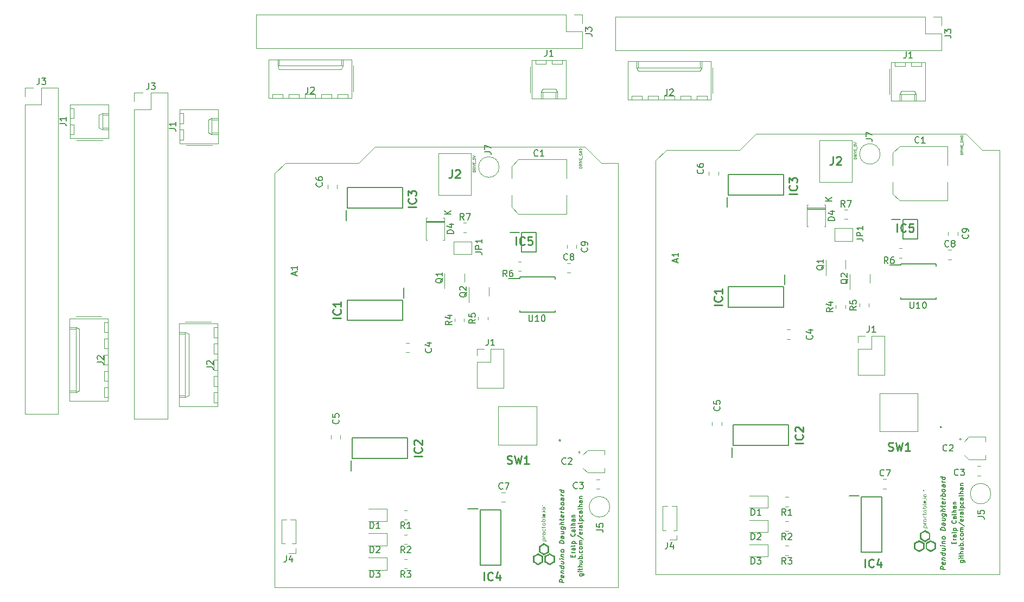
<source format=gbr>
%TF.GenerationSoftware,KiCad,Pcbnew,(6.0.5)*%
%TF.CreationDate,2022-06-30T10:20:44+01:00*%
%TF.ProjectId,Intern_PCB_FAB,496e7465-726e-45f5-9043-425f4641422e,rev?*%
%TF.SameCoordinates,Original*%
%TF.FileFunction,Legend,Top*%
%TF.FilePolarity,Positive*%
%FSLAX46Y46*%
G04 Gerber Fmt 4.6, Leading zero omitted, Abs format (unit mm)*
G04 Created by KiCad (PCBNEW (6.0.5)) date 2022-06-30 10:20:44*
%MOMM*%
%LPD*%
G01*
G04 APERTURE LIST*
%ADD10C,0.150000*%
%ADD11C,0.100000*%
%ADD12C,0.254000*%
%ADD13C,0.120000*%
%ADD14C,0.200000*%
G04 APERTURE END LIST*
D10*
X223160777Y-138582878D02*
X222460777Y-138495378D01*
X222460777Y-138190616D01*
X222494111Y-138118592D01*
X222527444Y-138084664D01*
X222594111Y-138054902D01*
X222694111Y-138067402D01*
X222760777Y-138113830D01*
X222794111Y-138156092D01*
X222827444Y-138236449D01*
X222827444Y-138541211D01*
X223127444Y-137473949D02*
X223160777Y-137554307D01*
X223160777Y-137706687D01*
X223127444Y-137778711D01*
X223060777Y-137808473D01*
X222794111Y-137775140D01*
X222727444Y-137728711D01*
X222694111Y-137648354D01*
X222694111Y-137495973D01*
X222727444Y-137423949D01*
X222794111Y-137394187D01*
X222860777Y-137402521D01*
X222927444Y-137791807D01*
X222694111Y-137038830D02*
X223160777Y-137097164D01*
X222760777Y-137047164D02*
X222727444Y-137004902D01*
X222694111Y-136924545D01*
X222694111Y-136810259D01*
X222727444Y-136738235D01*
X222794111Y-136708473D01*
X223160777Y-136754307D01*
X223160777Y-136030497D02*
X222460777Y-135942997D01*
X223127444Y-136026330D02*
X223160777Y-136106687D01*
X223160777Y-136259068D01*
X223127444Y-136331092D01*
X223094111Y-136365021D01*
X223027444Y-136394783D01*
X222827444Y-136369783D01*
X222760777Y-136323354D01*
X222727444Y-136281092D01*
X222694111Y-136200735D01*
X222694111Y-136048354D01*
X222727444Y-135976330D01*
X222694111Y-135248354D02*
X223160777Y-135306687D01*
X222694111Y-135591211D02*
X223060777Y-135637045D01*
X223127444Y-135607283D01*
X223160777Y-135535259D01*
X223160777Y-135420973D01*
X223127444Y-135340616D01*
X223094111Y-135298354D01*
X223160777Y-134925735D02*
X222694111Y-134867402D01*
X222460777Y-134838235D02*
X222494111Y-134880497D01*
X222527444Y-134846568D01*
X222494111Y-134804307D01*
X222460777Y-134838235D01*
X222527444Y-134846568D01*
X222694111Y-134486449D02*
X223160777Y-134544783D01*
X222760777Y-134494783D02*
X222727444Y-134452521D01*
X222694111Y-134372164D01*
X222694111Y-134257878D01*
X222727444Y-134185854D01*
X222794111Y-134156092D01*
X223160777Y-134201926D01*
X223160777Y-133706687D02*
X223127444Y-133778711D01*
X223094111Y-133812640D01*
X223027444Y-133842402D01*
X222827444Y-133817402D01*
X222760777Y-133770973D01*
X222727444Y-133728711D01*
X222694111Y-133648354D01*
X222694111Y-133534068D01*
X222727444Y-133462045D01*
X222760777Y-133428116D01*
X222827444Y-133398354D01*
X223027444Y-133423354D01*
X223094111Y-133469783D01*
X223127444Y-133512045D01*
X223160777Y-133592402D01*
X223160777Y-133706687D01*
X223160777Y-132487640D02*
X222460777Y-132400140D01*
X222460777Y-132209664D01*
X222494111Y-132099545D01*
X222560777Y-132031687D01*
X222627444Y-132001926D01*
X222760777Y-131980497D01*
X222860777Y-131992997D01*
X222994111Y-132047759D01*
X223060777Y-132094187D01*
X223127444Y-132178711D01*
X223160777Y-132297164D01*
X223160777Y-132487640D01*
X223160777Y-131344783D02*
X222794111Y-131298949D01*
X222727444Y-131328711D01*
X222694111Y-131400735D01*
X222694111Y-131553116D01*
X222727444Y-131633473D01*
X223127444Y-131340616D02*
X223160777Y-131420973D01*
X223160777Y-131611449D01*
X223127444Y-131683473D01*
X223060777Y-131713235D01*
X222994111Y-131704902D01*
X222927444Y-131658473D01*
X222894111Y-131578116D01*
X222894111Y-131387640D01*
X222860777Y-131307283D01*
X222694111Y-130562640D02*
X223160777Y-130620973D01*
X222694111Y-130905497D02*
X223060777Y-130951330D01*
X223127444Y-130921568D01*
X223160777Y-130849545D01*
X223160777Y-130735259D01*
X223127444Y-130654902D01*
X223094111Y-130612640D01*
X222694111Y-129838830D02*
X223260777Y-129909664D01*
X223327444Y-129956092D01*
X223360777Y-129998354D01*
X223394111Y-130078711D01*
X223394111Y-130192997D01*
X223360777Y-130265021D01*
X223127444Y-129892997D02*
X223160777Y-129973354D01*
X223160777Y-130125735D01*
X223127444Y-130197759D01*
X223094111Y-130231687D01*
X223027444Y-130261449D01*
X222827444Y-130236449D01*
X222760777Y-130190021D01*
X222727444Y-130147759D01*
X222694111Y-130067402D01*
X222694111Y-129915021D01*
X222727444Y-129842997D01*
X223160777Y-129516211D02*
X222460777Y-129428711D01*
X223160777Y-129173354D02*
X222794111Y-129127521D01*
X222727444Y-129157283D01*
X222694111Y-129229307D01*
X222694111Y-129343592D01*
X222727444Y-129423949D01*
X222760777Y-129466211D01*
X222694111Y-128848354D02*
X222694111Y-128543592D01*
X222460777Y-128704902D02*
X223060777Y-128779902D01*
X223127444Y-128750140D01*
X223160777Y-128678116D01*
X223160777Y-128601926D01*
X223127444Y-128026330D02*
X223160777Y-128106687D01*
X223160777Y-128259068D01*
X223127444Y-128331092D01*
X223060777Y-128360854D01*
X222794111Y-128327521D01*
X222727444Y-128281092D01*
X222694111Y-128200735D01*
X222694111Y-128048354D01*
X222727444Y-127976330D01*
X222794111Y-127946568D01*
X222860777Y-127954902D01*
X222927444Y-128344187D01*
X223160777Y-127649545D02*
X222694111Y-127591211D01*
X222827444Y-127607878D02*
X222760777Y-127561449D01*
X222727444Y-127519187D01*
X222694111Y-127438830D01*
X222694111Y-127362640D01*
X223160777Y-127154307D02*
X222460777Y-127066807D01*
X222727444Y-127100140D02*
X222694111Y-127019783D01*
X222694111Y-126867402D01*
X222727444Y-126795378D01*
X222760777Y-126761449D01*
X222827444Y-126731687D01*
X223027444Y-126756687D01*
X223094111Y-126803116D01*
X223127444Y-126845378D01*
X223160777Y-126925735D01*
X223160777Y-127078116D01*
X223127444Y-127150140D01*
X223160777Y-126316211D02*
X223127444Y-126388235D01*
X223094111Y-126422164D01*
X223027444Y-126451926D01*
X222827444Y-126426926D01*
X222760777Y-126380497D01*
X222727444Y-126338235D01*
X222694111Y-126257878D01*
X222694111Y-126143592D01*
X222727444Y-126071568D01*
X222760777Y-126037640D01*
X222827444Y-126007878D01*
X223027444Y-126032878D01*
X223094111Y-126079307D01*
X223127444Y-126121568D01*
X223160777Y-126201926D01*
X223160777Y-126316211D01*
X223160777Y-125363830D02*
X222794111Y-125317997D01*
X222727444Y-125347759D01*
X222694111Y-125419783D01*
X222694111Y-125572164D01*
X222727444Y-125652521D01*
X223127444Y-125359664D02*
X223160777Y-125440021D01*
X223160777Y-125630497D01*
X223127444Y-125702521D01*
X223060777Y-125732283D01*
X222994111Y-125723949D01*
X222927444Y-125677521D01*
X222894111Y-125597164D01*
X222894111Y-125406687D01*
X222860777Y-125326330D01*
X223160777Y-124982878D02*
X222694111Y-124924545D01*
X222827444Y-124941211D02*
X222760777Y-124894783D01*
X222727444Y-124852521D01*
X222694111Y-124772164D01*
X222694111Y-124695973D01*
X223160777Y-124144783D02*
X222460777Y-124057283D01*
X223127444Y-124140616D02*
X223160777Y-124220973D01*
X223160777Y-124373354D01*
X223127444Y-124445378D01*
X223094111Y-124479307D01*
X223027444Y-124509068D01*
X222827444Y-124484068D01*
X222760777Y-124437640D01*
X222727444Y-124395378D01*
X222694111Y-124315021D01*
X222694111Y-124162640D01*
X222727444Y-124090616D01*
D11*
X209309063Y-74398226D02*
X208909063Y-74398226D01*
X208909063Y-74302988D01*
X208928111Y-74245845D01*
X208966206Y-74207750D01*
X209004301Y-74188702D01*
X209080491Y-74169655D01*
X209137634Y-74169655D01*
X209213825Y-74188702D01*
X209251920Y-74207750D01*
X209290015Y-74245845D01*
X209309063Y-74302988D01*
X209309063Y-74398226D01*
X209309063Y-73769655D02*
X209118587Y-73902988D01*
X209309063Y-73998226D02*
X208909063Y-73998226D01*
X208909063Y-73845845D01*
X208928111Y-73807750D01*
X208947158Y-73788702D01*
X208985253Y-73769655D01*
X209042396Y-73769655D01*
X209080491Y-73788702D01*
X209099539Y-73807750D01*
X209118587Y-73845845D01*
X209118587Y-73998226D01*
X209309063Y-73598226D02*
X208909063Y-73598226D01*
X208909063Y-73464893D02*
X209309063Y-73331560D01*
X208909063Y-73198226D01*
X209099539Y-73064893D02*
X209099539Y-72931560D01*
X209309063Y-72874417D02*
X209309063Y-73064893D01*
X208909063Y-73064893D01*
X208909063Y-72874417D01*
X209347158Y-72798226D02*
X209347158Y-72493464D01*
X208909063Y-72207750D02*
X208909063Y-72398226D01*
X209099539Y-72417274D01*
X209080491Y-72398226D01*
X209061444Y-72360131D01*
X209061444Y-72264893D01*
X209080491Y-72226798D01*
X209099539Y-72207750D01*
X209137634Y-72188702D01*
X209232872Y-72188702D01*
X209270968Y-72207750D01*
X209290015Y-72226798D01*
X209309063Y-72264893D01*
X209309063Y-72360131D01*
X209290015Y-72398226D01*
X209270968Y-72417274D01*
X208909063Y-72074417D02*
X209309063Y-71941083D01*
X208909063Y-71807750D01*
D10*
X224516611Y-134547560D02*
X224516611Y-134314226D01*
X224883277Y-134214226D02*
X224883277Y-134547560D01*
X224183277Y-134547560D01*
X224183277Y-134214226D01*
X224883277Y-133914226D02*
X224416611Y-133914226D01*
X224549944Y-133914226D02*
X224483277Y-133880893D01*
X224449944Y-133847560D01*
X224416611Y-133780893D01*
X224416611Y-133714226D01*
X224883277Y-133180893D02*
X224516611Y-133180893D01*
X224449944Y-133214226D01*
X224416611Y-133280893D01*
X224416611Y-133414226D01*
X224449944Y-133480893D01*
X224849944Y-133180893D02*
X224883277Y-133247560D01*
X224883277Y-133414226D01*
X224849944Y-133480893D01*
X224783277Y-133514226D01*
X224716611Y-133514226D01*
X224649944Y-133480893D01*
X224616611Y-133414226D01*
X224616611Y-133247560D01*
X224583277Y-133180893D01*
X224883277Y-132747560D02*
X224849944Y-132814226D01*
X224783277Y-132847560D01*
X224183277Y-132847560D01*
X224416611Y-132480893D02*
X225116611Y-132480893D01*
X224449944Y-132480893D02*
X224416611Y-132414226D01*
X224416611Y-132280893D01*
X224449944Y-132214226D01*
X224483277Y-132180893D01*
X224549944Y-132147560D01*
X224749944Y-132147560D01*
X224816611Y-132180893D01*
X224849944Y-132214226D01*
X224883277Y-132280893D01*
X224883277Y-132414226D01*
X224849944Y-132480893D01*
X224816611Y-130914226D02*
X224849944Y-130947560D01*
X224883277Y-131047560D01*
X224883277Y-131114226D01*
X224849944Y-131214226D01*
X224783277Y-131280893D01*
X224716611Y-131314226D01*
X224583277Y-131347560D01*
X224483277Y-131347560D01*
X224349944Y-131314226D01*
X224283277Y-131280893D01*
X224216611Y-131214226D01*
X224183277Y-131114226D01*
X224183277Y-131047560D01*
X224216611Y-130947560D01*
X224249944Y-130914226D01*
X224883277Y-130314226D02*
X224516611Y-130314226D01*
X224449944Y-130347560D01*
X224416611Y-130414226D01*
X224416611Y-130547560D01*
X224449944Y-130614226D01*
X224849944Y-130314226D02*
X224883277Y-130380893D01*
X224883277Y-130547560D01*
X224849944Y-130614226D01*
X224783277Y-130647560D01*
X224716611Y-130647560D01*
X224649944Y-130614226D01*
X224616611Y-130547560D01*
X224616611Y-130380893D01*
X224583277Y-130314226D01*
X224883277Y-129880893D02*
X224849944Y-129947560D01*
X224783277Y-129980893D01*
X224183277Y-129980893D01*
X224883277Y-129614226D02*
X224183277Y-129614226D01*
X224883277Y-129314226D02*
X224516611Y-129314226D01*
X224449944Y-129347560D01*
X224416611Y-129414226D01*
X224416611Y-129514226D01*
X224449944Y-129580893D01*
X224483277Y-129614226D01*
X224883277Y-128680893D02*
X224516611Y-128680893D01*
X224449944Y-128714226D01*
X224416611Y-128780893D01*
X224416611Y-128914226D01*
X224449944Y-128980893D01*
X224849944Y-128680893D02*
X224883277Y-128747560D01*
X224883277Y-128914226D01*
X224849944Y-128980893D01*
X224783277Y-129014226D01*
X224716611Y-129014226D01*
X224649944Y-128980893D01*
X224616611Y-128914226D01*
X224616611Y-128747560D01*
X224583277Y-128680893D01*
X224416611Y-128347560D02*
X224883277Y-128347560D01*
X224483277Y-128347560D02*
X224449944Y-128314226D01*
X224416611Y-128247560D01*
X224416611Y-128147560D01*
X224449944Y-128080893D01*
X224516611Y-128047560D01*
X224883277Y-128047560D01*
X225543611Y-137164226D02*
X226110277Y-137164226D01*
X226176944Y-137197560D01*
X226210277Y-137230893D01*
X226243611Y-137297560D01*
X226243611Y-137397560D01*
X226210277Y-137464226D01*
X225976944Y-137164226D02*
X226010277Y-137230893D01*
X226010277Y-137364226D01*
X225976944Y-137430893D01*
X225943611Y-137464226D01*
X225876944Y-137497560D01*
X225676944Y-137497560D01*
X225610277Y-137464226D01*
X225576944Y-137430893D01*
X225543611Y-137364226D01*
X225543611Y-137230893D01*
X225576944Y-137164226D01*
X226010277Y-136830893D02*
X225543611Y-136830893D01*
X225310277Y-136830893D02*
X225343611Y-136864226D01*
X225376944Y-136830893D01*
X225343611Y-136797560D01*
X225310277Y-136830893D01*
X225376944Y-136830893D01*
X225543611Y-136597560D02*
X225543611Y-136330893D01*
X225310277Y-136497560D02*
X225910277Y-136497560D01*
X225976944Y-136464226D01*
X226010277Y-136397560D01*
X226010277Y-136330893D01*
X226010277Y-136097560D02*
X225310277Y-136097560D01*
X226010277Y-135797560D02*
X225643611Y-135797560D01*
X225576944Y-135830893D01*
X225543611Y-135897560D01*
X225543611Y-135997560D01*
X225576944Y-136064226D01*
X225610277Y-136097560D01*
X225543611Y-135164226D02*
X226010277Y-135164226D01*
X225543611Y-135464226D02*
X225910277Y-135464226D01*
X225976944Y-135430893D01*
X226010277Y-135364226D01*
X226010277Y-135264226D01*
X225976944Y-135197560D01*
X225943611Y-135164226D01*
X226010277Y-134830893D02*
X225310277Y-134830893D01*
X225576944Y-134830893D02*
X225543611Y-134764226D01*
X225543611Y-134630893D01*
X225576944Y-134564226D01*
X225610277Y-134530893D01*
X225676944Y-134497560D01*
X225876944Y-134497560D01*
X225943611Y-134530893D01*
X225976944Y-134564226D01*
X226010277Y-134630893D01*
X226010277Y-134764226D01*
X225976944Y-134830893D01*
X225943611Y-134197560D02*
X225976944Y-134164226D01*
X226010277Y-134197560D01*
X225976944Y-134230893D01*
X225943611Y-134197560D01*
X226010277Y-134197560D01*
X225976944Y-133564226D02*
X226010277Y-133630893D01*
X226010277Y-133764226D01*
X225976944Y-133830893D01*
X225943611Y-133864226D01*
X225876944Y-133897560D01*
X225676944Y-133897560D01*
X225610277Y-133864226D01*
X225576944Y-133830893D01*
X225543611Y-133764226D01*
X225543611Y-133630893D01*
X225576944Y-133564226D01*
X226010277Y-133164226D02*
X225976944Y-133230893D01*
X225943611Y-133264226D01*
X225876944Y-133297560D01*
X225676944Y-133297560D01*
X225610277Y-133264226D01*
X225576944Y-133230893D01*
X225543611Y-133164226D01*
X225543611Y-133064226D01*
X225576944Y-132997560D01*
X225610277Y-132964226D01*
X225676944Y-132930893D01*
X225876944Y-132930893D01*
X225943611Y-132964226D01*
X225976944Y-132997560D01*
X226010277Y-133064226D01*
X226010277Y-133164226D01*
X226010277Y-132630893D02*
X225543611Y-132630893D01*
X225610277Y-132630893D02*
X225576944Y-132597560D01*
X225543611Y-132530893D01*
X225543611Y-132430893D01*
X225576944Y-132364226D01*
X225643611Y-132330893D01*
X226010277Y-132330893D01*
X225643611Y-132330893D02*
X225576944Y-132297560D01*
X225543611Y-132230893D01*
X225543611Y-132130893D01*
X225576944Y-132064226D01*
X225643611Y-132030893D01*
X226010277Y-132030893D01*
X225276944Y-131197560D02*
X226176944Y-131797560D01*
X225976944Y-130697560D02*
X226010277Y-130764226D01*
X226010277Y-130897560D01*
X225976944Y-130964226D01*
X225910277Y-130997560D01*
X225643611Y-130997560D01*
X225576944Y-130964226D01*
X225543611Y-130897560D01*
X225543611Y-130764226D01*
X225576944Y-130697560D01*
X225643611Y-130664226D01*
X225710277Y-130664226D01*
X225776944Y-130997560D01*
X226010277Y-130364226D02*
X225543611Y-130364226D01*
X225676944Y-130364226D02*
X225610277Y-130330893D01*
X225576944Y-130297560D01*
X225543611Y-130230893D01*
X225543611Y-130164226D01*
X226010277Y-129630893D02*
X225643611Y-129630893D01*
X225576944Y-129664226D01*
X225543611Y-129730893D01*
X225543611Y-129864226D01*
X225576944Y-129930893D01*
X225976944Y-129630893D02*
X226010277Y-129697560D01*
X226010277Y-129864226D01*
X225976944Y-129930893D01*
X225910277Y-129964226D01*
X225843611Y-129964226D01*
X225776944Y-129930893D01*
X225743611Y-129864226D01*
X225743611Y-129697560D01*
X225710277Y-129630893D01*
X226010277Y-129197560D02*
X225976944Y-129264226D01*
X225910277Y-129297560D01*
X225310277Y-129297560D01*
X225543611Y-128930893D02*
X226243611Y-128930893D01*
X225576944Y-128930893D02*
X225543611Y-128864226D01*
X225543611Y-128730893D01*
X225576944Y-128664226D01*
X225610277Y-128630893D01*
X225676944Y-128597560D01*
X225876944Y-128597560D01*
X225943611Y-128630893D01*
X225976944Y-128664226D01*
X226010277Y-128730893D01*
X226010277Y-128864226D01*
X225976944Y-128930893D01*
X225976944Y-127997560D02*
X226010277Y-128064226D01*
X226010277Y-128197560D01*
X225976944Y-128264226D01*
X225943611Y-128297560D01*
X225876944Y-128330893D01*
X225676944Y-128330893D01*
X225610277Y-128297560D01*
X225576944Y-128264226D01*
X225543611Y-128197560D01*
X225543611Y-128064226D01*
X225576944Y-127997560D01*
X226010277Y-127397560D02*
X225643611Y-127397560D01*
X225576944Y-127430893D01*
X225543611Y-127497560D01*
X225543611Y-127630893D01*
X225576944Y-127697560D01*
X225976944Y-127397560D02*
X226010277Y-127464226D01*
X226010277Y-127630893D01*
X225976944Y-127697560D01*
X225910277Y-127730893D01*
X225843611Y-127730893D01*
X225776944Y-127697560D01*
X225743611Y-127630893D01*
X225743611Y-127464226D01*
X225710277Y-127397560D01*
X226010277Y-126964226D02*
X225976944Y-127030893D01*
X225910277Y-127064226D01*
X225310277Y-127064226D01*
X226010277Y-126697560D02*
X225310277Y-126697560D01*
X226010277Y-126397560D02*
X225643611Y-126397560D01*
X225576944Y-126430893D01*
X225543611Y-126497560D01*
X225543611Y-126597560D01*
X225576944Y-126664226D01*
X225610277Y-126697560D01*
X226010277Y-125764226D02*
X225643611Y-125764226D01*
X225576944Y-125797560D01*
X225543611Y-125864226D01*
X225543611Y-125997560D01*
X225576944Y-126064226D01*
X225976944Y-125764226D02*
X226010277Y-125830893D01*
X226010277Y-125997560D01*
X225976944Y-126064226D01*
X225910277Y-126097560D01*
X225843611Y-126097560D01*
X225776944Y-126064226D01*
X225743611Y-125997560D01*
X225743611Y-125830893D01*
X225710277Y-125764226D01*
X225543611Y-125430893D02*
X226010277Y-125430893D01*
X225610277Y-125430893D02*
X225576944Y-125397560D01*
X225543611Y-125330893D01*
X225543611Y-125230893D01*
X225576944Y-125164226D01*
X225643611Y-125130893D01*
X226010277Y-125130893D01*
X165060611Y-136599600D02*
X165060611Y-136366266D01*
X165427277Y-136266266D02*
X165427277Y-136599600D01*
X164727277Y-136599600D01*
X164727277Y-136266266D01*
X165427277Y-135966266D02*
X164960611Y-135966266D01*
X165093944Y-135966266D02*
X165027277Y-135932933D01*
X164993944Y-135899600D01*
X164960611Y-135832933D01*
X164960611Y-135766266D01*
X165427277Y-135232933D02*
X165060611Y-135232933D01*
X164993944Y-135266266D01*
X164960611Y-135332933D01*
X164960611Y-135466266D01*
X164993944Y-135532933D01*
X165393944Y-135232933D02*
X165427277Y-135299600D01*
X165427277Y-135466266D01*
X165393944Y-135532933D01*
X165327277Y-135566266D01*
X165260611Y-135566266D01*
X165193944Y-135532933D01*
X165160611Y-135466266D01*
X165160611Y-135299600D01*
X165127277Y-135232933D01*
X165427277Y-134799600D02*
X165393944Y-134866266D01*
X165327277Y-134899600D01*
X164727277Y-134899600D01*
X164960611Y-134532933D02*
X165660611Y-134532933D01*
X164993944Y-134532933D02*
X164960611Y-134466266D01*
X164960611Y-134332933D01*
X164993944Y-134266266D01*
X165027277Y-134232933D01*
X165093944Y-134199600D01*
X165293944Y-134199600D01*
X165360611Y-134232933D01*
X165393944Y-134266266D01*
X165427277Y-134332933D01*
X165427277Y-134466266D01*
X165393944Y-134532933D01*
X165360611Y-132966266D02*
X165393944Y-132999600D01*
X165427277Y-133099600D01*
X165427277Y-133166266D01*
X165393944Y-133266266D01*
X165327277Y-133332933D01*
X165260611Y-133366266D01*
X165127277Y-133399600D01*
X165027277Y-133399600D01*
X164893944Y-133366266D01*
X164827277Y-133332933D01*
X164760611Y-133266266D01*
X164727277Y-133166266D01*
X164727277Y-133099600D01*
X164760611Y-132999600D01*
X164793944Y-132966266D01*
X165427277Y-132366266D02*
X165060611Y-132366266D01*
X164993944Y-132399600D01*
X164960611Y-132466266D01*
X164960611Y-132599600D01*
X164993944Y-132666266D01*
X165393944Y-132366266D02*
X165427277Y-132432933D01*
X165427277Y-132599600D01*
X165393944Y-132666266D01*
X165327277Y-132699600D01*
X165260611Y-132699600D01*
X165193944Y-132666266D01*
X165160611Y-132599600D01*
X165160611Y-132432933D01*
X165127277Y-132366266D01*
X165427277Y-131932933D02*
X165393944Y-131999600D01*
X165327277Y-132032933D01*
X164727277Y-132032933D01*
X165427277Y-131666266D02*
X164727277Y-131666266D01*
X165427277Y-131366266D02*
X165060611Y-131366266D01*
X164993944Y-131399600D01*
X164960611Y-131466266D01*
X164960611Y-131566266D01*
X164993944Y-131632933D01*
X165027277Y-131666266D01*
X165427277Y-130732933D02*
X165060611Y-130732933D01*
X164993944Y-130766266D01*
X164960611Y-130832933D01*
X164960611Y-130966266D01*
X164993944Y-131032933D01*
X165393944Y-130732933D02*
X165427277Y-130799600D01*
X165427277Y-130966266D01*
X165393944Y-131032933D01*
X165327277Y-131066266D01*
X165260611Y-131066266D01*
X165193944Y-131032933D01*
X165160611Y-130966266D01*
X165160611Y-130799600D01*
X165127277Y-130732933D01*
X164960611Y-130399600D02*
X165427277Y-130399600D01*
X165027277Y-130399600D02*
X164993944Y-130366266D01*
X164960611Y-130299600D01*
X164960611Y-130199600D01*
X164993944Y-130132933D01*
X165060611Y-130099600D01*
X165427277Y-130099600D01*
X166087611Y-139216266D02*
X166654277Y-139216266D01*
X166720944Y-139249600D01*
X166754277Y-139282933D01*
X166787611Y-139349600D01*
X166787611Y-139449600D01*
X166754277Y-139516266D01*
X166520944Y-139216266D02*
X166554277Y-139282933D01*
X166554277Y-139416266D01*
X166520944Y-139482933D01*
X166487611Y-139516266D01*
X166420944Y-139549600D01*
X166220944Y-139549600D01*
X166154277Y-139516266D01*
X166120944Y-139482933D01*
X166087611Y-139416266D01*
X166087611Y-139282933D01*
X166120944Y-139216266D01*
X166554277Y-138882933D02*
X166087611Y-138882933D01*
X165854277Y-138882933D02*
X165887611Y-138916266D01*
X165920944Y-138882933D01*
X165887611Y-138849600D01*
X165854277Y-138882933D01*
X165920944Y-138882933D01*
X166087611Y-138649600D02*
X166087611Y-138382933D01*
X165854277Y-138549600D02*
X166454277Y-138549600D01*
X166520944Y-138516266D01*
X166554277Y-138449600D01*
X166554277Y-138382933D01*
X166554277Y-138149600D02*
X165854277Y-138149600D01*
X166554277Y-137849600D02*
X166187611Y-137849600D01*
X166120944Y-137882933D01*
X166087611Y-137949600D01*
X166087611Y-138049600D01*
X166120944Y-138116266D01*
X166154277Y-138149600D01*
X166087611Y-137216266D02*
X166554277Y-137216266D01*
X166087611Y-137516266D02*
X166454277Y-137516266D01*
X166520944Y-137482933D01*
X166554277Y-137416266D01*
X166554277Y-137316266D01*
X166520944Y-137249600D01*
X166487611Y-137216266D01*
X166554277Y-136882933D02*
X165854277Y-136882933D01*
X166120944Y-136882933D02*
X166087611Y-136816266D01*
X166087611Y-136682933D01*
X166120944Y-136616266D01*
X166154277Y-136582933D01*
X166220944Y-136549600D01*
X166420944Y-136549600D01*
X166487611Y-136582933D01*
X166520944Y-136616266D01*
X166554277Y-136682933D01*
X166554277Y-136816266D01*
X166520944Y-136882933D01*
X166487611Y-136249600D02*
X166520944Y-136216266D01*
X166554277Y-136249600D01*
X166520944Y-136282933D01*
X166487611Y-136249600D01*
X166554277Y-136249600D01*
X166520944Y-135616266D02*
X166554277Y-135682933D01*
X166554277Y-135816266D01*
X166520944Y-135882933D01*
X166487611Y-135916266D01*
X166420944Y-135949600D01*
X166220944Y-135949600D01*
X166154277Y-135916266D01*
X166120944Y-135882933D01*
X166087611Y-135816266D01*
X166087611Y-135682933D01*
X166120944Y-135616266D01*
X166554277Y-135216266D02*
X166520944Y-135282933D01*
X166487611Y-135316266D01*
X166420944Y-135349600D01*
X166220944Y-135349600D01*
X166154277Y-135316266D01*
X166120944Y-135282933D01*
X166087611Y-135216266D01*
X166087611Y-135116266D01*
X166120944Y-135049600D01*
X166154277Y-135016266D01*
X166220944Y-134982933D01*
X166420944Y-134982933D01*
X166487611Y-135016266D01*
X166520944Y-135049600D01*
X166554277Y-135116266D01*
X166554277Y-135216266D01*
X166554277Y-134682933D02*
X166087611Y-134682933D01*
X166154277Y-134682933D02*
X166120944Y-134649600D01*
X166087611Y-134582933D01*
X166087611Y-134482933D01*
X166120944Y-134416266D01*
X166187611Y-134382933D01*
X166554277Y-134382933D01*
X166187611Y-134382933D02*
X166120944Y-134349600D01*
X166087611Y-134282933D01*
X166087611Y-134182933D01*
X166120944Y-134116266D01*
X166187611Y-134082933D01*
X166554277Y-134082933D01*
X165820944Y-133249600D02*
X166720944Y-133849600D01*
X166520944Y-132749600D02*
X166554277Y-132816266D01*
X166554277Y-132949600D01*
X166520944Y-133016266D01*
X166454277Y-133049600D01*
X166187611Y-133049600D01*
X166120944Y-133016266D01*
X166087611Y-132949600D01*
X166087611Y-132816266D01*
X166120944Y-132749600D01*
X166187611Y-132716266D01*
X166254277Y-132716266D01*
X166320944Y-133049600D01*
X166554277Y-132416266D02*
X166087611Y-132416266D01*
X166220944Y-132416266D02*
X166154277Y-132382933D01*
X166120944Y-132349600D01*
X166087611Y-132282933D01*
X166087611Y-132216266D01*
X166554277Y-131682933D02*
X166187611Y-131682933D01*
X166120944Y-131716266D01*
X166087611Y-131782933D01*
X166087611Y-131916266D01*
X166120944Y-131982933D01*
X166520944Y-131682933D02*
X166554277Y-131749600D01*
X166554277Y-131916266D01*
X166520944Y-131982933D01*
X166454277Y-132016266D01*
X166387611Y-132016266D01*
X166320944Y-131982933D01*
X166287611Y-131916266D01*
X166287611Y-131749600D01*
X166254277Y-131682933D01*
X166554277Y-131249600D02*
X166520944Y-131316266D01*
X166454277Y-131349600D01*
X165854277Y-131349600D01*
X166087611Y-130982933D02*
X166787611Y-130982933D01*
X166120944Y-130982933D02*
X166087611Y-130916266D01*
X166087611Y-130782933D01*
X166120944Y-130716266D01*
X166154277Y-130682933D01*
X166220944Y-130649600D01*
X166420944Y-130649600D01*
X166487611Y-130682933D01*
X166520944Y-130716266D01*
X166554277Y-130782933D01*
X166554277Y-130916266D01*
X166520944Y-130982933D01*
X166520944Y-130049600D02*
X166554277Y-130116266D01*
X166554277Y-130249600D01*
X166520944Y-130316266D01*
X166487611Y-130349600D01*
X166420944Y-130382933D01*
X166220944Y-130382933D01*
X166154277Y-130349600D01*
X166120944Y-130316266D01*
X166087611Y-130249600D01*
X166087611Y-130116266D01*
X166120944Y-130049600D01*
X166554277Y-129449600D02*
X166187611Y-129449600D01*
X166120944Y-129482933D01*
X166087611Y-129549600D01*
X166087611Y-129682933D01*
X166120944Y-129749600D01*
X166520944Y-129449600D02*
X166554277Y-129516266D01*
X166554277Y-129682933D01*
X166520944Y-129749600D01*
X166454277Y-129782933D01*
X166387611Y-129782933D01*
X166320944Y-129749600D01*
X166287611Y-129682933D01*
X166287611Y-129516266D01*
X166254277Y-129449600D01*
X166554277Y-129016266D02*
X166520944Y-129082933D01*
X166454277Y-129116266D01*
X165854277Y-129116266D01*
X166554277Y-128749600D02*
X165854277Y-128749600D01*
X166554277Y-128449600D02*
X166187611Y-128449600D01*
X166120944Y-128482933D01*
X166087611Y-128549600D01*
X166087611Y-128649600D01*
X166120944Y-128716266D01*
X166154277Y-128749600D01*
X166554277Y-127816266D02*
X166187611Y-127816266D01*
X166120944Y-127849600D01*
X166087611Y-127916266D01*
X166087611Y-128049600D01*
X166120944Y-128116266D01*
X166520944Y-127816266D02*
X166554277Y-127882933D01*
X166554277Y-128049600D01*
X166520944Y-128116266D01*
X166454277Y-128149600D01*
X166387611Y-128149600D01*
X166320944Y-128116266D01*
X166287611Y-128049600D01*
X166287611Y-127882933D01*
X166254277Y-127816266D01*
X166087611Y-127482933D02*
X166554277Y-127482933D01*
X166154277Y-127482933D02*
X166120944Y-127449600D01*
X166087611Y-127382933D01*
X166087611Y-127282933D01*
X166120944Y-127216266D01*
X166187611Y-127182933D01*
X166554277Y-127182933D01*
X163704777Y-140634918D02*
X163004777Y-140547418D01*
X163004777Y-140242656D01*
X163038111Y-140170632D01*
X163071444Y-140136704D01*
X163138111Y-140106942D01*
X163238111Y-140119442D01*
X163304777Y-140165870D01*
X163338111Y-140208132D01*
X163371444Y-140288489D01*
X163371444Y-140593251D01*
X163671444Y-139525989D02*
X163704777Y-139606347D01*
X163704777Y-139758727D01*
X163671444Y-139830751D01*
X163604777Y-139860513D01*
X163338111Y-139827180D01*
X163271444Y-139780751D01*
X163238111Y-139700394D01*
X163238111Y-139548013D01*
X163271444Y-139475989D01*
X163338111Y-139446227D01*
X163404777Y-139454561D01*
X163471444Y-139843847D01*
X163238111Y-139090870D02*
X163704777Y-139149204D01*
X163304777Y-139099204D02*
X163271444Y-139056942D01*
X163238111Y-138976585D01*
X163238111Y-138862299D01*
X163271444Y-138790275D01*
X163338111Y-138760513D01*
X163704777Y-138806347D01*
X163704777Y-138082537D02*
X163004777Y-137995037D01*
X163671444Y-138078370D02*
X163704777Y-138158727D01*
X163704777Y-138311108D01*
X163671444Y-138383132D01*
X163638111Y-138417061D01*
X163571444Y-138446823D01*
X163371444Y-138421823D01*
X163304777Y-138375394D01*
X163271444Y-138333132D01*
X163238111Y-138252775D01*
X163238111Y-138100394D01*
X163271444Y-138028370D01*
X163238111Y-137300394D02*
X163704777Y-137358727D01*
X163238111Y-137643251D02*
X163604777Y-137689085D01*
X163671444Y-137659323D01*
X163704777Y-137587299D01*
X163704777Y-137473013D01*
X163671444Y-137392656D01*
X163638111Y-137350394D01*
X163704777Y-136977775D02*
X163238111Y-136919442D01*
X163004777Y-136890275D02*
X163038111Y-136932537D01*
X163071444Y-136898608D01*
X163038111Y-136856347D01*
X163004777Y-136890275D01*
X163071444Y-136898608D01*
X163238111Y-136538489D02*
X163704777Y-136596823D01*
X163304777Y-136546823D02*
X163271444Y-136504561D01*
X163238111Y-136424204D01*
X163238111Y-136309918D01*
X163271444Y-136237894D01*
X163338111Y-136208132D01*
X163704777Y-136253966D01*
X163704777Y-135758727D02*
X163671444Y-135830751D01*
X163638111Y-135864680D01*
X163571444Y-135894442D01*
X163371444Y-135869442D01*
X163304777Y-135823013D01*
X163271444Y-135780751D01*
X163238111Y-135700394D01*
X163238111Y-135586108D01*
X163271444Y-135514085D01*
X163304777Y-135480156D01*
X163371444Y-135450394D01*
X163571444Y-135475394D01*
X163638111Y-135521823D01*
X163671444Y-135564085D01*
X163704777Y-135644442D01*
X163704777Y-135758727D01*
X163704777Y-134539680D02*
X163004777Y-134452180D01*
X163004777Y-134261704D01*
X163038111Y-134151585D01*
X163104777Y-134083727D01*
X163171444Y-134053966D01*
X163304777Y-134032537D01*
X163404777Y-134045037D01*
X163538111Y-134099799D01*
X163604777Y-134146227D01*
X163671444Y-134230751D01*
X163704777Y-134349204D01*
X163704777Y-134539680D01*
X163704777Y-133396823D02*
X163338111Y-133350989D01*
X163271444Y-133380751D01*
X163238111Y-133452775D01*
X163238111Y-133605156D01*
X163271444Y-133685513D01*
X163671444Y-133392656D02*
X163704777Y-133473013D01*
X163704777Y-133663489D01*
X163671444Y-133735513D01*
X163604777Y-133765275D01*
X163538111Y-133756942D01*
X163471444Y-133710513D01*
X163438111Y-133630156D01*
X163438111Y-133439680D01*
X163404777Y-133359323D01*
X163238111Y-132614680D02*
X163704777Y-132673013D01*
X163238111Y-132957537D02*
X163604777Y-133003370D01*
X163671444Y-132973608D01*
X163704777Y-132901585D01*
X163704777Y-132787299D01*
X163671444Y-132706942D01*
X163638111Y-132664680D01*
X163238111Y-131890870D02*
X163804777Y-131961704D01*
X163871444Y-132008132D01*
X163904777Y-132050394D01*
X163938111Y-132130751D01*
X163938111Y-132245037D01*
X163904777Y-132317061D01*
X163671444Y-131945037D02*
X163704777Y-132025394D01*
X163704777Y-132177775D01*
X163671444Y-132249799D01*
X163638111Y-132283727D01*
X163571444Y-132313489D01*
X163371444Y-132288489D01*
X163304777Y-132242061D01*
X163271444Y-132199799D01*
X163238111Y-132119442D01*
X163238111Y-131967061D01*
X163271444Y-131895037D01*
X163704777Y-131568251D02*
X163004777Y-131480751D01*
X163704777Y-131225394D02*
X163338111Y-131179561D01*
X163271444Y-131209323D01*
X163238111Y-131281347D01*
X163238111Y-131395632D01*
X163271444Y-131475989D01*
X163304777Y-131518251D01*
X163238111Y-130900394D02*
X163238111Y-130595632D01*
X163004777Y-130756942D02*
X163604777Y-130831942D01*
X163671444Y-130802180D01*
X163704777Y-130730156D01*
X163704777Y-130653966D01*
X163671444Y-130078370D02*
X163704777Y-130158727D01*
X163704777Y-130311108D01*
X163671444Y-130383132D01*
X163604777Y-130412894D01*
X163338111Y-130379561D01*
X163271444Y-130333132D01*
X163238111Y-130252775D01*
X163238111Y-130100394D01*
X163271444Y-130028370D01*
X163338111Y-129998608D01*
X163404777Y-130006942D01*
X163471444Y-130396227D01*
X163704777Y-129701585D02*
X163238111Y-129643251D01*
X163371444Y-129659918D02*
X163304777Y-129613489D01*
X163271444Y-129571227D01*
X163238111Y-129490870D01*
X163238111Y-129414680D01*
X163704777Y-129206347D02*
X163004777Y-129118847D01*
X163271444Y-129152180D02*
X163238111Y-129071823D01*
X163238111Y-128919442D01*
X163271444Y-128847418D01*
X163304777Y-128813489D01*
X163371444Y-128783727D01*
X163571444Y-128808727D01*
X163638111Y-128855156D01*
X163671444Y-128897418D01*
X163704777Y-128977775D01*
X163704777Y-129130156D01*
X163671444Y-129202180D01*
X163704777Y-128368251D02*
X163671444Y-128440275D01*
X163638111Y-128474204D01*
X163571444Y-128503966D01*
X163371444Y-128478966D01*
X163304777Y-128432537D01*
X163271444Y-128390275D01*
X163238111Y-128309918D01*
X163238111Y-128195632D01*
X163271444Y-128123608D01*
X163304777Y-128089680D01*
X163371444Y-128059918D01*
X163571444Y-128084918D01*
X163638111Y-128131347D01*
X163671444Y-128173608D01*
X163704777Y-128253966D01*
X163704777Y-128368251D01*
X163704777Y-127415870D02*
X163338111Y-127370037D01*
X163271444Y-127399799D01*
X163238111Y-127471823D01*
X163238111Y-127624204D01*
X163271444Y-127704561D01*
X163671444Y-127411704D02*
X163704777Y-127492061D01*
X163704777Y-127682537D01*
X163671444Y-127754561D01*
X163604777Y-127784323D01*
X163538111Y-127775989D01*
X163471444Y-127729561D01*
X163438111Y-127649204D01*
X163438111Y-127458727D01*
X163404777Y-127378370D01*
X163704777Y-127034918D02*
X163238111Y-126976585D01*
X163371444Y-126993251D02*
X163304777Y-126946823D01*
X163271444Y-126904561D01*
X163238111Y-126824204D01*
X163238111Y-126748013D01*
X163704777Y-126196823D02*
X163004777Y-126109323D01*
X163671444Y-126192656D02*
X163704777Y-126273013D01*
X163704777Y-126425394D01*
X163671444Y-126497418D01*
X163638111Y-126531347D01*
X163571444Y-126561108D01*
X163371444Y-126536108D01*
X163304777Y-126489680D01*
X163271444Y-126447418D01*
X163238111Y-126367061D01*
X163238111Y-126214680D01*
X163271444Y-126142656D01*
D11*
X225920663Y-73756845D02*
X225520663Y-73756845D01*
X225520663Y-73661607D01*
X225539711Y-73604464D01*
X225577806Y-73566369D01*
X225615901Y-73547321D01*
X225692091Y-73528274D01*
X225749234Y-73528274D01*
X225825425Y-73547321D01*
X225863520Y-73566369D01*
X225901615Y-73604464D01*
X225920663Y-73661607D01*
X225920663Y-73756845D01*
X225920663Y-73128274D02*
X225730187Y-73261607D01*
X225920663Y-73356845D02*
X225520663Y-73356845D01*
X225520663Y-73204464D01*
X225539711Y-73166369D01*
X225558758Y-73147321D01*
X225596853Y-73128274D01*
X225653996Y-73128274D01*
X225692091Y-73147321D01*
X225711139Y-73166369D01*
X225730187Y-73204464D01*
X225730187Y-73356845D01*
X225920663Y-72956845D02*
X225520663Y-72956845D01*
X225520663Y-72823512D02*
X225920663Y-72690179D01*
X225520663Y-72556845D01*
X225711139Y-72423512D02*
X225711139Y-72290179D01*
X225920663Y-72233036D02*
X225920663Y-72423512D01*
X225520663Y-72423512D01*
X225520663Y-72233036D01*
X225958758Y-72156845D02*
X225958758Y-71852083D01*
X225539711Y-71547321D02*
X225520663Y-71585417D01*
X225520663Y-71642560D01*
X225539711Y-71699702D01*
X225577806Y-71737798D01*
X225615901Y-71756845D01*
X225692091Y-71775893D01*
X225749234Y-71775893D01*
X225825425Y-71756845D01*
X225863520Y-71737798D01*
X225901615Y-71699702D01*
X225920663Y-71642560D01*
X225920663Y-71604464D01*
X225901615Y-71547321D01*
X225882568Y-71528274D01*
X225749234Y-71528274D01*
X225749234Y-71604464D01*
X225920663Y-71356845D02*
X225520663Y-71356845D01*
X225920663Y-71128274D01*
X225520663Y-71128274D01*
X225920663Y-70937798D02*
X225520663Y-70937798D01*
X225520663Y-70842560D01*
X225539711Y-70785417D01*
X225577806Y-70747321D01*
X225615901Y-70728274D01*
X225692091Y-70709226D01*
X225749234Y-70709226D01*
X225825425Y-70728274D01*
X225863520Y-70747321D01*
X225901615Y-70785417D01*
X225920663Y-70842560D01*
X225920663Y-70937798D01*
X166464663Y-75808885D02*
X166064663Y-75808885D01*
X166064663Y-75713647D01*
X166083711Y-75656504D01*
X166121806Y-75618409D01*
X166159901Y-75599361D01*
X166236091Y-75580314D01*
X166293234Y-75580314D01*
X166369425Y-75599361D01*
X166407520Y-75618409D01*
X166445615Y-75656504D01*
X166464663Y-75713647D01*
X166464663Y-75808885D01*
X166464663Y-75180314D02*
X166274187Y-75313647D01*
X166464663Y-75408885D02*
X166064663Y-75408885D01*
X166064663Y-75256504D01*
X166083711Y-75218409D01*
X166102758Y-75199361D01*
X166140853Y-75180314D01*
X166197996Y-75180314D01*
X166236091Y-75199361D01*
X166255139Y-75218409D01*
X166274187Y-75256504D01*
X166274187Y-75408885D01*
X166464663Y-75008885D02*
X166064663Y-75008885D01*
X166064663Y-74875552D02*
X166464663Y-74742219D01*
X166064663Y-74608885D01*
X166255139Y-74475552D02*
X166255139Y-74342219D01*
X166464663Y-74285076D02*
X166464663Y-74475552D01*
X166064663Y-74475552D01*
X166064663Y-74285076D01*
X166502758Y-74208885D02*
X166502758Y-73904123D01*
X166083711Y-73599361D02*
X166064663Y-73637457D01*
X166064663Y-73694600D01*
X166083711Y-73751742D01*
X166121806Y-73789838D01*
X166159901Y-73808885D01*
X166236091Y-73827933D01*
X166293234Y-73827933D01*
X166369425Y-73808885D01*
X166407520Y-73789838D01*
X166445615Y-73751742D01*
X166464663Y-73694600D01*
X166464663Y-73656504D01*
X166445615Y-73599361D01*
X166426568Y-73580314D01*
X166293234Y-73580314D01*
X166293234Y-73656504D01*
X166464663Y-73408885D02*
X166064663Y-73408885D01*
X166464663Y-73180314D01*
X166064663Y-73180314D01*
X166464663Y-72989838D02*
X166064663Y-72989838D01*
X166064663Y-72894600D01*
X166083711Y-72837457D01*
X166121806Y-72799361D01*
X166159901Y-72780314D01*
X166236091Y-72761266D01*
X166293234Y-72761266D01*
X166369425Y-72780314D01*
X166407520Y-72799361D01*
X166445615Y-72837457D01*
X166464663Y-72894600D01*
X166464663Y-72989838D01*
X149853063Y-76450266D02*
X149453063Y-76450266D01*
X149453063Y-76355028D01*
X149472111Y-76297885D01*
X149510206Y-76259790D01*
X149548301Y-76240742D01*
X149624491Y-76221695D01*
X149681634Y-76221695D01*
X149757825Y-76240742D01*
X149795920Y-76259790D01*
X149834015Y-76297885D01*
X149853063Y-76355028D01*
X149853063Y-76450266D01*
X149853063Y-75821695D02*
X149662587Y-75955028D01*
X149853063Y-76050266D02*
X149453063Y-76050266D01*
X149453063Y-75897885D01*
X149472111Y-75859790D01*
X149491158Y-75840742D01*
X149529253Y-75821695D01*
X149586396Y-75821695D01*
X149624491Y-75840742D01*
X149643539Y-75859790D01*
X149662587Y-75897885D01*
X149662587Y-76050266D01*
X149853063Y-75650266D02*
X149453063Y-75650266D01*
X149453063Y-75516933D02*
X149853063Y-75383600D01*
X149453063Y-75250266D01*
X149643539Y-75116933D02*
X149643539Y-74983600D01*
X149853063Y-74926457D02*
X149853063Y-75116933D01*
X149453063Y-75116933D01*
X149453063Y-74926457D01*
X149891158Y-74850266D02*
X149891158Y-74545504D01*
X149453063Y-74259790D02*
X149453063Y-74450266D01*
X149643539Y-74469314D01*
X149624491Y-74450266D01*
X149605444Y-74412171D01*
X149605444Y-74316933D01*
X149624491Y-74278838D01*
X149643539Y-74259790D01*
X149681634Y-74240742D01*
X149776872Y-74240742D01*
X149814968Y-74259790D01*
X149834015Y-74278838D01*
X149853063Y-74316933D01*
X149853063Y-74412171D01*
X149834015Y-74450266D01*
X149814968Y-74469314D01*
X149453063Y-74126457D02*
X149853063Y-73993123D01*
X149453063Y-73859790D01*
D10*
%TO.C,R1*%
X138830444Y-132149980D02*
X138497111Y-131673790D01*
X138259015Y-132149980D02*
X138259015Y-131149980D01*
X138639968Y-131149980D01*
X138735206Y-131197600D01*
X138782825Y-131245219D01*
X138830444Y-131340457D01*
X138830444Y-131483314D01*
X138782825Y-131578552D01*
X138735206Y-131626171D01*
X138639968Y-131673790D01*
X138259015Y-131673790D01*
X139782825Y-132149980D02*
X139211396Y-132149980D01*
X139497111Y-132149980D02*
X139497111Y-131149980D01*
X139401872Y-131292838D01*
X139306634Y-131388076D01*
X139211396Y-131435695D01*
%TO.C,J5*%
X228240091Y-130310093D02*
X228954377Y-130310093D01*
X229097234Y-130357712D01*
X229192472Y-130452950D01*
X229240091Y-130595807D01*
X229240091Y-130691045D01*
X228240091Y-129357712D02*
X228240091Y-129833902D01*
X228716282Y-129881521D01*
X228668663Y-129833902D01*
X228621044Y-129738664D01*
X228621044Y-129500569D01*
X228668663Y-129405331D01*
X228716282Y-129357712D01*
X228811520Y-129310093D01*
X229049615Y-129310093D01*
X229144853Y-129357712D01*
X229192472Y-129405331D01*
X229240091Y-129500569D01*
X229240091Y-129738664D01*
X229192472Y-129833902D01*
X229144853Y-129881521D01*
%TO.C,R1*%
X198286444Y-130097940D02*
X197953111Y-129621750D01*
X197715015Y-130097940D02*
X197715015Y-129097940D01*
X198095968Y-129097940D01*
X198191206Y-129145560D01*
X198238825Y-129193179D01*
X198286444Y-129288417D01*
X198286444Y-129431274D01*
X198238825Y-129526512D01*
X198191206Y-129574131D01*
X198095968Y-129621750D01*
X197715015Y-129621750D01*
X199238825Y-130097940D02*
X198667396Y-130097940D01*
X198953111Y-130097940D02*
X198953111Y-129097940D01*
X198857872Y-129240798D01*
X198762634Y-129336036D01*
X198667396Y-129383655D01*
D12*
%TO.C,IC4*%
X151226349Y-140274123D02*
X151226349Y-139004123D01*
X152556825Y-140153171D02*
X152496349Y-140213647D01*
X152314920Y-140274123D01*
X152193968Y-140274123D01*
X152012539Y-140213647D01*
X151891587Y-140092695D01*
X151831111Y-139971742D01*
X151770634Y-139729838D01*
X151770634Y-139548409D01*
X151831111Y-139306504D01*
X151891587Y-139185552D01*
X152012539Y-139064600D01*
X152193968Y-139004123D01*
X152314920Y-139004123D01*
X152496349Y-139064600D01*
X152556825Y-139125076D01*
X153645396Y-139427457D02*
X153645396Y-140274123D01*
X153343015Y-138943647D02*
X153040634Y-139850790D01*
X153826825Y-139850790D01*
D10*
%TO.C,J7*%
X210790291Y-71280493D02*
X211504577Y-71280493D01*
X211647434Y-71328112D01*
X211742672Y-71423350D01*
X211790291Y-71566207D01*
X211790291Y-71661445D01*
X210790291Y-70899540D02*
X210790291Y-70232874D01*
X211790291Y-70661445D01*
%TO.C,Q2*%
X207986930Y-93191198D02*
X207939311Y-93286436D01*
X207844072Y-93381674D01*
X207701215Y-93524531D01*
X207653596Y-93619769D01*
X207653596Y-93715007D01*
X207891691Y-93667388D02*
X207844072Y-93762626D01*
X207748834Y-93857864D01*
X207558358Y-93905483D01*
X207225025Y-93905483D01*
X207034549Y-93857864D01*
X206939311Y-93762626D01*
X206891691Y-93667388D01*
X206891691Y-93476912D01*
X206939311Y-93381674D01*
X207034549Y-93286436D01*
X207225025Y-93238817D01*
X207558358Y-93238817D01*
X207748834Y-93286436D01*
X207844072Y-93381674D01*
X207891691Y-93476912D01*
X207891691Y-93667388D01*
X206986930Y-92857864D02*
X206939311Y-92810245D01*
X206891691Y-92715007D01*
X206891691Y-92476912D01*
X206939311Y-92381674D01*
X206986930Y-92334055D01*
X207082168Y-92286436D01*
X207177406Y-92286436D01*
X207320263Y-92334055D01*
X207891691Y-92905483D01*
X207891691Y-92286436D01*
%TO.C,J1*%
X102090491Y-69667893D02*
X102804777Y-69667893D01*
X102947634Y-69715512D01*
X103042872Y-69810750D01*
X103090491Y-69953607D01*
X103090491Y-70048845D01*
X103090491Y-68667893D02*
X103090491Y-69239321D01*
X103090491Y-68953607D02*
X102090491Y-68953607D01*
X102233349Y-69048845D01*
X102328587Y-69144083D01*
X102376206Y-69239321D01*
X217047631Y-57666920D02*
X217047631Y-58381206D01*
X217000012Y-58524063D01*
X216904774Y-58619301D01*
X216761917Y-58666920D01*
X216666679Y-58666920D01*
X218047631Y-58666920D02*
X217476203Y-58666920D01*
X217761917Y-58666920D02*
X217761917Y-57666920D01*
X217666679Y-57809778D01*
X217571441Y-57905016D01*
X217476203Y-57952635D01*
%TO.C,D4*%
X205904491Y-84029655D02*
X204904491Y-84029655D01*
X204904491Y-83791560D01*
X204952111Y-83648702D01*
X205047349Y-83553464D01*
X205142587Y-83505845D01*
X205333063Y-83458226D01*
X205475920Y-83458226D01*
X205666396Y-83505845D01*
X205761634Y-83553464D01*
X205856872Y-83648702D01*
X205904491Y-83791560D01*
X205904491Y-84029655D01*
X205237825Y-82601083D02*
X205904491Y-82601083D01*
X204856872Y-82839179D02*
X205571158Y-83077274D01*
X205571158Y-82458226D01*
X205484491Y-81013464D02*
X204484491Y-81013464D01*
X205484491Y-80442036D02*
X204913063Y-80870607D01*
X204484491Y-80442036D02*
X205055920Y-81013464D01*
%TO.C,J2*%
X107934491Y-106944893D02*
X108648777Y-106944893D01*
X108791634Y-106992512D01*
X108886872Y-107087750D01*
X108934491Y-107230607D01*
X108934491Y-107325845D01*
X108029730Y-106516321D02*
X107982111Y-106468702D01*
X107934491Y-106373464D01*
X107934491Y-106135369D01*
X107982111Y-106040131D01*
X108029730Y-105992512D01*
X108124968Y-105944893D01*
X108220206Y-105944893D01*
X108363063Y-105992512D01*
X108934491Y-106563940D01*
X108934491Y-105944893D01*
X123730777Y-63201940D02*
X123730777Y-63916226D01*
X123683158Y-64059083D01*
X123587920Y-64154321D01*
X123445063Y-64201940D01*
X123349825Y-64201940D01*
X124159349Y-63297179D02*
X124206968Y-63249560D01*
X124302206Y-63201940D01*
X124540301Y-63201940D01*
X124635539Y-63249560D01*
X124683158Y-63297179D01*
X124730777Y-63392417D01*
X124730777Y-63487655D01*
X124683158Y-63630512D01*
X124111730Y-64201940D01*
X124730777Y-64201940D01*
%TO.C,C1*%
X159621444Y-73896742D02*
X159573825Y-73944361D01*
X159430968Y-73991980D01*
X159335730Y-73991980D01*
X159192872Y-73944361D01*
X159097634Y-73849123D01*
X159050015Y-73753885D01*
X159002396Y-73563409D01*
X159002396Y-73420552D01*
X159050015Y-73230076D01*
X159097634Y-73134838D01*
X159192872Y-73039600D01*
X159335730Y-72991980D01*
X159430968Y-72991980D01*
X159573825Y-73039600D01*
X159621444Y-73087219D01*
X160573825Y-73991980D02*
X160002396Y-73991980D01*
X160288111Y-73991980D02*
X160288111Y-72991980D01*
X160192872Y-73134838D01*
X160097634Y-73230076D01*
X160002396Y-73277695D01*
%TO.C,R3*%
X138830444Y-139769980D02*
X138497111Y-139293790D01*
X138259015Y-139769980D02*
X138259015Y-138769980D01*
X138639968Y-138769980D01*
X138735206Y-138817600D01*
X138782825Y-138865219D01*
X138830444Y-138960457D01*
X138830444Y-139103314D01*
X138782825Y-139198552D01*
X138735206Y-139246171D01*
X138639968Y-139293790D01*
X138259015Y-139293790D01*
X139163777Y-138769980D02*
X139782825Y-138769980D01*
X139449491Y-139150933D01*
X139592349Y-139150933D01*
X139687587Y-139198552D01*
X139735206Y-139246171D01*
X139782825Y-139341409D01*
X139782825Y-139579504D01*
X139735206Y-139674742D01*
X139687587Y-139722361D01*
X139592349Y-139769980D01*
X139306634Y-139769980D01*
X139211396Y-139722361D01*
X139163777Y-139674742D01*
%TO.C,C8*%
X223714944Y-88064702D02*
X223667325Y-88112321D01*
X223524468Y-88159940D01*
X223429230Y-88159940D01*
X223286372Y-88112321D01*
X223191134Y-88017083D01*
X223143515Y-87921845D01*
X223095896Y-87731369D01*
X223095896Y-87588512D01*
X223143515Y-87398036D01*
X223191134Y-87302798D01*
X223286372Y-87207560D01*
X223429230Y-87159940D01*
X223524468Y-87159940D01*
X223667325Y-87207560D01*
X223714944Y-87255179D01*
X224286372Y-87588512D02*
X224191134Y-87540893D01*
X224143515Y-87493274D01*
X224095896Y-87398036D01*
X224095896Y-87350417D01*
X224143515Y-87255179D01*
X224191134Y-87207560D01*
X224286372Y-87159940D01*
X224476849Y-87159940D01*
X224572087Y-87207560D01*
X224619706Y-87255179D01*
X224667325Y-87350417D01*
X224667325Y-87398036D01*
X224619706Y-87493274D01*
X224572087Y-87540893D01*
X224476849Y-87588512D01*
X224286372Y-87588512D01*
X224191134Y-87636131D01*
X224143515Y-87683750D01*
X224095896Y-87778988D01*
X224095896Y-87969464D01*
X224143515Y-88064702D01*
X224191134Y-88112321D01*
X224286372Y-88159940D01*
X224476849Y-88159940D01*
X224572087Y-88112321D01*
X224619706Y-88064702D01*
X224667325Y-87969464D01*
X224667325Y-87778988D01*
X224619706Y-87683750D01*
X224572087Y-87636131D01*
X224476849Y-87588512D01*
D12*
%TO.C,IC1*%
X188354734Y-97252821D02*
X187084734Y-97252821D01*
X188233782Y-95922345D02*
X188294258Y-95982821D01*
X188354734Y-96164250D01*
X188354734Y-96285202D01*
X188294258Y-96466631D01*
X188173306Y-96587583D01*
X188052353Y-96648060D01*
X187810449Y-96708536D01*
X187629020Y-96708536D01*
X187387115Y-96648060D01*
X187266163Y-96587583D01*
X187145211Y-96466631D01*
X187084734Y-96285202D01*
X187084734Y-96164250D01*
X187145211Y-95982821D01*
X187205687Y-95922345D01*
X188354734Y-94712821D02*
X188354734Y-95438536D01*
X188354734Y-95075679D02*
X187084734Y-95075679D01*
X187266163Y-95196631D01*
X187387115Y-95317583D01*
X187447591Y-95438536D01*
D10*
%TO.C,D1*%
X133449015Y-132149980D02*
X133449015Y-131149980D01*
X133687111Y-131149980D01*
X133829968Y-131197600D01*
X133925206Y-131292838D01*
X133972825Y-131388076D01*
X134020444Y-131578552D01*
X134020444Y-131721409D01*
X133972825Y-131911885D01*
X133925206Y-132007123D01*
X133829968Y-132102361D01*
X133687111Y-132149980D01*
X133449015Y-132149980D01*
X134972825Y-132149980D02*
X134401396Y-132149980D01*
X134687111Y-132149980D02*
X134687111Y-131149980D01*
X134591872Y-131292838D01*
X134496634Y-131388076D01*
X134401396Y-131435695D01*
%TO.C,R5*%
X149845091Y-99503205D02*
X149368901Y-99836539D01*
X149845091Y-100074634D02*
X148845091Y-100074634D01*
X148845091Y-99693681D01*
X148892711Y-99598443D01*
X148940330Y-99550824D01*
X149035568Y-99503205D01*
X149178425Y-99503205D01*
X149273663Y-99550824D01*
X149321282Y-99598443D01*
X149368901Y-99693681D01*
X149368901Y-100074634D01*
X148845091Y-98598443D02*
X148845091Y-99074634D01*
X149321282Y-99122253D01*
X149273663Y-99074634D01*
X149226044Y-98979396D01*
X149226044Y-98741300D01*
X149273663Y-98646062D01*
X149321282Y-98598443D01*
X149416520Y-98550824D01*
X149654615Y-98550824D01*
X149749853Y-98598443D01*
X149797472Y-98646062D01*
X149845091Y-98741300D01*
X149845091Y-98979396D01*
X149797472Y-99074634D01*
X149749853Y-99122253D01*
%TO.C,C7*%
X213602744Y-123867602D02*
X213555125Y-123915221D01*
X213412268Y-123962840D01*
X213317030Y-123962840D01*
X213174172Y-123915221D01*
X213078934Y-123819983D01*
X213031315Y-123724745D01*
X212983696Y-123534269D01*
X212983696Y-123391412D01*
X213031315Y-123200936D01*
X213078934Y-123105698D01*
X213174172Y-123010460D01*
X213317030Y-122962840D01*
X213412268Y-122962840D01*
X213555125Y-123010460D01*
X213602744Y-123058079D01*
X213936077Y-122962840D02*
X214602744Y-122962840D01*
X214174172Y-123962840D01*
D12*
%TO.C,IC5*%
X156229610Y-87871184D02*
X156229610Y-86601184D01*
X157560086Y-87750232D02*
X157499610Y-87810708D01*
X157318181Y-87871184D01*
X157197229Y-87871184D01*
X157015800Y-87810708D01*
X156894848Y-87689756D01*
X156834372Y-87568803D01*
X156773895Y-87326899D01*
X156773895Y-87145470D01*
X156834372Y-86903565D01*
X156894848Y-86782613D01*
X157015800Y-86661661D01*
X157197229Y-86601184D01*
X157318181Y-86601184D01*
X157499610Y-86661661D01*
X157560086Y-86722137D01*
X158709133Y-86601184D02*
X158104372Y-86601184D01*
X158043895Y-87205946D01*
X158104372Y-87145470D01*
X158225324Y-87084994D01*
X158527705Y-87084994D01*
X158648657Y-87145470D01*
X158709133Y-87205946D01*
X158769610Y-87326899D01*
X158769610Y-87629280D01*
X158709133Y-87750232D01*
X158648657Y-87810708D01*
X158527705Y-87871184D01*
X158225324Y-87871184D01*
X158104372Y-87810708D01*
X158043895Y-87750232D01*
D10*
%TO.C,R6*%
X154789805Y-92808841D02*
X154456472Y-92332651D01*
X154218376Y-92808841D02*
X154218376Y-91808841D01*
X154599329Y-91808841D01*
X154694567Y-91856461D01*
X154742186Y-91904080D01*
X154789805Y-91999318D01*
X154789805Y-92142175D01*
X154742186Y-92237413D01*
X154694567Y-92285032D01*
X154599329Y-92332651D01*
X154218376Y-92332651D01*
X155646948Y-91808841D02*
X155456472Y-91808841D01*
X155361233Y-91856461D01*
X155313614Y-91904080D01*
X155218376Y-92046937D01*
X155170757Y-92237413D01*
X155170757Y-92618365D01*
X155218376Y-92713603D01*
X155265995Y-92761222D01*
X155361233Y-92808841D01*
X155551710Y-92808841D01*
X155646948Y-92761222D01*
X155694567Y-92713603D01*
X155742186Y-92618365D01*
X155742186Y-92380270D01*
X155694567Y-92285032D01*
X155646948Y-92237413D01*
X155551710Y-92189794D01*
X155361233Y-92189794D01*
X155265995Y-92237413D01*
X155218376Y-92285032D01*
X155170757Y-92380270D01*
D12*
%TO.C,IC4*%
X210682349Y-138222083D02*
X210682349Y-136952083D01*
X212012825Y-138101131D02*
X211952349Y-138161607D01*
X211770920Y-138222083D01*
X211649968Y-138222083D01*
X211468539Y-138161607D01*
X211347587Y-138040655D01*
X211287111Y-137919702D01*
X211226634Y-137677798D01*
X211226634Y-137496369D01*
X211287111Y-137254464D01*
X211347587Y-137133512D01*
X211468539Y-137012560D01*
X211649968Y-136952083D01*
X211770920Y-136952083D01*
X211952349Y-137012560D01*
X212012825Y-137073036D01*
X213101396Y-137375417D02*
X213101396Y-138222083D01*
X212799015Y-136891607D02*
X212496634Y-137798750D01*
X213282825Y-137798750D01*
D10*
%TO.C,C4*%
X142938753Y-104052266D02*
X142986372Y-104099885D01*
X143033991Y-104242742D01*
X143033991Y-104337980D01*
X142986372Y-104480838D01*
X142891134Y-104576076D01*
X142795896Y-104623695D01*
X142605420Y-104671314D01*
X142462563Y-104671314D01*
X142272087Y-104623695D01*
X142176849Y-104576076D01*
X142081611Y-104480838D01*
X142033991Y-104337980D01*
X142033991Y-104242742D01*
X142081611Y-104099885D01*
X142129230Y-104052266D01*
X142367325Y-103195123D02*
X143033991Y-103195123D01*
X141986372Y-103433219D02*
X142700658Y-103671314D01*
X142700658Y-103052266D01*
%TO.C,D2*%
X133449015Y-135959980D02*
X133449015Y-134959980D01*
X133687111Y-134959980D01*
X133829968Y-135007600D01*
X133925206Y-135102838D01*
X133972825Y-135198076D01*
X134020444Y-135388552D01*
X134020444Y-135531409D01*
X133972825Y-135721885D01*
X133925206Y-135817123D01*
X133829968Y-135912361D01*
X133687111Y-135959980D01*
X133449015Y-135959980D01*
X134401396Y-135055219D02*
X134449015Y-135007600D01*
X134544253Y-134959980D01*
X134782349Y-134959980D01*
X134877587Y-135007600D01*
X134925206Y-135055219D01*
X134972825Y-135150457D01*
X134972825Y-135245695D01*
X134925206Y-135388552D01*
X134353777Y-135959980D01*
X134972825Y-135959980D01*
D12*
%TO.C,IC2*%
X141534434Y-120873361D02*
X140264434Y-120873361D01*
X141413482Y-119542885D02*
X141473958Y-119603361D01*
X141534434Y-119784790D01*
X141534434Y-119905742D01*
X141473958Y-120087171D01*
X141353006Y-120208123D01*
X141232053Y-120268600D01*
X140990149Y-120329076D01*
X140808720Y-120329076D01*
X140566815Y-120268600D01*
X140445863Y-120208123D01*
X140324911Y-120087171D01*
X140264434Y-119905742D01*
X140264434Y-119784790D01*
X140324911Y-119603361D01*
X140385387Y-119542885D01*
X140385387Y-119059076D02*
X140324911Y-118998600D01*
X140264434Y-118877647D01*
X140264434Y-118575266D01*
X140324911Y-118454314D01*
X140385387Y-118393838D01*
X140506339Y-118333361D01*
X140627291Y-118333361D01*
X140808720Y-118393838D01*
X141534434Y-119119552D01*
X141534434Y-118333361D01*
D10*
%TO.C,Q1*%
X204227730Y-91006798D02*
X204180111Y-91102036D01*
X204084872Y-91197274D01*
X203942015Y-91340131D01*
X203894396Y-91435369D01*
X203894396Y-91530607D01*
X204132491Y-91482988D02*
X204084872Y-91578226D01*
X203989634Y-91673464D01*
X203799158Y-91721083D01*
X203465825Y-91721083D01*
X203275349Y-91673464D01*
X203180111Y-91578226D01*
X203132491Y-91482988D01*
X203132491Y-91292512D01*
X203180111Y-91197274D01*
X203275349Y-91102036D01*
X203465825Y-91054417D01*
X203799158Y-91054417D01*
X203989634Y-91102036D01*
X204084872Y-91197274D01*
X204132491Y-91292512D01*
X204132491Y-91482988D01*
X204132491Y-90102036D02*
X204132491Y-90673464D01*
X204132491Y-90387750D02*
X203132491Y-90387750D01*
X203275349Y-90482988D01*
X203370587Y-90578226D01*
X203418206Y-90673464D01*
%TO.C,J3*%
X81827121Y-61770115D02*
X81827121Y-62484401D01*
X81779502Y-62627258D01*
X81684264Y-62722496D01*
X81541407Y-62770115D01*
X81446169Y-62770115D01*
X82208074Y-61770115D02*
X82827121Y-61770115D01*
X82493788Y-62151068D01*
X82636645Y-62151068D01*
X82731883Y-62198687D01*
X82779502Y-62246306D01*
X82827121Y-62341544D01*
X82827121Y-62579639D01*
X82779502Y-62674877D01*
X82731883Y-62722496D01*
X82636645Y-62770115D01*
X82350931Y-62770115D01*
X82255693Y-62722496D01*
X82208074Y-62674877D01*
D12*
%TO.C,IC2*%
X200990434Y-118821321D02*
X199720434Y-118821321D01*
X200869482Y-117490845D02*
X200929958Y-117551321D01*
X200990434Y-117732750D01*
X200990434Y-117853702D01*
X200929958Y-118035131D01*
X200809006Y-118156083D01*
X200688053Y-118216560D01*
X200446149Y-118277036D01*
X200264720Y-118277036D01*
X200022815Y-118216560D01*
X199901863Y-118156083D01*
X199780911Y-118035131D01*
X199720434Y-117853702D01*
X199720434Y-117732750D01*
X199780911Y-117551321D01*
X199841387Y-117490845D01*
X199841387Y-117007036D02*
X199780911Y-116946560D01*
X199720434Y-116825607D01*
X199720434Y-116523226D01*
X199780911Y-116402274D01*
X199841387Y-116341798D01*
X199962339Y-116281321D01*
X200083291Y-116281321D01*
X200264720Y-116341798D01*
X200990434Y-117067512D01*
X200990434Y-116281321D01*
D10*
%TO.C,C2*%
X223439444Y-119970702D02*
X223391825Y-120018321D01*
X223248968Y-120065940D01*
X223153730Y-120065940D01*
X223010872Y-120018321D01*
X222915634Y-119923083D01*
X222868015Y-119827845D01*
X222820396Y-119637369D01*
X222820396Y-119494512D01*
X222868015Y-119304036D01*
X222915634Y-119208798D01*
X223010872Y-119113560D01*
X223153730Y-119065940D01*
X223248968Y-119065940D01*
X223391825Y-119113560D01*
X223439444Y-119161179D01*
X223820396Y-119161179D02*
X223868015Y-119113560D01*
X223963253Y-119065940D01*
X224201349Y-119065940D01*
X224296587Y-119113560D01*
X224344206Y-119161179D01*
X224391825Y-119256417D01*
X224391825Y-119351655D01*
X224344206Y-119494512D01*
X223772777Y-120065940D01*
X224391825Y-120065940D01*
D12*
%TO.C,J2*%
X146200777Y-76116123D02*
X146200777Y-77023266D01*
X146140301Y-77204695D01*
X146019349Y-77325647D01*
X145837920Y-77386123D01*
X145716968Y-77386123D01*
X146745063Y-76237076D02*
X146805539Y-76176600D01*
X146926491Y-76116123D01*
X147228872Y-76116123D01*
X147349825Y-76176600D01*
X147410301Y-76237076D01*
X147470777Y-76358028D01*
X147470777Y-76478980D01*
X147410301Y-76660409D01*
X146684587Y-77386123D01*
X147470777Y-77386123D01*
D10*
%TO.C,A1*%
X181241777Y-90530845D02*
X181241777Y-90054655D01*
X181527491Y-90626083D02*
X180527491Y-90292750D01*
X181527491Y-89959417D01*
X181527491Y-89102274D02*
X181527491Y-89673702D01*
X181527491Y-89387988D02*
X180527491Y-89387988D01*
X180670349Y-89483226D01*
X180765587Y-89578464D01*
X180813206Y-89673702D01*
D12*
%TO.C,SW1*%
X154836777Y-122001847D02*
X155018206Y-122062323D01*
X155320587Y-122062323D01*
X155441539Y-122001847D01*
X155502015Y-121941371D01*
X155562491Y-121820419D01*
X155562491Y-121699466D01*
X155502015Y-121578514D01*
X155441539Y-121518038D01*
X155320587Y-121457561D01*
X155078682Y-121397085D01*
X154957730Y-121336609D01*
X154897253Y-121276133D01*
X154836777Y-121155180D01*
X154836777Y-121034228D01*
X154897253Y-120913276D01*
X154957730Y-120852800D01*
X155078682Y-120792323D01*
X155381063Y-120792323D01*
X155562491Y-120852800D01*
X155985825Y-120792323D02*
X156288206Y-122062323D01*
X156530111Y-121155180D01*
X156772015Y-122062323D01*
X157074396Y-120792323D01*
X158223444Y-122062323D02*
X157497730Y-122062323D01*
X157860587Y-122062323D02*
X157860587Y-120792323D01*
X157739634Y-120973752D01*
X157618682Y-121094704D01*
X157497730Y-121155180D01*
D10*
%TO.C,Q1*%
X144771730Y-93058838D02*
X144724111Y-93154076D01*
X144628872Y-93249314D01*
X144486015Y-93392171D01*
X144438396Y-93487409D01*
X144438396Y-93582647D01*
X144676491Y-93535028D02*
X144628872Y-93630266D01*
X144533634Y-93725504D01*
X144343158Y-93773123D01*
X144009825Y-93773123D01*
X143819349Y-93725504D01*
X143724111Y-93630266D01*
X143676491Y-93535028D01*
X143676491Y-93344552D01*
X143724111Y-93249314D01*
X143819349Y-93154076D01*
X144009825Y-93106457D01*
X144343158Y-93106457D01*
X144533634Y-93154076D01*
X144628872Y-93249314D01*
X144676491Y-93344552D01*
X144676491Y-93535028D01*
X144676491Y-92154076D02*
X144676491Y-92725504D01*
X144676491Y-92439790D02*
X143676491Y-92439790D01*
X143819349Y-92535028D01*
X143914587Y-92630266D01*
X143962206Y-92725504D01*
%TO.C,U10*%
X158216915Y-98816780D02*
X158216915Y-99626304D01*
X158264534Y-99721542D01*
X158312153Y-99769161D01*
X158407391Y-99816780D01*
X158597868Y-99816780D01*
X158693106Y-99769161D01*
X158740725Y-99721542D01*
X158788344Y-99626304D01*
X158788344Y-98816780D01*
X159788344Y-99816780D02*
X159216915Y-99816780D01*
X159502630Y-99816780D02*
X159502630Y-98816780D01*
X159407391Y-98959638D01*
X159312153Y-99054876D01*
X159216915Y-99102495D01*
X160407391Y-98816780D02*
X160502630Y-98816780D01*
X160597868Y-98864400D01*
X160645487Y-98912019D01*
X160693106Y-99007257D01*
X160740725Y-99197733D01*
X160740725Y-99435828D01*
X160693106Y-99626304D01*
X160645487Y-99721542D01*
X160597868Y-99769161D01*
X160502630Y-99816780D01*
X160407391Y-99816780D01*
X160312153Y-99769161D01*
X160264534Y-99721542D01*
X160216915Y-99626304D01*
X160169296Y-99435828D01*
X160169296Y-99197733D01*
X160216915Y-99007257D01*
X160264534Y-98912019D01*
X160312153Y-98864400D01*
X160407391Y-98816780D01*
%TO.C,J3*%
X167026491Y-54844893D02*
X167740777Y-54844893D01*
X167883634Y-54892512D01*
X167978872Y-54987750D01*
X168026491Y-55130607D01*
X168026491Y-55225845D01*
X167026491Y-54463940D02*
X167026491Y-53844893D01*
X167407444Y-54178226D01*
X167407444Y-54035369D01*
X167455063Y-53940131D01*
X167502682Y-53892512D01*
X167597920Y-53844893D01*
X167836015Y-53844893D01*
X167931253Y-53892512D01*
X167978872Y-53940131D01*
X168026491Y-54035369D01*
X168026491Y-54321083D01*
X167978872Y-54416321D01*
X167931253Y-54463940D01*
D12*
%TO.C,J2*%
X205656777Y-74064083D02*
X205656777Y-74971226D01*
X205596301Y-75152655D01*
X205475349Y-75273607D01*
X205293920Y-75334083D01*
X205172968Y-75334083D01*
X206201063Y-74185036D02*
X206261539Y-74124560D01*
X206382491Y-74064083D01*
X206684872Y-74064083D01*
X206805825Y-74124560D01*
X206866301Y-74185036D01*
X206926777Y-74305988D01*
X206926777Y-74426940D01*
X206866301Y-74608369D01*
X206140587Y-75334083D01*
X206926777Y-75334083D01*
D10*
%TO.C,R4*%
X205642330Y-97705165D02*
X205166140Y-98038499D01*
X205642330Y-98276594D02*
X204642330Y-98276594D01*
X204642330Y-97895641D01*
X204689950Y-97800403D01*
X204737569Y-97752784D01*
X204832807Y-97705165D01*
X204975664Y-97705165D01*
X205070902Y-97752784D01*
X205118521Y-97800403D01*
X205166140Y-97895641D01*
X205166140Y-98276594D01*
X204975664Y-96848022D02*
X205642330Y-96848022D01*
X204594711Y-97086118D02*
X205308997Y-97324213D01*
X205308997Y-96705165D01*
%TO.C,J2*%
X90850835Y-106161068D02*
X91565121Y-106161068D01*
X91707978Y-106208687D01*
X91803216Y-106303925D01*
X91850835Y-106446782D01*
X91850835Y-106542020D01*
X90946074Y-105732496D02*
X90898455Y-105684877D01*
X90850835Y-105589639D01*
X90850835Y-105351544D01*
X90898455Y-105256306D01*
X90946074Y-105208687D01*
X91041312Y-105161068D01*
X91136550Y-105161068D01*
X91279407Y-105208687D01*
X91850835Y-105780115D01*
X91850835Y-105161068D01*
%TO.C,R3*%
X198286444Y-137717940D02*
X197953111Y-137241750D01*
X197715015Y-137717940D02*
X197715015Y-136717940D01*
X198095968Y-136717940D01*
X198191206Y-136765560D01*
X198238825Y-136813179D01*
X198286444Y-136908417D01*
X198286444Y-137051274D01*
X198238825Y-137146512D01*
X198191206Y-137194131D01*
X198095968Y-137241750D01*
X197715015Y-137241750D01*
X198619777Y-136717940D02*
X199238825Y-136717940D01*
X198905491Y-137098893D01*
X199048349Y-137098893D01*
X199143587Y-137146512D01*
X199191206Y-137194131D01*
X199238825Y-137289369D01*
X199238825Y-137527464D01*
X199191206Y-137622702D01*
X199143587Y-137670321D01*
X199048349Y-137717940D01*
X198762634Y-137717940D01*
X198667396Y-137670321D01*
X198619777Y-137622702D01*
%TO.C,J1*%
X161007777Y-57357940D02*
X161007777Y-58072226D01*
X160960158Y-58215083D01*
X160864920Y-58310321D01*
X160722063Y-58357940D01*
X160626825Y-58357940D01*
X162007777Y-58357940D02*
X161436349Y-58357940D01*
X161722063Y-58357940D02*
X161722063Y-57357940D01*
X161626825Y-57500798D01*
X161531587Y-57596036D01*
X161436349Y-57643655D01*
%TO.C,R4*%
X146186330Y-99757205D02*
X145710140Y-100090539D01*
X146186330Y-100328634D02*
X145186330Y-100328634D01*
X145186330Y-99947681D01*
X145233950Y-99852443D01*
X145281569Y-99804824D01*
X145376807Y-99757205D01*
X145519664Y-99757205D01*
X145614902Y-99804824D01*
X145662521Y-99852443D01*
X145710140Y-99947681D01*
X145710140Y-100328634D01*
X145519664Y-98900062D02*
X146186330Y-98900062D01*
X145138711Y-99138158D02*
X145852997Y-99376253D01*
X145852997Y-98757205D01*
%TO.C,J1*%
X85006835Y-68884068D02*
X85721121Y-68884068D01*
X85863978Y-68931687D01*
X85959216Y-69026925D01*
X86006835Y-69169782D01*
X86006835Y-69265020D01*
X86006835Y-67884068D02*
X86006835Y-68455496D01*
X86006835Y-68169782D02*
X85006835Y-68169782D01*
X85149693Y-68265020D01*
X85244931Y-68360258D01*
X85292550Y-68455496D01*
%TO.C,C2*%
X163983444Y-122022742D02*
X163935825Y-122070361D01*
X163792968Y-122117980D01*
X163697730Y-122117980D01*
X163554872Y-122070361D01*
X163459634Y-121975123D01*
X163412015Y-121879885D01*
X163364396Y-121689409D01*
X163364396Y-121546552D01*
X163412015Y-121356076D01*
X163459634Y-121260838D01*
X163554872Y-121165600D01*
X163697730Y-121117980D01*
X163792968Y-121117980D01*
X163935825Y-121165600D01*
X163983444Y-121213219D01*
X164364396Y-121213219D02*
X164412015Y-121165600D01*
X164507253Y-121117980D01*
X164745349Y-121117980D01*
X164840587Y-121165600D01*
X164888206Y-121213219D01*
X164935825Y-121308457D01*
X164935825Y-121403695D01*
X164888206Y-121546552D01*
X164316777Y-122117980D01*
X164935825Y-122117980D01*
%TO.C,C5*%
X128490053Y-115177466D02*
X128537672Y-115225085D01*
X128585291Y-115367942D01*
X128585291Y-115463180D01*
X128537672Y-115606038D01*
X128442434Y-115701276D01*
X128347196Y-115748895D01*
X128156720Y-115796514D01*
X128013863Y-115796514D01*
X127823387Y-115748895D01*
X127728149Y-115701276D01*
X127632911Y-115606038D01*
X127585291Y-115463180D01*
X127585291Y-115367942D01*
X127632911Y-115225085D01*
X127680530Y-115177466D01*
X127585291Y-114272704D02*
X127585291Y-114748895D01*
X128061482Y-114796514D01*
X128013863Y-114748895D01*
X127966244Y-114653657D01*
X127966244Y-114415561D01*
X128013863Y-114320323D01*
X128061482Y-114272704D01*
X128156720Y-114225085D01*
X128394815Y-114225085D01*
X128490053Y-114272704D01*
X128537672Y-114320323D01*
X128585291Y-114415561D01*
X128585291Y-114653657D01*
X128537672Y-114748895D01*
X128490053Y-114796514D01*
D12*
%TO.C,IC3*%
X140620034Y-81935161D02*
X139350034Y-81935161D01*
X140499082Y-80604685D02*
X140559558Y-80665161D01*
X140620034Y-80846590D01*
X140620034Y-80967542D01*
X140559558Y-81148971D01*
X140438606Y-81269923D01*
X140317653Y-81330400D01*
X140075749Y-81390876D01*
X139894320Y-81390876D01*
X139652415Y-81330400D01*
X139531463Y-81269923D01*
X139410511Y-81148971D01*
X139350034Y-80967542D01*
X139350034Y-80846590D01*
X139410511Y-80665161D01*
X139470987Y-80604685D01*
X139350034Y-80181352D02*
X139350034Y-79395161D01*
X139833844Y-79818495D01*
X139833844Y-79637066D01*
X139894320Y-79516114D01*
X139954796Y-79455638D01*
X140075749Y-79395161D01*
X140378130Y-79395161D01*
X140499082Y-79455638D01*
X140559558Y-79516114D01*
X140620034Y-79637066D01*
X140620034Y-79999923D01*
X140559558Y-80120876D01*
X140499082Y-80181352D01*
D10*
%TO.C,D4*%
X146448491Y-86081695D02*
X145448491Y-86081695D01*
X145448491Y-85843600D01*
X145496111Y-85700742D01*
X145591349Y-85605504D01*
X145686587Y-85557885D01*
X145877063Y-85510266D01*
X146019920Y-85510266D01*
X146210396Y-85557885D01*
X146305634Y-85605504D01*
X146400872Y-85700742D01*
X146448491Y-85843600D01*
X146448491Y-86081695D01*
X145781825Y-84653123D02*
X146448491Y-84653123D01*
X145400872Y-84891219D02*
X146115158Y-85129314D01*
X146115158Y-84510266D01*
X146028491Y-83065504D02*
X145028491Y-83065504D01*
X146028491Y-82494076D02*
X145457063Y-82922647D01*
X145028491Y-82494076D02*
X145599920Y-83065504D01*
%TO.C,C4*%
X202394753Y-102000226D02*
X202442372Y-102047845D01*
X202489991Y-102190702D01*
X202489991Y-102285940D01*
X202442372Y-102428798D01*
X202347134Y-102524036D01*
X202251896Y-102571655D01*
X202061420Y-102619274D01*
X201918563Y-102619274D01*
X201728087Y-102571655D01*
X201632849Y-102524036D01*
X201537611Y-102428798D01*
X201489991Y-102285940D01*
X201489991Y-102190702D01*
X201537611Y-102047845D01*
X201585230Y-102000226D01*
X201823325Y-101143083D02*
X202489991Y-101143083D01*
X201442372Y-101381179D02*
X202156658Y-101619274D01*
X202156658Y-101000226D01*
%TO.C,J5*%
X168784091Y-132362133D02*
X169498377Y-132362133D01*
X169641234Y-132409752D01*
X169736472Y-132504990D01*
X169784091Y-132647847D01*
X169784091Y-132743085D01*
X168784091Y-131409752D02*
X168784091Y-131885942D01*
X169260282Y-131933561D01*
X169212663Y-131885942D01*
X169165044Y-131790704D01*
X169165044Y-131552609D01*
X169212663Y-131457371D01*
X169260282Y-131409752D01*
X169355520Y-131362133D01*
X169593615Y-131362133D01*
X169688853Y-131409752D01*
X169736472Y-131457371D01*
X169784091Y-131552609D01*
X169784091Y-131790704D01*
X169736472Y-131885942D01*
X169688853Y-131933561D01*
%TO.C,J1*%
X151862777Y-102547980D02*
X151862777Y-103262266D01*
X151815158Y-103405123D01*
X151719920Y-103500361D01*
X151577063Y-103547980D01*
X151481825Y-103547980D01*
X152862777Y-103547980D02*
X152291349Y-103547980D01*
X152577063Y-103547980D02*
X152577063Y-102547980D01*
X152481825Y-102690838D01*
X152386587Y-102786076D01*
X152291349Y-102833695D01*
X211318777Y-100495940D02*
X211318777Y-101210226D01*
X211271158Y-101353083D01*
X211175920Y-101448321D01*
X211033063Y-101495940D01*
X210937825Y-101495940D01*
X212318777Y-101495940D02*
X211747349Y-101495940D01*
X212033063Y-101495940D02*
X212033063Y-100495940D01*
X211937825Y-100638798D01*
X211842587Y-100734036D01*
X211747349Y-100781655D01*
%TO.C,Q2*%
X148530930Y-95243238D02*
X148483311Y-95338476D01*
X148388072Y-95433714D01*
X148245215Y-95576571D01*
X148197596Y-95671809D01*
X148197596Y-95767047D01*
X148435691Y-95719428D02*
X148388072Y-95814666D01*
X148292834Y-95909904D01*
X148102358Y-95957523D01*
X147769025Y-95957523D01*
X147578549Y-95909904D01*
X147483311Y-95814666D01*
X147435691Y-95719428D01*
X147435691Y-95528952D01*
X147483311Y-95433714D01*
X147578549Y-95338476D01*
X147769025Y-95290857D01*
X148102358Y-95290857D01*
X148292834Y-95338476D01*
X148388072Y-95433714D01*
X148435691Y-95528952D01*
X148435691Y-95719428D01*
X147530930Y-94909904D02*
X147483311Y-94862285D01*
X147435691Y-94767047D01*
X147435691Y-94528952D01*
X147483311Y-94433714D01*
X147530930Y-94386095D01*
X147626168Y-94338476D01*
X147721406Y-94338476D01*
X147864263Y-94386095D01*
X148435691Y-94957523D01*
X148435691Y-94338476D01*
%TO.C,C6*%
X185355253Y-76092226D02*
X185402872Y-76139845D01*
X185450491Y-76282702D01*
X185450491Y-76377940D01*
X185402872Y-76520798D01*
X185307634Y-76616036D01*
X185212396Y-76663655D01*
X185021920Y-76711274D01*
X184879063Y-76711274D01*
X184688587Y-76663655D01*
X184593349Y-76616036D01*
X184498111Y-76520798D01*
X184450491Y-76377940D01*
X184450491Y-76282702D01*
X184498111Y-76139845D01*
X184545730Y-76092226D01*
X184450491Y-75235083D02*
X184450491Y-75425560D01*
X184498111Y-75520798D01*
X184545730Y-75568417D01*
X184688587Y-75663655D01*
X184879063Y-75711274D01*
X185260015Y-75711274D01*
X185355253Y-75663655D01*
X185402872Y-75616036D01*
X185450491Y-75520798D01*
X185450491Y-75330321D01*
X185402872Y-75235083D01*
X185355253Y-75187464D01*
X185260015Y-75139845D01*
X185021920Y-75139845D01*
X184926682Y-75187464D01*
X184879063Y-75235083D01*
X184831444Y-75330321D01*
X184831444Y-75520798D01*
X184879063Y-75616036D01*
X184926682Y-75663655D01*
X185021920Y-75711274D01*
%TO.C,R7*%
X207524205Y-81893201D02*
X207190872Y-81417011D01*
X206952776Y-81893201D02*
X206952776Y-80893201D01*
X207333729Y-80893201D01*
X207428967Y-80940821D01*
X207476586Y-80988440D01*
X207524205Y-81083678D01*
X207524205Y-81226535D01*
X207476586Y-81321773D01*
X207428967Y-81369392D01*
X207333729Y-81417011D01*
X206952776Y-81417011D01*
X207857538Y-80893201D02*
X208524205Y-80893201D01*
X208095633Y-81893201D01*
%TO.C,J4*%
X120382777Y-136396980D02*
X120382777Y-137111266D01*
X120335158Y-137254123D01*
X120239920Y-137349361D01*
X120097063Y-137396980D01*
X120001825Y-137396980D01*
X121287539Y-136730314D02*
X121287539Y-137396980D01*
X121049444Y-136349361D02*
X120811349Y-137063647D01*
X121430396Y-137063647D01*
%TO.C,D3*%
X192905015Y-137717940D02*
X192905015Y-136717940D01*
X193143111Y-136717940D01*
X193285968Y-136765560D01*
X193381206Y-136860798D01*
X193428825Y-136956036D01*
X193476444Y-137146512D01*
X193476444Y-137289369D01*
X193428825Y-137479845D01*
X193381206Y-137575083D01*
X193285968Y-137670321D01*
X193143111Y-137717940D01*
X192905015Y-137717940D01*
X193809777Y-136717940D02*
X194428825Y-136717940D01*
X194095491Y-137098893D01*
X194238349Y-137098893D01*
X194333587Y-137146512D01*
X194381206Y-137194131D01*
X194428825Y-137289369D01*
X194428825Y-137527464D01*
X194381206Y-137622702D01*
X194333587Y-137670321D01*
X194238349Y-137717940D01*
X193952634Y-137717940D01*
X193857396Y-137670321D01*
X193809777Y-137622702D01*
%TO.C,R2*%
X138830444Y-135959980D02*
X138497111Y-135483790D01*
X138259015Y-135959980D02*
X138259015Y-134959980D01*
X138639968Y-134959980D01*
X138735206Y-135007600D01*
X138782825Y-135055219D01*
X138830444Y-135150457D01*
X138830444Y-135293314D01*
X138782825Y-135388552D01*
X138735206Y-135436171D01*
X138639968Y-135483790D01*
X138259015Y-135483790D01*
X139211396Y-135055219D02*
X139259015Y-135007600D01*
X139354253Y-134959980D01*
X139592349Y-134959980D01*
X139687587Y-135007600D01*
X139735206Y-135055219D01*
X139782825Y-135150457D01*
X139782825Y-135245695D01*
X139735206Y-135388552D01*
X139163777Y-135959980D01*
X139782825Y-135959980D01*
%TO.C,C3*%
X225217444Y-123780702D02*
X225169825Y-123828321D01*
X225026968Y-123875940D01*
X224931730Y-123875940D01*
X224788872Y-123828321D01*
X224693634Y-123733083D01*
X224646015Y-123637845D01*
X224598396Y-123447369D01*
X224598396Y-123304512D01*
X224646015Y-123114036D01*
X224693634Y-123018798D01*
X224788872Y-122923560D01*
X224931730Y-122875940D01*
X225026968Y-122875940D01*
X225169825Y-122923560D01*
X225217444Y-122971179D01*
X225550777Y-122875940D02*
X226169825Y-122875940D01*
X225836491Y-123256893D01*
X225979349Y-123256893D01*
X226074587Y-123304512D01*
X226122206Y-123352131D01*
X226169825Y-123447369D01*
X226169825Y-123685464D01*
X226122206Y-123780702D01*
X226074587Y-123828321D01*
X225979349Y-123875940D01*
X225693634Y-123875940D01*
X225598396Y-123828321D01*
X225550777Y-123780702D01*
%TO.C,R7*%
X148068205Y-83945241D02*
X147734872Y-83469051D01*
X147496776Y-83945241D02*
X147496776Y-82945241D01*
X147877729Y-82945241D01*
X147972967Y-82992861D01*
X148020586Y-83040480D01*
X148068205Y-83135718D01*
X148068205Y-83278575D01*
X148020586Y-83373813D01*
X147972967Y-83421432D01*
X147877729Y-83469051D01*
X147496776Y-83469051D01*
X148401538Y-82945241D02*
X149068205Y-82945241D01*
X148639633Y-83945241D01*
D12*
%TO.C,IC3*%
X200076034Y-79883121D02*
X198806034Y-79883121D01*
X199955082Y-78552645D02*
X200015558Y-78613121D01*
X200076034Y-78794550D01*
X200076034Y-78915502D01*
X200015558Y-79096931D01*
X199894606Y-79217883D01*
X199773653Y-79278360D01*
X199531749Y-79338836D01*
X199350320Y-79338836D01*
X199108415Y-79278360D01*
X198987463Y-79217883D01*
X198866511Y-79096931D01*
X198806034Y-78915502D01*
X198806034Y-78794550D01*
X198866511Y-78613121D01*
X198926987Y-78552645D01*
X198806034Y-78129312D02*
X198806034Y-77343121D01*
X199289844Y-77766455D01*
X199289844Y-77585026D01*
X199350320Y-77464074D01*
X199410796Y-77403598D01*
X199531749Y-77343121D01*
X199834130Y-77343121D01*
X199955082Y-77403598D01*
X200015558Y-77464074D01*
X200076034Y-77585026D01*
X200076034Y-77947883D01*
X200015558Y-78068836D01*
X199955082Y-78129312D01*
D10*
%TO.C,D2*%
X192905015Y-133907940D02*
X192905015Y-132907940D01*
X193143111Y-132907940D01*
X193285968Y-132955560D01*
X193381206Y-133050798D01*
X193428825Y-133146036D01*
X193476444Y-133336512D01*
X193476444Y-133479369D01*
X193428825Y-133669845D01*
X193381206Y-133765083D01*
X193285968Y-133860321D01*
X193143111Y-133907940D01*
X192905015Y-133907940D01*
X193857396Y-133003179D02*
X193905015Y-132955560D01*
X194000253Y-132907940D01*
X194238349Y-132907940D01*
X194333587Y-132955560D01*
X194381206Y-133003179D01*
X194428825Y-133098417D01*
X194428825Y-133193655D01*
X194381206Y-133336512D01*
X193809777Y-133907940D01*
X194428825Y-133907940D01*
%TO.C,J3*%
X223066345Y-55153873D02*
X223780631Y-55153873D01*
X223923488Y-55201492D01*
X224018726Y-55296730D01*
X224066345Y-55439587D01*
X224066345Y-55534825D01*
X223066345Y-54772920D02*
X223066345Y-54153873D01*
X223447298Y-54487206D01*
X223447298Y-54344349D01*
X223494917Y-54249111D01*
X223542536Y-54201492D01*
X223637774Y-54153873D01*
X223875869Y-54153873D01*
X223971107Y-54201492D01*
X224018726Y-54249111D01*
X224066345Y-54344349D01*
X224066345Y-54630063D01*
X224018726Y-54725301D01*
X223971107Y-54772920D01*
%TO.C,JP1*%
X209342491Y-86918893D02*
X210056777Y-86918893D01*
X210199634Y-86966512D01*
X210294872Y-87061750D01*
X210342491Y-87204607D01*
X210342491Y-87299845D01*
X210342491Y-86442702D02*
X209342491Y-86442702D01*
X209342491Y-86061750D01*
X209390111Y-85966512D01*
X209437730Y-85918893D01*
X209532968Y-85871274D01*
X209675825Y-85871274D01*
X209771063Y-85918893D01*
X209818682Y-85966512D01*
X209866301Y-86061750D01*
X209866301Y-86442702D01*
X210342491Y-84918893D02*
X210342491Y-85490321D01*
X210342491Y-85204607D02*
X209342491Y-85204607D01*
X209485349Y-85299845D01*
X209580587Y-85395083D01*
X209628206Y-85490321D01*
%TO.C,R2*%
X198286444Y-133907940D02*
X197953111Y-133431750D01*
X197715015Y-133907940D02*
X197715015Y-132907940D01*
X198095968Y-132907940D01*
X198191206Y-132955560D01*
X198238825Y-133003179D01*
X198286444Y-133098417D01*
X198286444Y-133241274D01*
X198238825Y-133336512D01*
X198191206Y-133384131D01*
X198095968Y-133431750D01*
X197715015Y-133431750D01*
X198667396Y-133003179D02*
X198715015Y-132955560D01*
X198810253Y-132907940D01*
X199048349Y-132907940D01*
X199143587Y-132955560D01*
X199191206Y-133003179D01*
X199238825Y-133098417D01*
X199238825Y-133193655D01*
X199191206Y-133336512D01*
X198619777Y-133907940D01*
X199238825Y-133907940D01*
%TO.C,C5*%
X187946053Y-113125426D02*
X187993672Y-113173045D01*
X188041291Y-113315902D01*
X188041291Y-113411140D01*
X187993672Y-113553998D01*
X187898434Y-113649236D01*
X187803196Y-113696855D01*
X187612720Y-113744474D01*
X187469863Y-113744474D01*
X187279387Y-113696855D01*
X187184149Y-113649236D01*
X187088911Y-113553998D01*
X187041291Y-113411140D01*
X187041291Y-113315902D01*
X187088911Y-113173045D01*
X187136530Y-113125426D01*
X187041291Y-112220664D02*
X187041291Y-112696855D01*
X187517482Y-112744474D01*
X187469863Y-112696855D01*
X187422244Y-112601617D01*
X187422244Y-112363521D01*
X187469863Y-112268283D01*
X187517482Y-112220664D01*
X187612720Y-112173045D01*
X187850815Y-112173045D01*
X187946053Y-112220664D01*
X187993672Y-112268283D01*
X188041291Y-112363521D01*
X188041291Y-112601617D01*
X187993672Y-112696855D01*
X187946053Y-112744474D01*
%TO.C,D3*%
X133449015Y-139769980D02*
X133449015Y-138769980D01*
X133687111Y-138769980D01*
X133829968Y-138817600D01*
X133925206Y-138912838D01*
X133972825Y-139008076D01*
X134020444Y-139198552D01*
X134020444Y-139341409D01*
X133972825Y-139531885D01*
X133925206Y-139627123D01*
X133829968Y-139722361D01*
X133687111Y-139769980D01*
X133449015Y-139769980D01*
X134353777Y-138769980D02*
X134972825Y-138769980D01*
X134639491Y-139150933D01*
X134782349Y-139150933D01*
X134877587Y-139198552D01*
X134925206Y-139246171D01*
X134972825Y-139341409D01*
X134972825Y-139579504D01*
X134925206Y-139674742D01*
X134877587Y-139722361D01*
X134782349Y-139769980D01*
X134496634Y-139769980D01*
X134401396Y-139722361D01*
X134353777Y-139674742D01*
D12*
%TO.C,SW1*%
X214292777Y-119949807D02*
X214474206Y-120010283D01*
X214776587Y-120010283D01*
X214897539Y-119949807D01*
X214958015Y-119889331D01*
X215018491Y-119768379D01*
X215018491Y-119647426D01*
X214958015Y-119526474D01*
X214897539Y-119465998D01*
X214776587Y-119405521D01*
X214534682Y-119345045D01*
X214413730Y-119284569D01*
X214353253Y-119224093D01*
X214292777Y-119103140D01*
X214292777Y-118982188D01*
X214353253Y-118861236D01*
X214413730Y-118800760D01*
X214534682Y-118740283D01*
X214837063Y-118740283D01*
X215018491Y-118800760D01*
X215441825Y-118740283D02*
X215744206Y-120010283D01*
X215986111Y-119103140D01*
X216228015Y-120010283D01*
X216530396Y-118740283D01*
X217679444Y-120010283D02*
X216953730Y-120010283D01*
X217316587Y-120010283D02*
X217316587Y-118740283D01*
X217195634Y-118921712D01*
X217074682Y-119042664D01*
X216953730Y-119103140D01*
D10*
%TO.C,C9*%
X226731853Y-86256126D02*
X226779472Y-86303745D01*
X226827091Y-86446602D01*
X226827091Y-86541840D01*
X226779472Y-86684698D01*
X226684234Y-86779936D01*
X226588996Y-86827555D01*
X226398520Y-86875174D01*
X226255663Y-86875174D01*
X226065187Y-86827555D01*
X225969949Y-86779936D01*
X225874711Y-86684698D01*
X225827091Y-86541840D01*
X225827091Y-86446602D01*
X225874711Y-86303745D01*
X225922330Y-86256126D01*
X226827091Y-85779936D02*
X226827091Y-85589460D01*
X226779472Y-85494221D01*
X226731853Y-85446602D01*
X226588996Y-85351364D01*
X226398520Y-85303745D01*
X226017568Y-85303745D01*
X225922330Y-85351364D01*
X225874711Y-85398983D01*
X225827091Y-85494221D01*
X225827091Y-85684698D01*
X225874711Y-85779936D01*
X225922330Y-85827555D01*
X226017568Y-85875174D01*
X226255663Y-85875174D01*
X226350901Y-85827555D01*
X226398520Y-85779936D01*
X226446139Y-85684698D01*
X226446139Y-85494221D01*
X226398520Y-85398983D01*
X226350901Y-85351364D01*
X226255663Y-85303745D01*
%TO.C,U10*%
X217672915Y-96764740D02*
X217672915Y-97574264D01*
X217720534Y-97669502D01*
X217768153Y-97717121D01*
X217863391Y-97764740D01*
X218053868Y-97764740D01*
X218149106Y-97717121D01*
X218196725Y-97669502D01*
X218244344Y-97574264D01*
X218244344Y-96764740D01*
X219244344Y-97764740D02*
X218672915Y-97764740D01*
X218958630Y-97764740D02*
X218958630Y-96764740D01*
X218863391Y-96907598D01*
X218768153Y-97002836D01*
X218672915Y-97050455D01*
X219863391Y-96764740D02*
X219958630Y-96764740D01*
X220053868Y-96812360D01*
X220101487Y-96859979D01*
X220149106Y-96955217D01*
X220196725Y-97145693D01*
X220196725Y-97383788D01*
X220149106Y-97574264D01*
X220101487Y-97669502D01*
X220053868Y-97717121D01*
X219958630Y-97764740D01*
X219863391Y-97764740D01*
X219768153Y-97717121D01*
X219720534Y-97669502D01*
X219672915Y-97574264D01*
X219625296Y-97383788D01*
X219625296Y-97145693D01*
X219672915Y-96955217D01*
X219720534Y-96859979D01*
X219768153Y-96812360D01*
X219863391Y-96764740D01*
%TO.C,C6*%
X125899253Y-78144266D02*
X125946872Y-78191885D01*
X125994491Y-78334742D01*
X125994491Y-78429980D01*
X125946872Y-78572838D01*
X125851634Y-78668076D01*
X125756396Y-78715695D01*
X125565920Y-78763314D01*
X125423063Y-78763314D01*
X125232587Y-78715695D01*
X125137349Y-78668076D01*
X125042111Y-78572838D01*
X124994491Y-78429980D01*
X124994491Y-78334742D01*
X125042111Y-78191885D01*
X125089730Y-78144266D01*
X124994491Y-77287123D02*
X124994491Y-77477600D01*
X125042111Y-77572838D01*
X125089730Y-77620457D01*
X125232587Y-77715695D01*
X125423063Y-77763314D01*
X125804015Y-77763314D01*
X125899253Y-77715695D01*
X125946872Y-77668076D01*
X125994491Y-77572838D01*
X125994491Y-77382361D01*
X125946872Y-77287123D01*
X125899253Y-77239504D01*
X125804015Y-77191885D01*
X125565920Y-77191885D01*
X125470682Y-77239504D01*
X125423063Y-77287123D01*
X125375444Y-77382361D01*
X125375444Y-77572838D01*
X125423063Y-77668076D01*
X125470682Y-77715695D01*
X125565920Y-77763314D01*
%TO.C,J4*%
X179838777Y-134344940D02*
X179838777Y-135059226D01*
X179791158Y-135202083D01*
X179695920Y-135297321D01*
X179553063Y-135344940D01*
X179457825Y-135344940D01*
X180743539Y-134678274D02*
X180743539Y-135344940D01*
X180505444Y-134297321D02*
X180267349Y-135011607D01*
X180886396Y-135011607D01*
%TO.C,C3*%
X165761444Y-125832742D02*
X165713825Y-125880361D01*
X165570968Y-125927980D01*
X165475730Y-125927980D01*
X165332872Y-125880361D01*
X165237634Y-125785123D01*
X165190015Y-125689885D01*
X165142396Y-125499409D01*
X165142396Y-125356552D01*
X165190015Y-125166076D01*
X165237634Y-125070838D01*
X165332872Y-124975600D01*
X165475730Y-124927980D01*
X165570968Y-124927980D01*
X165713825Y-124975600D01*
X165761444Y-125023219D01*
X166094777Y-124927980D02*
X166713825Y-124927980D01*
X166380491Y-125308933D01*
X166523349Y-125308933D01*
X166618587Y-125356552D01*
X166666206Y-125404171D01*
X166713825Y-125499409D01*
X166713825Y-125737504D01*
X166666206Y-125832742D01*
X166618587Y-125880361D01*
X166523349Y-125927980D01*
X166237634Y-125927980D01*
X166142396Y-125880361D01*
X166094777Y-125832742D01*
%TO.C,JP1*%
X149886491Y-88970933D02*
X150600777Y-88970933D01*
X150743634Y-89018552D01*
X150838872Y-89113790D01*
X150886491Y-89256647D01*
X150886491Y-89351885D01*
X150886491Y-88494742D02*
X149886491Y-88494742D01*
X149886491Y-88113790D01*
X149934111Y-88018552D01*
X149981730Y-87970933D01*
X150076968Y-87923314D01*
X150219825Y-87923314D01*
X150315063Y-87970933D01*
X150362682Y-88018552D01*
X150410301Y-88113790D01*
X150410301Y-88494742D01*
X150886491Y-86970933D02*
X150886491Y-87542361D01*
X150886491Y-87256647D02*
X149886491Y-87256647D01*
X150029349Y-87351885D01*
X150124587Y-87447123D01*
X150172206Y-87542361D01*
%TO.C,J2*%
X179770631Y-63510920D02*
X179770631Y-64225206D01*
X179723012Y-64368063D01*
X179627774Y-64463301D01*
X179484917Y-64510920D01*
X179389679Y-64510920D01*
X180199203Y-63606159D02*
X180246822Y-63558540D01*
X180342060Y-63510920D01*
X180580155Y-63510920D01*
X180675393Y-63558540D01*
X180723012Y-63606159D01*
X180770631Y-63701397D01*
X180770631Y-63796635D01*
X180723012Y-63939492D01*
X180151584Y-64510920D01*
X180770631Y-64510920D01*
%TO.C,C7*%
X154146744Y-125919642D02*
X154099125Y-125967261D01*
X153956268Y-126014880D01*
X153861030Y-126014880D01*
X153718172Y-125967261D01*
X153622934Y-125872023D01*
X153575315Y-125776785D01*
X153527696Y-125586309D01*
X153527696Y-125443452D01*
X153575315Y-125252976D01*
X153622934Y-125157738D01*
X153718172Y-125062500D01*
X153861030Y-125014880D01*
X153956268Y-125014880D01*
X154099125Y-125062500D01*
X154146744Y-125110119D01*
X154480077Y-125014880D02*
X155146744Y-125014880D01*
X154718172Y-126014880D01*
D12*
%TO.C,IC1*%
X128898734Y-99304861D02*
X127628734Y-99304861D01*
X128777782Y-97974385D02*
X128838258Y-98034861D01*
X128898734Y-98216290D01*
X128898734Y-98337242D01*
X128838258Y-98518671D01*
X128717306Y-98639623D01*
X128596353Y-98700100D01*
X128354449Y-98760576D01*
X128173020Y-98760576D01*
X127931115Y-98700100D01*
X127810163Y-98639623D01*
X127689211Y-98518671D01*
X127628734Y-98337242D01*
X127628734Y-98216290D01*
X127689211Y-98034861D01*
X127749687Y-97974385D01*
X128898734Y-96764861D02*
X128898734Y-97490576D01*
X128898734Y-97127719D02*
X127628734Y-97127719D01*
X127810163Y-97248671D01*
X127931115Y-97369623D01*
X127991591Y-97490576D01*
%TO.C,IC5*%
X215685610Y-85819144D02*
X215685610Y-84549144D01*
X217016086Y-85698192D02*
X216955610Y-85758668D01*
X216774181Y-85819144D01*
X216653229Y-85819144D01*
X216471800Y-85758668D01*
X216350848Y-85637716D01*
X216290372Y-85516763D01*
X216229895Y-85274859D01*
X216229895Y-85093430D01*
X216290372Y-84851525D01*
X216350848Y-84730573D01*
X216471800Y-84609621D01*
X216653229Y-84549144D01*
X216774181Y-84549144D01*
X216955610Y-84609621D01*
X217016086Y-84670097D01*
X218165133Y-84549144D02*
X217560372Y-84549144D01*
X217499895Y-85153906D01*
X217560372Y-85093430D01*
X217681324Y-85032954D01*
X217983705Y-85032954D01*
X218104657Y-85093430D01*
X218165133Y-85153906D01*
X218225610Y-85274859D01*
X218225610Y-85577240D01*
X218165133Y-85698192D01*
X218104657Y-85758668D01*
X217983705Y-85819144D01*
X217681324Y-85819144D01*
X217560372Y-85758668D01*
X217499895Y-85698192D01*
D10*
%TO.C,A1*%
X121785777Y-92582885D02*
X121785777Y-92106695D01*
X122071491Y-92678123D02*
X121071491Y-92344790D01*
X122071491Y-92011457D01*
X122071491Y-91154314D02*
X122071491Y-91725742D01*
X122071491Y-91440028D02*
X121071491Y-91440028D01*
X121214349Y-91535266D01*
X121309587Y-91630504D01*
X121357206Y-91725742D01*
%TO.C,C9*%
X167275853Y-88308166D02*
X167323472Y-88355785D01*
X167371091Y-88498642D01*
X167371091Y-88593880D01*
X167323472Y-88736738D01*
X167228234Y-88831976D01*
X167132996Y-88879595D01*
X166942520Y-88927214D01*
X166799663Y-88927214D01*
X166609187Y-88879595D01*
X166513949Y-88831976D01*
X166418711Y-88736738D01*
X166371091Y-88593880D01*
X166371091Y-88498642D01*
X166418711Y-88355785D01*
X166466330Y-88308166D01*
X167371091Y-87831976D02*
X167371091Y-87641500D01*
X167323472Y-87546261D01*
X167275853Y-87498642D01*
X167132996Y-87403404D01*
X166942520Y-87355785D01*
X166561568Y-87355785D01*
X166466330Y-87403404D01*
X166418711Y-87451023D01*
X166371091Y-87546261D01*
X166371091Y-87736738D01*
X166418711Y-87831976D01*
X166466330Y-87879595D01*
X166561568Y-87927214D01*
X166799663Y-87927214D01*
X166894901Y-87879595D01*
X166942520Y-87831976D01*
X166990139Y-87736738D01*
X166990139Y-87546261D01*
X166942520Y-87451023D01*
X166894901Y-87403404D01*
X166799663Y-87355785D01*
%TO.C,C8*%
X164258944Y-90116742D02*
X164211325Y-90164361D01*
X164068468Y-90211980D01*
X163973230Y-90211980D01*
X163830372Y-90164361D01*
X163735134Y-90069123D01*
X163687515Y-89973885D01*
X163639896Y-89783409D01*
X163639896Y-89640552D01*
X163687515Y-89450076D01*
X163735134Y-89354838D01*
X163830372Y-89259600D01*
X163973230Y-89211980D01*
X164068468Y-89211980D01*
X164211325Y-89259600D01*
X164258944Y-89307219D01*
X164830372Y-89640552D02*
X164735134Y-89592933D01*
X164687515Y-89545314D01*
X164639896Y-89450076D01*
X164639896Y-89402457D01*
X164687515Y-89307219D01*
X164735134Y-89259600D01*
X164830372Y-89211980D01*
X165020849Y-89211980D01*
X165116087Y-89259600D01*
X165163706Y-89307219D01*
X165211325Y-89402457D01*
X165211325Y-89450076D01*
X165163706Y-89545314D01*
X165116087Y-89592933D01*
X165020849Y-89640552D01*
X164830372Y-89640552D01*
X164735134Y-89688171D01*
X164687515Y-89735790D01*
X164639896Y-89831028D01*
X164639896Y-90021504D01*
X164687515Y-90116742D01*
X164735134Y-90164361D01*
X164830372Y-90211980D01*
X165020849Y-90211980D01*
X165116087Y-90164361D01*
X165163706Y-90116742D01*
X165211325Y-90021504D01*
X165211325Y-89831028D01*
X165163706Y-89735790D01*
X165116087Y-89688171D01*
X165020849Y-89640552D01*
%TO.C,C1*%
X219077444Y-71844702D02*
X219029825Y-71892321D01*
X218886968Y-71939940D01*
X218791730Y-71939940D01*
X218648872Y-71892321D01*
X218553634Y-71797083D01*
X218506015Y-71701845D01*
X218458396Y-71511369D01*
X218458396Y-71368512D01*
X218506015Y-71178036D01*
X218553634Y-71082798D01*
X218648872Y-70987560D01*
X218791730Y-70939940D01*
X218886968Y-70939940D01*
X219029825Y-70987560D01*
X219077444Y-71035179D01*
X220029825Y-71939940D02*
X219458396Y-71939940D01*
X219744111Y-71939940D02*
X219744111Y-70939940D01*
X219648872Y-71082798D01*
X219553634Y-71178036D01*
X219458396Y-71225655D01*
%TO.C,R5*%
X209301091Y-97451165D02*
X208824901Y-97784499D01*
X209301091Y-98022594D02*
X208301091Y-98022594D01*
X208301091Y-97641641D01*
X208348711Y-97546403D01*
X208396330Y-97498784D01*
X208491568Y-97451165D01*
X208634425Y-97451165D01*
X208729663Y-97498784D01*
X208777282Y-97546403D01*
X208824901Y-97641641D01*
X208824901Y-98022594D01*
X208301091Y-96546403D02*
X208301091Y-97022594D01*
X208777282Y-97070213D01*
X208729663Y-97022594D01*
X208682044Y-96927356D01*
X208682044Y-96689260D01*
X208729663Y-96594022D01*
X208777282Y-96546403D01*
X208872520Y-96498784D01*
X209110615Y-96498784D01*
X209205853Y-96546403D01*
X209253472Y-96594022D01*
X209301091Y-96689260D01*
X209301091Y-96927356D01*
X209253472Y-97022594D01*
X209205853Y-97070213D01*
%TO.C,R6*%
X214245805Y-90756801D02*
X213912472Y-90280611D01*
X213674376Y-90756801D02*
X213674376Y-89756801D01*
X214055329Y-89756801D01*
X214150567Y-89804421D01*
X214198186Y-89852040D01*
X214245805Y-89947278D01*
X214245805Y-90090135D01*
X214198186Y-90185373D01*
X214150567Y-90232992D01*
X214055329Y-90280611D01*
X213674376Y-90280611D01*
X215102948Y-89756801D02*
X214912472Y-89756801D01*
X214817233Y-89804421D01*
X214769614Y-89852040D01*
X214674376Y-89994897D01*
X214626757Y-90185373D01*
X214626757Y-90566325D01*
X214674376Y-90661563D01*
X214721995Y-90709182D01*
X214817233Y-90756801D01*
X215007710Y-90756801D01*
X215102948Y-90709182D01*
X215150567Y-90661563D01*
X215198186Y-90566325D01*
X215198186Y-90328230D01*
X215150567Y-90232992D01*
X215102948Y-90185373D01*
X215007710Y-90137754D01*
X214817233Y-90137754D01*
X214721995Y-90185373D01*
X214674376Y-90232992D01*
X214626757Y-90328230D01*
%TO.C,J3*%
X98910777Y-62553940D02*
X98910777Y-63268226D01*
X98863158Y-63411083D01*
X98767920Y-63506321D01*
X98625063Y-63553940D01*
X98529825Y-63553940D01*
X99291730Y-62553940D02*
X99910777Y-62553940D01*
X99577444Y-62934893D01*
X99720301Y-62934893D01*
X99815539Y-62982512D01*
X99863158Y-63030131D01*
X99910777Y-63125369D01*
X99910777Y-63363464D01*
X99863158Y-63458702D01*
X99815539Y-63506321D01*
X99720301Y-63553940D01*
X99434587Y-63553940D01*
X99339349Y-63506321D01*
X99291730Y-63458702D01*
%TO.C,D1*%
X192905015Y-130097940D02*
X192905015Y-129097940D01*
X193143111Y-129097940D01*
X193285968Y-129145560D01*
X193381206Y-129240798D01*
X193428825Y-129336036D01*
X193476444Y-129526512D01*
X193476444Y-129669369D01*
X193428825Y-129859845D01*
X193381206Y-129955083D01*
X193285968Y-130050321D01*
X193143111Y-130097940D01*
X192905015Y-130097940D01*
X194428825Y-130097940D02*
X193857396Y-130097940D01*
X194143111Y-130097940D02*
X194143111Y-129097940D01*
X194047872Y-129240798D01*
X193952634Y-129336036D01*
X193857396Y-129383655D01*
%TO.C,J7*%
X151334291Y-73332533D02*
X152048577Y-73332533D01*
X152191434Y-73380152D01*
X152286672Y-73475390D01*
X152334291Y-73618247D01*
X152334291Y-73713485D01*
X151334291Y-72951580D02*
X151334291Y-72284914D01*
X152334291Y-72713485D01*
D13*
%TO.C,R1*%
X139224175Y-130782600D02*
X138770047Y-130782600D01*
X139224175Y-129312600D02*
X138770047Y-129312600D01*
%TO.C,J5*%
X230286892Y-126725560D02*
G75*
G03*
X230286892Y-126725560I-1600781J0D01*
G01*
%TO.C,R1*%
X198680175Y-128730560D02*
X198226047Y-128730560D01*
X198680175Y-127260560D02*
X198226047Y-127260560D01*
D14*
%TO.C,IC4*%
X153812111Y-129278600D02*
X153812111Y-137928600D01*
X150612111Y-129278600D02*
X153812111Y-129278600D01*
X148712111Y-129118600D02*
X150262111Y-129118600D01*
X150612111Y-137928600D02*
X150612111Y-129278600D01*
X153812111Y-137928600D02*
X150612111Y-137928600D01*
D13*
%TO.C,J7*%
X213014892Y-73639560D02*
G75*
G03*
X213014892Y-73639560I-1600781J0D01*
G01*
%TO.C,Q2*%
X211399311Y-93095960D02*
X211399311Y-93745960D01*
X208279311Y-93095960D02*
X208279311Y-94770960D01*
X208279311Y-93095960D02*
X208279311Y-92445960D01*
X211399311Y-93095960D02*
X211399311Y-92445960D01*
%TO.C,J1*%
X109748111Y-71984560D02*
X109748111Y-66684560D01*
X104758111Y-72274560D02*
X108758111Y-72274560D01*
X109748111Y-70604560D02*
X108748111Y-70604560D01*
X109748111Y-70354560D02*
X108748111Y-70354560D01*
X104328111Y-67264560D02*
X103728111Y-67264560D01*
X104328111Y-71404560D02*
X104328111Y-69804560D01*
X103728111Y-71404560D02*
X104328111Y-71404560D01*
X108218111Y-70354560D02*
X108218111Y-68314560D01*
X108218111Y-68314560D02*
X108748111Y-68064560D01*
X104328111Y-68864560D02*
X104328111Y-67264560D01*
X103728111Y-68864560D02*
X104328111Y-68864560D01*
X103728111Y-66684560D02*
X103728111Y-71984560D01*
X108748111Y-70604560D02*
X108218111Y-70354560D01*
X109748111Y-66684560D02*
X103728111Y-66684560D01*
X109748111Y-68314560D02*
X108748111Y-68314560D01*
X108748111Y-68064560D02*
X109748111Y-68064560D01*
X103728111Y-71984560D02*
X109748111Y-71984560D01*
X104328111Y-69804560D02*
X103728111Y-69804560D01*
X108748111Y-70604560D02*
X108748111Y-68064560D01*
X218650965Y-64324540D02*
X218650965Y-65324540D01*
X219450965Y-59904540D02*
X219450965Y-59304540D01*
X214440965Y-60334540D02*
X214440965Y-64334540D01*
X218400965Y-65324540D02*
X218400965Y-64324540D01*
X214730965Y-59304540D02*
X214730965Y-65324540D01*
X216110965Y-64324540D02*
X218650965Y-64324540D01*
X216110965Y-65324540D02*
X216110965Y-64324540D01*
X216110965Y-64324540D02*
X216360965Y-63794540D01*
X217850965Y-59904540D02*
X219450965Y-59904540D01*
X218400965Y-63794540D02*
X218650965Y-64324540D01*
X220030965Y-59304540D02*
X214730965Y-59304540D01*
X216910965Y-59904540D02*
X216910965Y-59304540D01*
X216360965Y-63794540D02*
X218400965Y-63794540D01*
X215310965Y-59304540D02*
X215310965Y-59904540D01*
X214730965Y-65324540D02*
X220030965Y-65324540D01*
X216360965Y-65324540D02*
X216360965Y-64324540D01*
X215310965Y-59904540D02*
X216910965Y-59904540D01*
X217850965Y-59304540D02*
X217850965Y-59904540D01*
X220030965Y-65324540D02*
X220030965Y-59304540D01*
%TO.C,D4*%
X204452111Y-82291560D02*
X201612111Y-82291560D01*
X204272111Y-81571560D02*
X204452111Y-81571560D01*
X204452111Y-85011560D02*
X204272111Y-85011560D01*
X204452111Y-81571560D02*
X204452111Y-85011560D01*
X201792111Y-81571560D02*
X201612111Y-81571560D01*
X201612111Y-81571560D02*
X201612111Y-85011560D01*
X204452111Y-82171560D02*
X201612111Y-82171560D01*
X201612111Y-85011560D02*
X201792111Y-85011560D01*
X204452111Y-82051560D02*
X201612111Y-82051560D01*
%TO.C,J2*%
X109022111Y-102310560D02*
X109622111Y-102310560D01*
X109622111Y-105790560D02*
X109022111Y-105790560D01*
X109022111Y-105790560D02*
X109022111Y-107390560D01*
X103602111Y-111420560D02*
X104602111Y-111420560D01*
X104602111Y-101510560D02*
X104602111Y-111670560D01*
X109022111Y-100710560D02*
X109022111Y-102310560D01*
X108592111Y-99840560D02*
X104592111Y-99840560D01*
X109022111Y-110870560D02*
X109022111Y-112470560D01*
X103602111Y-100130560D02*
X103602111Y-113050560D01*
X109022111Y-104850560D02*
X109622111Y-104850560D01*
X109022111Y-103250560D02*
X109022111Y-104850560D01*
X109622111Y-110870560D02*
X109022111Y-110870560D01*
X103602111Y-101510560D02*
X104602111Y-101510560D01*
X105132111Y-111420560D02*
X104602111Y-111670560D01*
X109022111Y-112470560D02*
X109622111Y-112470560D01*
X105132111Y-101760560D02*
X105132111Y-111420560D01*
X103602111Y-101760560D02*
X104602111Y-101760560D01*
X109022111Y-108330560D02*
X109022111Y-109930560D01*
X109622111Y-100130560D02*
X103602111Y-100130560D01*
X109622111Y-108330560D02*
X109022111Y-108330560D01*
X103602111Y-113050560D02*
X109622111Y-113050560D01*
X109022111Y-107390560D02*
X109622111Y-107390560D01*
X104602111Y-101510560D02*
X105132111Y-101760560D01*
X109622111Y-103250560D02*
X109022111Y-103250560D01*
X109622111Y-100710560D02*
X109022111Y-100710560D01*
X104602111Y-111670560D02*
X103602111Y-111670560D01*
X109022111Y-109930560D02*
X109622111Y-109930560D01*
X109622111Y-113050560D02*
X109622111Y-100130560D01*
X129165111Y-59869560D02*
X128915111Y-60399560D01*
X119805111Y-64889560D02*
X119805111Y-64289560D01*
X128915111Y-60399560D02*
X119255111Y-60399560D01*
X130545111Y-64889560D02*
X130545111Y-58869560D01*
X129165111Y-59869560D02*
X119005111Y-59869560D01*
X130545111Y-58869560D02*
X117625111Y-58869560D01*
X127425111Y-64289560D02*
X125825111Y-64289560D01*
X122345111Y-64289560D02*
X120745111Y-64289560D01*
X119005111Y-59869560D02*
X119005111Y-58869560D01*
X128915111Y-58869560D02*
X128915111Y-59869560D01*
X129965111Y-64289560D02*
X128365111Y-64289560D01*
X117625111Y-58869560D02*
X117625111Y-64889560D01*
X119805111Y-64289560D02*
X118205111Y-64289560D01*
X119255111Y-60399560D02*
X119005111Y-59869560D01*
X117625111Y-64889560D02*
X130545111Y-64889560D01*
X125825111Y-64289560D02*
X125825111Y-64889560D01*
X130835111Y-63859560D02*
X130835111Y-59859560D01*
X124885111Y-64889560D02*
X124885111Y-64289560D01*
X124885111Y-64289560D02*
X123285111Y-64289560D01*
X123285111Y-64289560D02*
X123285111Y-64889560D01*
X127425111Y-64889560D02*
X127425111Y-64289560D01*
X129165111Y-58869560D02*
X129165111Y-59869560D01*
X128365111Y-64289560D02*
X128365111Y-64889560D01*
X122345111Y-64889560D02*
X122345111Y-64289560D01*
X119255111Y-58869560D02*
X119255111Y-59869560D01*
X120745111Y-64289560D02*
X120745111Y-64889560D01*
X129965111Y-64889560D02*
X129965111Y-64289560D01*
X118205111Y-64289560D02*
X118205111Y-64889560D01*
%TO.C,C1*%
X164048111Y-74479600D02*
X164048111Y-77429600D01*
X156592548Y-74479600D02*
X164048111Y-74479600D01*
X155528111Y-75544037D02*
X156592548Y-74479600D01*
X164048111Y-82999600D02*
X164048111Y-80049600D01*
X155528111Y-81935163D02*
X155528111Y-80049600D01*
X155528111Y-81935163D02*
X156592548Y-82999600D01*
X156592548Y-82999600D02*
X164048111Y-82999600D01*
X155528111Y-75544037D02*
X155528111Y-77429600D01*
%TO.C,R3*%
X139224175Y-138402600D02*
X138770047Y-138402600D01*
X139224175Y-136932600D02*
X138770047Y-136932600D01*
%TO.C,C8*%
X223620359Y-90122560D02*
X224142863Y-90122560D01*
X223620359Y-88652560D02*
X224142863Y-88652560D01*
D14*
%TO.C,IC1*%
X197959111Y-94413060D02*
X197959111Y-97613060D01*
X197959111Y-97613060D02*
X189309111Y-97613060D01*
X189309111Y-94413060D02*
X197959111Y-94413060D01*
X189309111Y-97613060D02*
X189309111Y-94413060D01*
X198119111Y-92513060D02*
X198119111Y-94063060D01*
D13*
%TO.C,D1*%
X136047111Y-129087600D02*
X133187111Y-129087600D01*
X133187111Y-131007600D02*
X136047111Y-131007600D01*
X136047111Y-131007600D02*
X136047111Y-129087600D01*
%TO.C,R5*%
X151779872Y-99086536D02*
X151779872Y-99540664D01*
X150309872Y-99086536D02*
X150309872Y-99540664D01*
%TO.C,G\u002A\u002A\u002A*%
G36*
X220236463Y-129787327D02*
G01*
X220246624Y-129798711D01*
X220263354Y-129835038D01*
X220261459Y-129878846D01*
X220251558Y-129907704D01*
X220230084Y-129944046D01*
X220200455Y-129970880D01*
X220159969Y-129989273D01*
X220105928Y-130000291D01*
X220035629Y-130005000D01*
X220004184Y-130005357D01*
X219885643Y-130005357D01*
X219885643Y-130030321D01*
X219878895Y-130057730D01*
X219862200Y-130076554D01*
X219840883Y-130081388D01*
X219836519Y-130080195D01*
X219812758Y-130063728D01*
X219803807Y-130035217D01*
X219803566Y-130028485D01*
X219801798Y-130015688D01*
X219793529Y-130008746D01*
X219773981Y-130005892D01*
X219741058Y-130005357D01*
X219690795Y-130002438D01*
X219658407Y-129993123D01*
X219641977Y-129976576D01*
X219638941Y-129960795D01*
X219643096Y-129937495D01*
X219657704Y-129922823D01*
X219685975Y-129915150D01*
X219731123Y-129912847D01*
X219733510Y-129912844D01*
X219803409Y-129912844D01*
X219803409Y-129876191D01*
X219808442Y-129835629D01*
X219822572Y-129809256D01*
X219844347Y-129799773D01*
X219844526Y-129799772D01*
X219866350Y-129809126D01*
X219880540Y-129835387D01*
X219885643Y-129875858D01*
X219885643Y-129912844D01*
X220008994Y-129912844D01*
X220071228Y-129911706D01*
X220115791Y-129907412D01*
X220145489Y-129898643D01*
X220163127Y-129884081D01*
X220171510Y-129862407D01*
X220173462Y-129835529D01*
X220176921Y-129808180D01*
X220190368Y-129792380D01*
X220200367Y-129787073D01*
X220221434Y-129780423D01*
X220236463Y-129787327D01*
G37*
G36*
X219911037Y-130159293D02*
G01*
X219924415Y-130177047D01*
X219923078Y-130198779D01*
X219906420Y-130228326D01*
X219898492Y-130239095D01*
X219876947Y-130281599D01*
X219868932Y-130330295D01*
X219874739Y-130377927D01*
X219891513Y-130413203D01*
X219930122Y-130449964D01*
X219977544Y-130471290D01*
X220029129Y-130477283D01*
X220080228Y-130468044D01*
X220126192Y-130443676D01*
X220160408Y-130407297D01*
X220180010Y-130360397D01*
X220182639Y-130307582D01*
X220168275Y-130254564D01*
X220160995Y-130240086D01*
X220147131Y-130210833D01*
X220145307Y-130191278D01*
X220149196Y-130182151D01*
X220169007Y-130163060D01*
X220191033Y-130161805D01*
X220213258Y-130176100D01*
X220233663Y-130203662D01*
X220250230Y-130242209D01*
X220260943Y-130289456D01*
X220263199Y-130311176D01*
X220264781Y-130351867D01*
X220261511Y-130381732D01*
X220251501Y-130410286D01*
X220238252Y-130436910D01*
X220203826Y-130487629D01*
X220164430Y-130524283D01*
X220139249Y-130540322D01*
X220115388Y-130550084D01*
X220085885Y-130555433D01*
X220043779Y-130558230D01*
X220036385Y-130558528D01*
X219993524Y-130559598D01*
X219963890Y-130557743D01*
X219940194Y-130551355D01*
X219915147Y-130538829D01*
X219896424Y-130527690D01*
X219843540Y-130485346D01*
X219808430Y-130433041D01*
X219790621Y-130369907D01*
X219788027Y-130329428D01*
X219790753Y-130285196D01*
X219800876Y-130249506D01*
X219817062Y-130218081D01*
X219845062Y-130179043D01*
X219872566Y-130156830D01*
X219897717Y-130152603D01*
X219911037Y-130159293D01*
G37*
G36*
X219723361Y-126504543D02*
G01*
X219729433Y-126528094D01*
X219729507Y-126528805D01*
X219732698Y-126561030D01*
X219821190Y-126563991D01*
X219872145Y-126567173D01*
X219903006Y-126572669D01*
X219913938Y-126579801D01*
X219910634Y-126586214D01*
X219893885Y-126590239D01*
X219861113Y-126592245D01*
X219824824Y-126592650D01*
X219731454Y-126592650D01*
X219731454Y-126628627D01*
X219728111Y-126655236D01*
X219717440Y-126664539D01*
X219716035Y-126664604D01*
X219708359Y-126660896D01*
X219703646Y-126647391D01*
X219701273Y-126620519D01*
X219700617Y-126576710D01*
X219700617Y-126576374D01*
X219701424Y-126531522D01*
X219704110Y-126504589D01*
X219709071Y-126492988D01*
X219713466Y-126492362D01*
X219723361Y-126504543D01*
G37*
G36*
X220098135Y-127415207D02*
G01*
X220152700Y-127415993D01*
X220192150Y-127417543D01*
X220219205Y-127420052D01*
X220236585Y-127423717D01*
X220247010Y-127428733D01*
X220249822Y-127431142D01*
X220262928Y-127450069D01*
X220265975Y-127461245D01*
X220259235Y-127479305D01*
X220249822Y-127491349D01*
X220241403Y-127496956D01*
X220227108Y-127501134D01*
X220204218Y-127504078D01*
X220170012Y-127505985D01*
X220121770Y-127507051D01*
X220056773Y-127507471D01*
X220025734Y-127507502D01*
X219950726Y-127507276D01*
X219893797Y-127506269D01*
X219852471Y-127503989D01*
X219824270Y-127499942D01*
X219806717Y-127493638D01*
X219797336Y-127484582D01*
X219793649Y-127472282D01*
X219793130Y-127461245D01*
X219794267Y-127446329D01*
X219799330Y-127435008D01*
X219810797Y-127426790D01*
X219831144Y-127421182D01*
X219862847Y-127417691D01*
X219908385Y-127415825D01*
X219970234Y-127415092D01*
X220025734Y-127414989D01*
X220098135Y-127415207D01*
G37*
G36*
X219674360Y-127408547D02*
G01*
X219697946Y-127424498D01*
X219710259Y-127452225D01*
X219710896Y-127461245D01*
X219704209Y-127487534D01*
X219694743Y-127501628D01*
X219667496Y-127516026D01*
X219636995Y-127513746D01*
X219614836Y-127498983D01*
X219599490Y-127469596D01*
X219603067Y-127439839D01*
X219616622Y-127421722D01*
X219645314Y-127406809D01*
X219674360Y-127408547D01*
G37*
G36*
X220885960Y-135832855D02*
G01*
X220852171Y-135816019D01*
X220807184Y-135792090D01*
X220749660Y-135760358D01*
X220678258Y-135720111D01*
X220591636Y-135670641D01*
X220507992Y-135622511D01*
X220101507Y-135388043D01*
X220101507Y-134574479D01*
X220338044Y-134574479D01*
X220338363Y-134913694D01*
X220338681Y-135252909D01*
X220626427Y-135417377D01*
X220696411Y-135457195D01*
X220760713Y-135493431D01*
X220817161Y-135524887D01*
X220863584Y-135550368D01*
X220897809Y-135568677D01*
X220917665Y-135578617D01*
X220921751Y-135580074D01*
X220931920Y-135574777D01*
X220957232Y-135560700D01*
X220995037Y-135539363D01*
X221042686Y-135512288D01*
X221097529Y-135480994D01*
X221156916Y-135447001D01*
X221218199Y-135411831D01*
X221278727Y-135377004D01*
X221335851Y-135344039D01*
X221386921Y-135314457D01*
X221429289Y-135289779D01*
X221460304Y-135271525D01*
X221476355Y-135261824D01*
X221499483Y-135247295D01*
X221498723Y-134574479D01*
X221211225Y-134410011D01*
X221141037Y-134370177D01*
X221076260Y-134334021D01*
X221019114Y-134302735D01*
X220971816Y-134277510D01*
X220936587Y-134259538D01*
X220915645Y-134250008D01*
X220910937Y-134248815D01*
X220899163Y-134254586D01*
X220871850Y-134269391D01*
X220831253Y-134291963D01*
X220779626Y-134321038D01*
X220719221Y-134355348D01*
X220652294Y-134393629D01*
X220618096Y-134413283D01*
X220338044Y-134574479D01*
X220101507Y-134574479D01*
X220101507Y-134437808D01*
X220503524Y-134205476D01*
X220586609Y-134157594D01*
X220664370Y-134113041D01*
X220734975Y-134072847D01*
X220796590Y-134038044D01*
X220847383Y-134009663D01*
X220885519Y-133988736D01*
X220909167Y-133976294D01*
X220916402Y-133973143D01*
X220927286Y-133978125D01*
X220954128Y-133992387D01*
X220995099Y-134014902D01*
X221048369Y-134044645D01*
X221112108Y-134080588D01*
X221184486Y-134121706D01*
X221263673Y-134166972D01*
X221331584Y-134205993D01*
X221735906Y-134438843D01*
X221735857Y-134912691D01*
X221735807Y-135386539D01*
X221344224Y-135612682D01*
X221261824Y-135660225D01*
X221184460Y-135704781D01*
X221114044Y-135745252D01*
X221052492Y-135780543D01*
X221001716Y-135809557D01*
X220963631Y-135831197D01*
X220940152Y-135844369D01*
X220933559Y-135847902D01*
X220925314Y-135848086D01*
X220921751Y-135846982D01*
X220909894Y-135843307D01*
X220885960Y-135832855D01*
G37*
G36*
X219883047Y-128232670D02*
G01*
X219853611Y-128206925D01*
X219813642Y-128153214D01*
X219791063Y-128095060D01*
X219785140Y-128035697D01*
X219786924Y-128025465D01*
X219867134Y-128025465D01*
X219867496Y-128075818D01*
X219881369Y-128121730D01*
X219885805Y-128129658D01*
X219905870Y-128152746D01*
X219934109Y-128174974D01*
X219962973Y-128191134D01*
X219982279Y-128196211D01*
X219984494Y-128186546D01*
X219986354Y-128160004D01*
X219987704Y-128120267D01*
X219988384Y-128071015D01*
X219988435Y-128052556D01*
X219988435Y-127908901D01*
X219962045Y-127918935D01*
X219923731Y-127935758D01*
X219899332Y-127953352D01*
X219882586Y-127976426D01*
X219880610Y-127980141D01*
X219867134Y-128025465D01*
X219786924Y-128025465D01*
X219795137Y-127978360D01*
X219820321Y-127926282D01*
X219859957Y-127882700D01*
X219913309Y-127850846D01*
X219936335Y-127842693D01*
X219977038Y-127831391D01*
X220007704Y-127826254D01*
X220029752Y-127829395D01*
X220044600Y-127842926D01*
X220053668Y-127868959D01*
X220058375Y-127909608D01*
X220060141Y-127966984D01*
X220060390Y-128027338D01*
X220060894Y-128083653D01*
X220062288Y-128132004D01*
X220064396Y-128168998D01*
X220067042Y-128191238D01*
X220069149Y-128196211D01*
X220088513Y-128189052D01*
X220114621Y-128170955D01*
X220141318Y-128146991D01*
X220162449Y-128122231D01*
X220166382Y-128116101D01*
X220182583Y-128070316D01*
X220185091Y-128017367D01*
X220173968Y-127965369D01*
X220165097Y-127945487D01*
X220151035Y-127910927D01*
X220152816Y-127886500D01*
X220170837Y-127868769D01*
X220174179Y-127866891D01*
X220192208Y-127863289D01*
X220210582Y-127875726D01*
X220213604Y-127878877D01*
X220240286Y-127920606D01*
X220257360Y-127974630D01*
X220263918Y-128034619D01*
X220259051Y-128094239D01*
X220249548Y-128129199D01*
X220218785Y-128186011D01*
X220174967Y-128229963D01*
X220121608Y-128260365D01*
X220062223Y-128276526D01*
X220000325Y-128277757D01*
X219982279Y-128273493D01*
X219939428Y-128263368D01*
X219883047Y-128232670D01*
G37*
G36*
X219920100Y-131121101D02*
G01*
X219867453Y-131086676D01*
X219827551Y-131041346D01*
X219796918Y-130978715D01*
X219785627Y-130913976D01*
X219787355Y-130899171D01*
X219866683Y-130899171D01*
X219873296Y-130947541D01*
X219896983Y-130994124D01*
X219937865Y-131035440D01*
X219939124Y-131036387D01*
X219971683Y-131050639D01*
X220015220Y-131056726D01*
X220061685Y-131054272D01*
X220100503Y-131043976D01*
X220138943Y-131017718D01*
X220166545Y-130978350D01*
X220181546Y-130931207D01*
X220182183Y-130881626D01*
X220168477Y-130838275D01*
X220137071Y-130798393D01*
X220093633Y-130771684D01*
X220042906Y-130759444D01*
X219989638Y-130762966D01*
X219948079Y-130778162D01*
X219904195Y-130811000D01*
X219877023Y-130852497D01*
X219866683Y-130899171D01*
X219787355Y-130899171D01*
X219793088Y-130850057D01*
X219818712Y-130789884D01*
X219861908Y-130736386D01*
X219894355Y-130709867D01*
X219938740Y-130678647D01*
X220093492Y-130678647D01*
X220153886Y-130678896D01*
X220196953Y-130679876D01*
X220225920Y-130681936D01*
X220244016Y-130685426D01*
X220254467Y-130690695D01*
X220259627Y-130696636D01*
X220264694Y-130720135D01*
X220252810Y-130740644D01*
X220227454Y-130752892D01*
X220221900Y-130753792D01*
X220195318Y-130756982D01*
X220227600Y-130802780D01*
X220254700Y-130857744D01*
X220265525Y-130918970D01*
X220259591Y-130980249D01*
X220244671Y-131020908D01*
X220207558Y-131073241D01*
X220158848Y-131111555D01*
X220102144Y-131135675D01*
X220041050Y-131145424D01*
X220015220Y-131143421D01*
X219979167Y-131140625D01*
X219920100Y-131121101D01*
G37*
G36*
X219977794Y-126680724D02*
G01*
X219978156Y-126689941D01*
X219969966Y-126705948D01*
X219955791Y-126716968D01*
X219925358Y-126727072D01*
X219884182Y-126732643D01*
X219837594Y-126733950D01*
X219790922Y-126731260D01*
X219749498Y-126724844D01*
X219718652Y-126714970D01*
X219704885Y-126704311D01*
X219702043Y-126689436D01*
X219714547Y-126683566D01*
X219738731Y-126687871D01*
X219746767Y-126690921D01*
X219790225Y-126701898D01*
X219842990Y-126705132D01*
X219895338Y-126700656D01*
X219933485Y-126690302D01*
X219960511Y-126679312D01*
X219973595Y-126676133D01*
X219977794Y-126680724D01*
G37*
G36*
X219895297Y-129663082D02*
G01*
X219845703Y-129620813D01*
X219812555Y-129571092D01*
X219790300Y-129507316D01*
X219787050Y-129451181D01*
X219866580Y-129451181D01*
X219870297Y-129494053D01*
X219886293Y-129533787D01*
X219916618Y-129572175D01*
X219959219Y-129598400D01*
X220009001Y-129611291D01*
X220060868Y-129609678D01*
X220109724Y-129592390D01*
X220118450Y-129587104D01*
X220154319Y-129552152D01*
X220176580Y-129506474D01*
X220183977Y-129455778D01*
X220175254Y-129405773D01*
X220163694Y-129381549D01*
X220129841Y-129343776D01*
X220086364Y-129320712D01*
X220037603Y-129311978D01*
X219987901Y-129317197D01*
X219941600Y-129335993D01*
X219903042Y-129367989D01*
X219879178Y-129406261D01*
X219866580Y-129451181D01*
X219787050Y-129451181D01*
X219786543Y-129442431D01*
X219800089Y-129380028D01*
X219829742Y-129323698D01*
X219874308Y-129277031D01*
X219919663Y-129249177D01*
X219943858Y-129238825D01*
X219967133Y-129231797D01*
X219994289Y-129227460D01*
X220030125Y-129225180D01*
X220079443Y-129224325D01*
X220108855Y-129224235D01*
X220164296Y-129224410D01*
X220202717Y-129225365D01*
X220227653Y-129227601D01*
X220242639Y-129231620D01*
X220251213Y-129237923D01*
X220255903Y-129245082D01*
X220262754Y-129275088D01*
X220251306Y-129299386D01*
X220223798Y-129313262D01*
X220223539Y-129313314D01*
X220193036Y-129319415D01*
X220213596Y-129341300D01*
X220244981Y-129388821D01*
X220261866Y-129445784D01*
X220263390Y-129506246D01*
X220248688Y-129564265D01*
X220246653Y-129568915D01*
X220211357Y-129623019D01*
X220161977Y-129663249D01*
X220100676Y-129688327D01*
X220029616Y-129696980D01*
X220029552Y-129696980D01*
X220009001Y-129694589D01*
X219956620Y-129688494D01*
X219895297Y-129663082D01*
G37*
G36*
X219873719Y-126153445D02*
G01*
X219916598Y-126160019D01*
X219951019Y-126171219D01*
X219972222Y-126186474D01*
X219976340Y-126195239D01*
X219977574Y-126209785D01*
X219976340Y-126212163D01*
X219965538Y-126208913D01*
X219942385Y-126200939D01*
X219931899Y-126197195D01*
X219870151Y-126183931D01*
X219804383Y-126184740D01*
X219754234Y-126196115D01*
X219722139Y-126204934D01*
X219705095Y-126202709D01*
X219700617Y-126191162D01*
X219709244Y-126183168D01*
X219730950Y-126171844D01*
X219741942Y-126167177D01*
X219781631Y-126156455D01*
X219827143Y-126152067D01*
X219873719Y-126153445D01*
G37*
G36*
X220004965Y-129088550D02*
G01*
X219949724Y-129089036D01*
X219878006Y-129088648D01*
X219840499Y-129088235D01*
X219764328Y-129087173D01*
X219706152Y-129085942D01*
X219663408Y-129084323D01*
X219633531Y-129082101D01*
X219613959Y-129079059D01*
X219602127Y-129074980D01*
X219595473Y-129069647D01*
X219593850Y-129067377D01*
X219588009Y-129045246D01*
X219593836Y-129031399D01*
X219601575Y-129023583D01*
X219615618Y-129018134D01*
X219639547Y-129014501D01*
X219676946Y-129012137D01*
X219729984Y-129010524D01*
X219777907Y-129008961D01*
X219817314Y-129006808D01*
X219844254Y-129004344D01*
X219854781Y-129001847D01*
X219854805Y-129001729D01*
X219848800Y-128990781D01*
X219833923Y-128971094D01*
X219829502Y-128965749D01*
X219797478Y-128913083D01*
X219784216Y-128855842D01*
X219786051Y-128835256D01*
X219867703Y-128835256D01*
X219868429Y-128880991D01*
X219885567Y-128928327D01*
X219917456Y-128965901D01*
X219959959Y-128992076D01*
X220008942Y-129005217D01*
X220060271Y-129003686D01*
X220109810Y-128985846D01*
X220119096Y-128980206D01*
X220153483Y-128946676D01*
X220175607Y-128902576D01*
X220184117Y-128853872D01*
X220177665Y-128806532D01*
X220164594Y-128778992D01*
X220128623Y-128739691D01*
X220085565Y-128715957D01*
X220038800Y-128706626D01*
X219991710Y-128710532D01*
X219947675Y-128726513D01*
X219910075Y-128753404D01*
X219882291Y-128790039D01*
X219867703Y-128835256D01*
X219786051Y-128835256D01*
X219789442Y-128797211D01*
X219812880Y-128740378D01*
X219853333Y-128689420D01*
X219910826Y-128646479D01*
X219973467Y-128622314D01*
X220038294Y-128616915D01*
X220102343Y-128630273D01*
X220162654Y-128662377D01*
X220195736Y-128690556D01*
X220237136Y-128745026D01*
X220261025Y-128806539D01*
X220266670Y-128871343D01*
X220253339Y-128935691D01*
X220246743Y-128951735D01*
X220213527Y-129003799D01*
X220167768Y-129047219D01*
X220117720Y-129075214D01*
X220100109Y-129080522D01*
X220077331Y-129084426D01*
X220046559Y-129087058D01*
X220008942Y-129088407D01*
X220004965Y-129088550D01*
G37*
G36*
X220228920Y-128315893D02*
G01*
X220245416Y-128329841D01*
X220262918Y-128360932D01*
X220262037Y-128399477D01*
X220256168Y-128417215D01*
X220235459Y-128447700D01*
X220202833Y-128476014D01*
X220170223Y-128493624D01*
X220150172Y-128497166D01*
X220111447Y-128500099D01*
X220055925Y-128502354D01*
X219985483Y-128503862D01*
X219902000Y-128504551D01*
X219875953Y-128504588D01*
X219793116Y-128504423D01*
X219728534Y-128503844D01*
X219679904Y-128502724D01*
X219644923Y-128500936D01*
X219621290Y-128498354D01*
X219606703Y-128494852D01*
X219598858Y-128490302D01*
X219597935Y-128489303D01*
X219589696Y-128465517D01*
X219595953Y-128439856D01*
X219613778Y-128421357D01*
X219620840Y-128418583D01*
X219637328Y-128416844D01*
X219671245Y-128415280D01*
X219719463Y-128413964D01*
X219778853Y-128412968D01*
X219846286Y-128412365D01*
X219896436Y-128412215D01*
X219979039Y-128412030D01*
X220043364Y-128411315D01*
X220091692Y-128409677D01*
X220126303Y-128406724D01*
X220149478Y-128402062D01*
X220163497Y-128395300D01*
X220170641Y-128386044D01*
X220173189Y-128373901D01*
X220173462Y-128364497D01*
X220180036Y-128340616D01*
X220195561Y-128319469D01*
X220213734Y-128309366D01*
X220215313Y-128309283D01*
X220228920Y-128315893D01*
G37*
G36*
X219856932Y-131183999D02*
G01*
X219860965Y-131189121D01*
X219864652Y-131205370D01*
X219866425Y-131234770D01*
X219866205Y-131260192D01*
X219869236Y-131313908D01*
X219881378Y-131359214D01*
X219901097Y-131391627D01*
X219914935Y-131402506D01*
X219933313Y-131406887D01*
X219968099Y-131410421D01*
X220015149Y-131412810D01*
X220070318Y-131413761D01*
X220072563Y-131413764D01*
X220141245Y-131414878D01*
X220191938Y-131418453D01*
X220227130Y-131425105D01*
X220249307Y-131435447D01*
X220260956Y-131450094D01*
X220263901Y-131461026D01*
X220259983Y-131483935D01*
X220252318Y-131494385D01*
X220239700Y-131498776D01*
X220213013Y-131501866D01*
X220170707Y-131503716D01*
X220111231Y-131504388D01*
X220033034Y-131503944D01*
X220017969Y-131503764D01*
X219798269Y-131500986D01*
X219794990Y-131466802D01*
X219795361Y-131441883D01*
X219804922Y-131429946D01*
X219812979Y-131427056D01*
X219829905Y-131422081D01*
X219834204Y-131420123D01*
X219829952Y-131411037D01*
X219819031Y-131389045D01*
X219808506Y-131368184D01*
X219787705Y-131310170D01*
X219784549Y-131254976D01*
X219798533Y-131207518D01*
X219816760Y-131185496D01*
X219838233Y-131177065D01*
X219856932Y-131183999D01*
G37*
G36*
X219857836Y-126243628D02*
G01*
X219889899Y-126245362D01*
X219908056Y-126248832D01*
X219915626Y-126254512D01*
X219916481Y-126258574D01*
X219912023Y-126267143D01*
X219896138Y-126272094D01*
X219865060Y-126274299D01*
X219847096Y-126274610D01*
X219777711Y-126275227D01*
X219841956Y-126307643D01*
X219873879Y-126325525D01*
X219896877Y-126341792D01*
X219906181Y-126353049D01*
X219906201Y-126353395D01*
X219897631Y-126364551D01*
X219875317Y-126380269D01*
X219848521Y-126394886D01*
X219790840Y-126423042D01*
X219850290Y-126428182D01*
X219884939Y-126433222D01*
X219907841Y-126440646D01*
X219913967Y-126446171D01*
X219910771Y-126452181D01*
X219894802Y-126456120D01*
X219863547Y-126458295D01*
X219814492Y-126459015D01*
X219809405Y-126459020D01*
X219760487Y-126458107D01*
X219724352Y-126455556D01*
X219704003Y-126451647D01*
X219700617Y-126448855D01*
X219709212Y-126440086D01*
X219732258Y-126425040D01*
X219765642Y-126406276D01*
X219785375Y-126396075D01*
X219870133Y-126353459D01*
X219785375Y-126311442D01*
X219748197Y-126291672D01*
X219719315Y-126273765D01*
X219702875Y-126260418D01*
X219700617Y-126256290D01*
X219706251Y-126250038D01*
X219724855Y-126245972D01*
X219758981Y-126243782D01*
X219808549Y-126243156D01*
X219857836Y-126243628D01*
G37*
G36*
X220028886Y-134303059D02*
G01*
X219620619Y-134067197D01*
X219212353Y-133831336D01*
X219212353Y-133691340D01*
X219443636Y-133691340D01*
X219728206Y-133855370D01*
X219798181Y-133895419D01*
X219862931Y-133931931D01*
X219920192Y-133963673D01*
X219967701Y-133989410D01*
X220003196Y-134007911D01*
X220024414Y-134017940D01*
X220029124Y-134019400D01*
X220041747Y-134014421D01*
X220069861Y-134000306D01*
X220111207Y-133978288D01*
X220163523Y-133949600D01*
X220224549Y-133915474D01*
X220292025Y-133877143D01*
X220330470Y-133855059D01*
X220615469Y-133690717D01*
X220615318Y-133356516D01*
X220615167Y-133022314D01*
X220330742Y-132858458D01*
X220260785Y-132818420D01*
X220196070Y-132781883D01*
X220138859Y-132750086D01*
X220091414Y-132724268D01*
X220055997Y-132705666D01*
X220034871Y-132695518D01*
X220030225Y-132693991D01*
X220017670Y-132698818D01*
X219989622Y-132712793D01*
X219948337Y-132734687D01*
X219896072Y-132763273D01*
X219835084Y-132797324D01*
X219767628Y-132835614D01*
X219728916Y-132857846D01*
X219443699Y-133022314D01*
X219443667Y-133356827D01*
X219443636Y-133691340D01*
X219212353Y-133691340D01*
X219212353Y-132882411D01*
X219620622Y-132646609D01*
X220028892Y-132410806D01*
X220440392Y-132648335D01*
X220851891Y-132885864D01*
X220851891Y-133356943D01*
X220851728Y-133453336D01*
X220851261Y-133543291D01*
X220850524Y-133624748D01*
X220849550Y-133695649D01*
X220848372Y-133753934D01*
X220847024Y-133797545D01*
X220845539Y-133824421D01*
X220844182Y-133832578D01*
X220833951Y-133838503D01*
X220807728Y-133853653D01*
X220767329Y-133876979D01*
X220714568Y-133907435D01*
X220651261Y-133943973D01*
X220579223Y-133985543D01*
X220500271Y-134031100D01*
X220432679Y-134070097D01*
X220029124Y-134302922D01*
X220028886Y-134303059D01*
G37*
G36*
X219972077Y-132105683D02*
G01*
X219952998Y-132101095D01*
X219935820Y-132094798D01*
X219919663Y-132087559D01*
X219865368Y-132051704D01*
X219823226Y-132002470D01*
X219795611Y-131944134D01*
X219784893Y-131880972D01*
X219786309Y-131855646D01*
X219868452Y-131855646D01*
X219870464Y-131905830D01*
X219891763Y-131953613D01*
X219931755Y-131996828D01*
X219940506Y-132003667D01*
X219974678Y-132018668D01*
X220019269Y-132024300D01*
X220066338Y-132020446D01*
X220107946Y-132006994D01*
X220109671Y-132006104D01*
X220147913Y-131975163D01*
X220173066Y-131932563D01*
X220183814Y-131883498D01*
X220178840Y-131833162D01*
X220162932Y-131795917D01*
X220134944Y-131765729D01*
X220094604Y-131740678D01*
X220050106Y-131725144D01*
X220025088Y-131722216D01*
X219978093Y-131731019D01*
X219932660Y-131755193D01*
X219896094Y-131790370D01*
X219886316Y-131805224D01*
X219868452Y-131855646D01*
X219786309Y-131855646D01*
X219786738Y-131847984D01*
X219805351Y-131780587D01*
X219839791Y-131723853D01*
X219887565Y-131680005D01*
X219946180Y-131651265D01*
X220013141Y-131639858D01*
X220020320Y-131639756D01*
X220092775Y-131647969D01*
X220154555Y-131671088D01*
X220204138Y-131706833D01*
X220240004Y-131752924D01*
X220260630Y-131807080D01*
X220264495Y-131867021D01*
X220250077Y-131930467D01*
X220235686Y-131962508D01*
X220205397Y-132020088D01*
X220313456Y-132020088D01*
X220360476Y-132021069D01*
X220401329Y-132023715D01*
X220430666Y-132027582D01*
X220441398Y-132030729D01*
X220457197Y-132049268D01*
X220460496Y-132075213D01*
X220450244Y-132098896D01*
X220448945Y-132100266D01*
X220437475Y-132104681D01*
X220412004Y-132108033D01*
X220371030Y-132110398D01*
X220313049Y-132111852D01*
X220236557Y-132112469D01*
X220204813Y-132112501D01*
X220129588Y-132112380D01*
X220071811Y-132111910D01*
X220028374Y-132110818D01*
X220019269Y-132110257D01*
X219996165Y-132108833D01*
X219972077Y-132105683D01*
G37*
G36*
X219077533Y-135833189D02*
G01*
X219044176Y-135816605D01*
X218999734Y-135792986D01*
X218942855Y-135761618D01*
X218872185Y-135721783D01*
X218786373Y-135672766D01*
X218698852Y-135622385D01*
X218292361Y-135387795D01*
X218292361Y-134574479D01*
X218528898Y-134574479D01*
X218529217Y-134913694D01*
X218529535Y-135252909D01*
X218817281Y-135417377D01*
X218887265Y-135457195D01*
X218951567Y-135493431D01*
X219008015Y-135524887D01*
X219054438Y-135550368D01*
X219088663Y-135568677D01*
X219108519Y-135578617D01*
X219112605Y-135580074D01*
X219122774Y-135574777D01*
X219148086Y-135560700D01*
X219185891Y-135539363D01*
X219233540Y-135512288D01*
X219288383Y-135480994D01*
X219347770Y-135447001D01*
X219409053Y-135411831D01*
X219469581Y-135377004D01*
X219526705Y-135344039D01*
X219577775Y-135314457D01*
X219620143Y-135289779D01*
X219651158Y-135271525D01*
X219667209Y-135261824D01*
X219690337Y-135247295D01*
X219690043Y-134910887D01*
X219689748Y-134574479D01*
X219402086Y-134410011D01*
X219331877Y-134370186D01*
X219267084Y-134334037D01*
X219209925Y-134302755D01*
X219162617Y-134277531D01*
X219127380Y-134259554D01*
X219106431Y-134250015D01*
X219101713Y-134248815D01*
X219089959Y-134254586D01*
X219062665Y-134269390D01*
X219022084Y-134291962D01*
X218970471Y-134321035D01*
X218910078Y-134355344D01*
X218843158Y-134393623D01*
X218808950Y-134413283D01*
X218528898Y-134574479D01*
X218292361Y-134574479D01*
X218292361Y-134437543D01*
X218690681Y-134207913D01*
X218773773Y-134160276D01*
X218851902Y-134115994D01*
X218923168Y-134076107D01*
X218985672Y-134041654D01*
X219037515Y-134013675D01*
X219076799Y-133993210D01*
X219101625Y-133981298D01*
X219109560Y-133978600D01*
X219122503Y-133983678D01*
X219151300Y-133998082D01*
X219194052Y-134020768D01*
X219248862Y-134050692D01*
X219313832Y-134086810D01*
X219387063Y-134128077D01*
X219466659Y-134173451D01*
X219528439Y-134208998D01*
X219926760Y-134439080D01*
X219926741Y-134912809D01*
X219926722Y-135386539D01*
X219535298Y-135612682D01*
X219452912Y-135660234D01*
X219375554Y-135704797D01*
X219305138Y-135745274D01*
X219243580Y-135780567D01*
X219192795Y-135809580D01*
X219154698Y-135831216D01*
X219131204Y-135844378D01*
X219124608Y-135847900D01*
X219116397Y-135848120D01*
X219112605Y-135846959D01*
X219101156Y-135843455D01*
X219077533Y-135833189D01*
G37*
G36*
X220013508Y-127278278D02*
G01*
X219951944Y-127266797D01*
X219896328Y-127240618D01*
X219849292Y-127201567D01*
X219813468Y-127151469D01*
X219791487Y-127092151D01*
X219787461Y-127043378D01*
X219867199Y-127043378D01*
X219876095Y-127090736D01*
X219900577Y-127133241D01*
X219940447Y-127166704D01*
X219948049Y-127170841D01*
X219991565Y-127184771D01*
X220040471Y-127188006D01*
X220085288Y-127180322D01*
X220099448Y-127174403D01*
X220130397Y-127152987D01*
X220158369Y-127124956D01*
X220175875Y-127097901D01*
X220176481Y-127096332D01*
X220182602Y-127060067D01*
X220180402Y-127016138D01*
X220170676Y-126975311D01*
X220166907Y-126966313D01*
X220139651Y-126931155D01*
X220099287Y-126906144D01*
X220051227Y-126892505D01*
X220000884Y-126891462D01*
X219953672Y-126904239D01*
X219935989Y-126914081D01*
X219896949Y-126950862D01*
X219874084Y-126995357D01*
X219867199Y-127043378D01*
X219787461Y-127043378D01*
X219785980Y-127025438D01*
X219788115Y-127002914D01*
X219805957Y-126940187D01*
X219838741Y-126888078D01*
X219883302Y-126847469D01*
X219936475Y-126819243D01*
X219995094Y-126804279D01*
X220055996Y-126803461D01*
X220116014Y-126817669D01*
X220171984Y-126847786D01*
X220212421Y-126884721D01*
X220243818Y-126934977D01*
X220261819Y-126995937D01*
X220265396Y-127061884D01*
X220255069Y-127122031D01*
X220236234Y-127160872D01*
X220204959Y-127200922D01*
X220167545Y-127234931D01*
X220143958Y-127249840D01*
X220078390Y-127273234D01*
X220040471Y-127276182D01*
X220013508Y-127278278D01*
G37*
G36*
X220240841Y-127639774D02*
G01*
X220263514Y-127661653D01*
X220275670Y-127689163D01*
X220276254Y-127696075D01*
X220268847Y-127721921D01*
X220257456Y-127737192D01*
X220233620Y-127750742D01*
X220216339Y-127754204D01*
X220189645Y-127745630D01*
X220166202Y-127724772D01*
X220153515Y-127698925D01*
X220152903Y-127692528D01*
X220161605Y-127666918D01*
X220182607Y-127644014D01*
X220208256Y-127631472D01*
X220214578Y-127630853D01*
X220240841Y-127639774D01*
G37*
%TO.C,C7*%
X213939863Y-125936560D02*
X213417359Y-125936560D01*
X213939863Y-124466560D02*
X213417359Y-124466560D01*
D14*
%TO.C,IC5*%
X155309111Y-85896600D02*
X156734111Y-85896600D01*
X157084111Y-85946600D02*
X159384111Y-85946600D01*
X159384111Y-88946600D02*
X157084111Y-88946600D01*
X159384111Y-85946600D02*
X159384111Y-88946600D01*
X157084111Y-88946600D02*
X157084111Y-85946600D01*
D13*
%TO.C,R6*%
X156519547Y-90450600D02*
X156973675Y-90450600D01*
X156519547Y-91920600D02*
X156973675Y-91920600D01*
D14*
%TO.C,IC4*%
X213268111Y-127226560D02*
X213268111Y-135876560D01*
X210068111Y-127226560D02*
X213268111Y-127226560D01*
X208168111Y-127066560D02*
X209718111Y-127066560D01*
X210068111Y-135876560D02*
X210068111Y-127226560D01*
X213268111Y-135876560D02*
X210068111Y-135876560D01*
D13*
%TO.C,C4*%
X139018359Y-103150600D02*
X139540863Y-103150600D01*
X139018359Y-104620600D02*
X139540863Y-104620600D01*
%TO.C,D2*%
X136047111Y-132897600D02*
X133187111Y-132897600D01*
X136047111Y-134817600D02*
X136047111Y-132897600D01*
X133187111Y-134817600D02*
X136047111Y-134817600D01*
D14*
%TO.C,IC2*%
X130615111Y-118033600D02*
X139265111Y-118033600D01*
X130455111Y-123133600D02*
X130455111Y-121583600D01*
X139265111Y-118033600D02*
X139265111Y-121233600D01*
X130615111Y-121233600D02*
X130615111Y-118033600D01*
X139265111Y-121233600D02*
X130615111Y-121233600D01*
D13*
%TO.C,Q1*%
X204520111Y-90911560D02*
X204520111Y-90261560D01*
X207640111Y-90911560D02*
X207640111Y-90261560D01*
X204520111Y-90911560D02*
X204520111Y-92586560D01*
X207640111Y-90911560D02*
X207640111Y-91561560D01*
%TO.C,J3*%
X82160455Y-65917735D02*
X82160455Y-63317735D01*
X84760455Y-63317735D02*
X84760455Y-114237735D01*
X79560455Y-65917735D02*
X79560455Y-114237735D01*
X79560455Y-114237735D02*
X84760455Y-114237735D01*
X79560455Y-64647735D02*
X79560455Y-63317735D01*
X79560455Y-63317735D02*
X80890455Y-63317735D01*
X82160455Y-63317735D02*
X84760455Y-63317735D01*
X79560455Y-65917735D02*
X82160455Y-65917735D01*
D14*
%TO.C,IC2*%
X190071111Y-115981560D02*
X198721111Y-115981560D01*
X189911111Y-121081560D02*
X189911111Y-119531560D01*
X198721111Y-115981560D02*
X198721111Y-119181560D01*
X190071111Y-119181560D02*
X190071111Y-115981560D01*
X198721111Y-119181560D02*
X190071111Y-119181560D01*
D13*
%TO.C,C2*%
X226823548Y-121373560D02*
X229454111Y-121373560D01*
X229454111Y-117853560D02*
X229454111Y-118553560D01*
X226123548Y-120673560D02*
X226823548Y-121373560D01*
X226823548Y-117853560D02*
X229454111Y-117853560D01*
X225319111Y-118178560D02*
X225694111Y-118178560D01*
X226123548Y-118553560D02*
X226823548Y-117853560D01*
X225506611Y-117991060D02*
X225506611Y-118366060D01*
X229454111Y-121373560D02*
X229454111Y-120673560D01*
D11*
%TO.C,J2*%
X149164111Y-80061600D02*
X144084111Y-80061600D01*
X144084111Y-73561600D02*
X149164111Y-73561600D01*
X144084111Y-80061600D02*
X144084111Y-73561600D01*
X149164111Y-73561600D02*
X149164111Y-80061600D01*
D13*
%TO.C,A1*%
X231610111Y-73001560D02*
X231610111Y-139301560D01*
X231610111Y-139301560D02*
X228430111Y-139301560D01*
X179660111Y-73001560D02*
X191090111Y-73001560D01*
X228430111Y-139301560D02*
X219290111Y-139301560D01*
X228940111Y-73001560D02*
X231610111Y-73001560D01*
X178010111Y-139301560D02*
X178010111Y-74651560D01*
X178010111Y-74651560D02*
X179660111Y-73001560D01*
X226400111Y-70461560D02*
X228940111Y-73001560D01*
X191090111Y-73001560D02*
X193630111Y-70461560D01*
X193630111Y-70461560D02*
X226400111Y-70461560D01*
X187540111Y-139301560D02*
X178010111Y-139301560D01*
X219290111Y-139301560D02*
X187540111Y-139301560D01*
D11*
%TO.C,SW1*%
X159442111Y-113077600D02*
X159442111Y-119077600D01*
D14*
X163042111Y-118477600D02*
X163042111Y-118477600D01*
D11*
X153442111Y-119077600D02*
X153442111Y-113077600D01*
D14*
X163042111Y-118277600D02*
X163042111Y-118277600D01*
D11*
X159442111Y-119077600D02*
X153442111Y-119077600D01*
X153442111Y-113077600D02*
X159442111Y-113077600D01*
D14*
X163042111Y-118477600D02*
G75*
G03*
X163042111Y-118277600I0J100000D01*
G01*
X163042111Y-118277600D02*
G75*
G03*
X163042111Y-118477600I0J-100000D01*
G01*
D13*
%TO.C,Q1*%
X145064111Y-92963600D02*
X145064111Y-92313600D01*
X148184111Y-92963600D02*
X148184111Y-92313600D01*
X145064111Y-92963600D02*
X145064111Y-94638600D01*
X148184111Y-92963600D02*
X148184111Y-93613600D01*
D10*
%TO.C,U10*%
X156806611Y-92875600D02*
X162306611Y-92875600D01*
X156806611Y-98385600D02*
X156806611Y-98085600D01*
X162306611Y-98385600D02*
X162306611Y-98085600D01*
X156806611Y-98385600D02*
X162306611Y-98385600D01*
X162306611Y-92875600D02*
X162306611Y-93175600D01*
X156806611Y-92875600D02*
X156806611Y-93080600D01*
X156806611Y-93080600D02*
X155056611Y-93080600D01*
D13*
%TO.C,J3*%
X163974111Y-54511560D02*
X166574111Y-54511560D01*
X166574111Y-51911560D02*
X166574111Y-53241560D01*
X163974111Y-51911560D02*
X115654111Y-51911560D01*
X166574111Y-57111560D02*
X115654111Y-57111560D01*
X163974111Y-51911560D02*
X163974111Y-54511560D01*
X166574111Y-54511560D02*
X166574111Y-57111560D01*
X115654111Y-51911560D02*
X115654111Y-57111560D01*
X165244111Y-51911560D02*
X166574111Y-51911560D01*
D11*
%TO.C,J2*%
X208620111Y-78009560D02*
X203540111Y-78009560D01*
X203540111Y-71509560D02*
X208620111Y-71509560D01*
X203540111Y-78009560D02*
X203540111Y-71509560D01*
X208620111Y-71509560D02*
X208620111Y-78009560D01*
D13*
%TO.C,R4*%
X207577111Y-97288496D02*
X207577111Y-97742624D01*
X206107111Y-97288496D02*
X206107111Y-97742624D01*
%TO.C,J2*%
X91938455Y-101526735D02*
X92538455Y-101526735D01*
X92538455Y-105006735D02*
X91938455Y-105006735D01*
X91938455Y-105006735D02*
X91938455Y-106606735D01*
X86518455Y-110636735D02*
X87518455Y-110636735D01*
X87518455Y-100726735D02*
X87518455Y-110886735D01*
X91938455Y-99926735D02*
X91938455Y-101526735D01*
X91508455Y-99056735D02*
X87508455Y-99056735D01*
X91938455Y-110086735D02*
X91938455Y-111686735D01*
X86518455Y-99346735D02*
X86518455Y-112266735D01*
X91938455Y-104066735D02*
X92538455Y-104066735D01*
X91938455Y-102466735D02*
X91938455Y-104066735D01*
X92538455Y-110086735D02*
X91938455Y-110086735D01*
X86518455Y-100726735D02*
X87518455Y-100726735D01*
X88048455Y-110636735D02*
X87518455Y-110886735D01*
X91938455Y-111686735D02*
X92538455Y-111686735D01*
X88048455Y-100976735D02*
X88048455Y-110636735D01*
X86518455Y-100976735D02*
X87518455Y-100976735D01*
X91938455Y-107546735D02*
X91938455Y-109146735D01*
X92538455Y-99346735D02*
X86518455Y-99346735D01*
X92538455Y-107546735D02*
X91938455Y-107546735D01*
X86518455Y-112266735D02*
X92538455Y-112266735D01*
X91938455Y-106606735D02*
X92538455Y-106606735D01*
X87518455Y-100726735D02*
X88048455Y-100976735D01*
X92538455Y-102466735D02*
X91938455Y-102466735D01*
X92538455Y-99926735D02*
X91938455Y-99926735D01*
X87518455Y-110886735D02*
X86518455Y-110886735D01*
X91938455Y-109146735D02*
X92538455Y-109146735D01*
X92538455Y-112266735D02*
X92538455Y-99346735D01*
%TO.C,R3*%
X198680175Y-136350560D02*
X198226047Y-136350560D01*
X198680175Y-134880560D02*
X198226047Y-134880560D01*
%TO.C,J1*%
X161811111Y-59595560D02*
X163411111Y-59595560D01*
X158691111Y-58995560D02*
X158691111Y-65015560D01*
X160071111Y-64015560D02*
X162611111Y-64015560D01*
X160871111Y-59595560D02*
X160871111Y-58995560D01*
X162361111Y-65015560D02*
X162361111Y-64015560D01*
X160071111Y-64015560D02*
X160321111Y-63485560D01*
X162611111Y-64015560D02*
X162611111Y-65015560D01*
X160321111Y-63485560D02*
X162361111Y-63485560D01*
X162361111Y-63485560D02*
X162611111Y-64015560D01*
X159271111Y-59595560D02*
X160871111Y-59595560D01*
X158691111Y-65015560D02*
X163991111Y-65015560D01*
X163411111Y-59595560D02*
X163411111Y-58995560D01*
X163991111Y-65015560D02*
X163991111Y-58995560D01*
X158401111Y-60025560D02*
X158401111Y-64025560D01*
X160071111Y-65015560D02*
X160071111Y-64015560D01*
X163991111Y-58995560D02*
X158691111Y-58995560D01*
X159271111Y-58995560D02*
X159271111Y-59595560D01*
X160321111Y-65015560D02*
X160321111Y-64015560D01*
X161811111Y-58995560D02*
X161811111Y-59595560D01*
%TO.C,R4*%
X148121111Y-99340536D02*
X148121111Y-99794664D01*
X146651111Y-99340536D02*
X146651111Y-99794664D01*
%TO.C,J1*%
X92664455Y-71200735D02*
X92664455Y-65900735D01*
X87674455Y-71490735D02*
X91674455Y-71490735D01*
X92664455Y-69820735D02*
X91664455Y-69820735D01*
X92664455Y-69570735D02*
X91664455Y-69570735D01*
X87244455Y-66480735D02*
X86644455Y-66480735D01*
X87244455Y-70620735D02*
X87244455Y-69020735D01*
X86644455Y-70620735D02*
X87244455Y-70620735D01*
X91134455Y-69570735D02*
X91134455Y-67530735D01*
X91134455Y-67530735D02*
X91664455Y-67280735D01*
X87244455Y-68080735D02*
X87244455Y-66480735D01*
X86644455Y-68080735D02*
X87244455Y-68080735D01*
X86644455Y-65900735D02*
X86644455Y-71200735D01*
X91664455Y-69820735D02*
X91134455Y-69570735D01*
X92664455Y-65900735D02*
X86644455Y-65900735D01*
X92664455Y-67530735D02*
X91664455Y-67530735D01*
X91664455Y-67280735D02*
X92664455Y-67280735D01*
X86644455Y-71200735D02*
X92664455Y-71200735D01*
X87244455Y-69020735D02*
X86644455Y-69020735D01*
X91664455Y-69820735D02*
X91664455Y-67280735D01*
%TO.C,C2*%
X167367548Y-123425600D02*
X169998111Y-123425600D01*
X169998111Y-119905600D02*
X169998111Y-120605600D01*
X166667548Y-122725600D02*
X167367548Y-123425600D01*
X167367548Y-119905600D02*
X169998111Y-119905600D01*
X165863111Y-120230600D02*
X166238111Y-120230600D01*
X166667548Y-120605600D02*
X167367548Y-119905600D01*
X166050611Y-120043100D02*
X166050611Y-120418100D01*
X169998111Y-123425600D02*
X169998111Y-122725600D01*
%TO.C,C5*%
X127347111Y-117615848D02*
X127347111Y-118138352D01*
X128817111Y-117615848D02*
X128817111Y-118138352D01*
D14*
%TO.C,IC3*%
X138503111Y-78917600D02*
X138503111Y-82117600D01*
X129693111Y-84017600D02*
X129693111Y-82467600D01*
X129853111Y-82117600D02*
X129853111Y-78917600D01*
X129853111Y-78917600D02*
X138503111Y-78917600D01*
X138503111Y-82117600D02*
X129853111Y-82117600D01*
D13*
%TO.C,D4*%
X144996111Y-84343600D02*
X142156111Y-84343600D01*
X144816111Y-83623600D02*
X144996111Y-83623600D01*
X144996111Y-87063600D02*
X144816111Y-87063600D01*
X144996111Y-83623600D02*
X144996111Y-87063600D01*
X142336111Y-83623600D02*
X142156111Y-83623600D01*
X142156111Y-83623600D02*
X142156111Y-87063600D01*
X144996111Y-84223600D02*
X142156111Y-84223600D01*
X142156111Y-87063600D02*
X142336111Y-87063600D01*
X144996111Y-84103600D02*
X142156111Y-84103600D01*
%TO.C,C4*%
X198474359Y-101098560D02*
X198996863Y-101098560D01*
X198474359Y-102568560D02*
X198996863Y-102568560D01*
%TO.C,J5*%
X170830892Y-128777600D02*
G75*
G03*
X170830892Y-128777600I-1600781J0D01*
G01*
%TO.C,J1*%
X150136111Y-104095600D02*
X151196111Y-104095600D01*
X154256111Y-104095600D02*
X154256111Y-110215600D01*
X150136111Y-106155600D02*
X152196111Y-106155600D01*
X150136111Y-110215600D02*
X154256111Y-110215600D01*
X152196111Y-104095600D02*
X154256111Y-104095600D01*
X150136111Y-105155600D02*
X150136111Y-104095600D01*
X150136111Y-106155600D02*
X150136111Y-110215600D01*
X152196111Y-106155600D02*
X152196111Y-104095600D01*
X209592111Y-102043560D02*
X210652111Y-102043560D01*
X213712111Y-102043560D02*
X213712111Y-108163560D01*
X209592111Y-104103560D02*
X211652111Y-104103560D01*
X209592111Y-108163560D02*
X213712111Y-108163560D01*
X211652111Y-102043560D02*
X213712111Y-102043560D01*
X209592111Y-103103560D02*
X209592111Y-102043560D01*
X209592111Y-104103560D02*
X209592111Y-108163560D01*
X211652111Y-104103560D02*
X211652111Y-102043560D01*
%TO.C,Q2*%
X151943311Y-95148000D02*
X151943311Y-95798000D01*
X148823311Y-95148000D02*
X148823311Y-96823000D01*
X148823311Y-95148000D02*
X148823311Y-94498000D01*
X151943311Y-95148000D02*
X151943311Y-94498000D01*
%TO.C,C6*%
X187765111Y-76447808D02*
X187765111Y-76970312D01*
X186295111Y-76447808D02*
X186295111Y-76970312D01*
%TO.C,R7*%
X207463808Y-82355821D02*
X207917936Y-82355821D01*
X207463808Y-83825821D02*
X207917936Y-83825821D01*
%TO.C,J4*%
X120152640Y-134489600D02*
X119606111Y-134489600D01*
X119606111Y-134489600D02*
X119606111Y-130744600D01*
X121826111Y-130744600D02*
X121023641Y-130744600D01*
X121826111Y-136009600D02*
X120716111Y-136009600D01*
X120408581Y-130744600D02*
X119606111Y-130744600D01*
X121826111Y-134489600D02*
X121826111Y-130744600D01*
X121826111Y-135249600D02*
X121826111Y-136009600D01*
X121826111Y-134489600D02*
X121279582Y-134489600D01*
%TO.C,D3*%
X195503111Y-134655560D02*
X192643111Y-134655560D01*
X195503111Y-136575560D02*
X195503111Y-134655560D01*
X192643111Y-136575560D02*
X195503111Y-136575560D01*
%TO.C,R2*%
X139224175Y-134592600D02*
X138770047Y-134592600D01*
X139224175Y-133122600D02*
X138770047Y-133122600D01*
%TO.C,C3*%
X228170859Y-122434560D02*
X228693363Y-122434560D01*
X228170859Y-123904560D02*
X228693363Y-123904560D01*
%TO.C,R7*%
X148007808Y-84407861D02*
X148461936Y-84407861D01*
X148007808Y-85877861D02*
X148461936Y-85877861D01*
D14*
%TO.C,IC3*%
X197959111Y-76865560D02*
X197959111Y-80065560D01*
X189149111Y-81965560D02*
X189149111Y-80415560D01*
X189309111Y-80065560D02*
X189309111Y-76865560D01*
X189309111Y-76865560D02*
X197959111Y-76865560D01*
X197959111Y-80065560D02*
X189309111Y-80065560D01*
D13*
%TO.C,D2*%
X195503111Y-130845560D02*
X192643111Y-130845560D01*
X195503111Y-132765560D02*
X195503111Y-130845560D01*
X192643111Y-132765560D02*
X195503111Y-132765560D01*
%TO.C,G\u002A\u002A\u002A*%
G36*
X160780463Y-131839367D02*
G01*
X160790624Y-131850751D01*
X160807354Y-131887078D01*
X160805459Y-131930886D01*
X160795558Y-131959744D01*
X160774084Y-131996086D01*
X160744455Y-132022920D01*
X160703969Y-132041313D01*
X160649928Y-132052331D01*
X160579629Y-132057040D01*
X160548184Y-132057397D01*
X160429643Y-132057397D01*
X160429643Y-132082361D01*
X160422895Y-132109770D01*
X160406200Y-132128594D01*
X160384883Y-132133428D01*
X160380519Y-132132235D01*
X160356758Y-132115768D01*
X160347807Y-132087257D01*
X160347566Y-132080525D01*
X160345798Y-132067728D01*
X160337529Y-132060786D01*
X160317981Y-132057932D01*
X160285058Y-132057397D01*
X160234795Y-132054478D01*
X160202407Y-132045163D01*
X160185977Y-132028616D01*
X160182941Y-132012835D01*
X160187096Y-131989535D01*
X160201704Y-131974863D01*
X160229975Y-131967190D01*
X160275123Y-131964887D01*
X160277510Y-131964884D01*
X160347409Y-131964884D01*
X160347409Y-131928231D01*
X160352442Y-131887669D01*
X160366572Y-131861296D01*
X160388347Y-131851813D01*
X160388526Y-131851812D01*
X160410350Y-131861166D01*
X160424540Y-131887427D01*
X160429643Y-131927898D01*
X160429643Y-131964884D01*
X160552994Y-131964884D01*
X160615228Y-131963746D01*
X160659791Y-131959452D01*
X160689489Y-131950683D01*
X160707127Y-131936121D01*
X160715510Y-131914447D01*
X160717462Y-131887569D01*
X160720921Y-131860220D01*
X160734368Y-131844420D01*
X160744367Y-131839113D01*
X160765434Y-131832463D01*
X160780463Y-131839367D01*
G37*
G36*
X160455037Y-132211333D02*
G01*
X160468415Y-132229087D01*
X160467078Y-132250819D01*
X160450420Y-132280366D01*
X160442492Y-132291135D01*
X160420947Y-132333639D01*
X160412932Y-132382335D01*
X160418739Y-132429967D01*
X160435513Y-132465243D01*
X160474122Y-132502004D01*
X160521544Y-132523330D01*
X160573129Y-132529323D01*
X160624228Y-132520084D01*
X160670192Y-132495716D01*
X160704408Y-132459337D01*
X160724010Y-132412437D01*
X160726639Y-132359622D01*
X160712275Y-132306604D01*
X160704995Y-132292126D01*
X160691131Y-132262873D01*
X160689307Y-132243318D01*
X160693196Y-132234191D01*
X160713007Y-132215100D01*
X160735033Y-132213845D01*
X160757258Y-132228140D01*
X160777663Y-132255702D01*
X160794230Y-132294249D01*
X160804943Y-132341496D01*
X160807199Y-132363216D01*
X160808781Y-132403907D01*
X160805511Y-132433772D01*
X160795501Y-132462326D01*
X160782252Y-132488950D01*
X160747826Y-132539669D01*
X160708430Y-132576323D01*
X160683249Y-132592362D01*
X160659388Y-132602124D01*
X160629885Y-132607473D01*
X160587779Y-132610270D01*
X160580385Y-132610568D01*
X160537524Y-132611638D01*
X160507890Y-132609783D01*
X160484194Y-132603395D01*
X160459147Y-132590869D01*
X160440424Y-132579730D01*
X160387540Y-132537386D01*
X160352430Y-132485081D01*
X160334621Y-132421947D01*
X160332027Y-132381468D01*
X160334753Y-132337236D01*
X160344876Y-132301546D01*
X160361062Y-132270121D01*
X160389062Y-132231083D01*
X160416566Y-132208870D01*
X160441717Y-132204643D01*
X160455037Y-132211333D01*
G37*
G36*
X160267361Y-128556583D02*
G01*
X160273433Y-128580134D01*
X160273507Y-128580845D01*
X160276698Y-128613070D01*
X160365190Y-128616031D01*
X160416145Y-128619213D01*
X160447006Y-128624709D01*
X160457938Y-128631841D01*
X160454634Y-128638254D01*
X160437885Y-128642279D01*
X160405113Y-128644285D01*
X160368824Y-128644690D01*
X160275454Y-128644690D01*
X160275454Y-128680667D01*
X160272111Y-128707276D01*
X160261440Y-128716579D01*
X160260035Y-128716644D01*
X160252359Y-128712936D01*
X160247646Y-128699431D01*
X160245273Y-128672559D01*
X160244617Y-128628750D01*
X160244617Y-128628414D01*
X160245424Y-128583562D01*
X160248110Y-128556629D01*
X160253071Y-128545028D01*
X160257466Y-128544402D01*
X160267361Y-128556583D01*
G37*
G36*
X160642135Y-129467247D02*
G01*
X160696700Y-129468033D01*
X160736150Y-129469583D01*
X160763205Y-129472092D01*
X160780585Y-129475757D01*
X160791010Y-129480773D01*
X160793822Y-129483182D01*
X160806928Y-129502109D01*
X160809975Y-129513285D01*
X160803235Y-129531345D01*
X160793822Y-129543389D01*
X160785403Y-129548996D01*
X160771108Y-129553174D01*
X160748218Y-129556118D01*
X160714012Y-129558025D01*
X160665770Y-129559091D01*
X160600773Y-129559511D01*
X160569734Y-129559542D01*
X160494726Y-129559316D01*
X160437797Y-129558309D01*
X160396471Y-129556029D01*
X160368270Y-129551982D01*
X160350717Y-129545678D01*
X160341336Y-129536622D01*
X160337649Y-129524322D01*
X160337130Y-129513285D01*
X160338267Y-129498369D01*
X160343330Y-129487048D01*
X160354797Y-129478830D01*
X160375144Y-129473222D01*
X160406847Y-129469731D01*
X160452385Y-129467865D01*
X160514234Y-129467132D01*
X160569734Y-129467029D01*
X160642135Y-129467247D01*
G37*
G36*
X160218360Y-129460587D02*
G01*
X160241946Y-129476538D01*
X160254259Y-129504265D01*
X160254896Y-129513285D01*
X160248209Y-129539574D01*
X160238743Y-129553668D01*
X160211496Y-129568066D01*
X160180995Y-129565786D01*
X160158836Y-129551023D01*
X160143490Y-129521636D01*
X160147067Y-129491879D01*
X160160622Y-129473762D01*
X160189314Y-129458849D01*
X160218360Y-129460587D01*
G37*
G36*
X161429960Y-137884895D02*
G01*
X161396171Y-137868059D01*
X161351184Y-137844130D01*
X161293660Y-137812398D01*
X161222258Y-137772151D01*
X161135636Y-137722681D01*
X161051992Y-137674551D01*
X160645507Y-137440083D01*
X160645507Y-136626519D01*
X160882044Y-136626519D01*
X160882363Y-136965734D01*
X160882681Y-137304949D01*
X161170427Y-137469417D01*
X161240411Y-137509235D01*
X161304713Y-137545471D01*
X161361161Y-137576927D01*
X161407584Y-137602408D01*
X161441809Y-137620717D01*
X161461665Y-137630657D01*
X161465751Y-137632114D01*
X161475920Y-137626817D01*
X161501232Y-137612740D01*
X161539037Y-137591403D01*
X161586686Y-137564328D01*
X161641529Y-137533034D01*
X161700916Y-137499041D01*
X161762199Y-137463871D01*
X161822727Y-137429044D01*
X161879851Y-137396079D01*
X161930921Y-137366497D01*
X161973289Y-137341819D01*
X162004304Y-137323565D01*
X162020355Y-137313864D01*
X162043483Y-137299335D01*
X162042723Y-136626519D01*
X161755225Y-136462051D01*
X161685037Y-136422217D01*
X161620260Y-136386061D01*
X161563114Y-136354775D01*
X161515816Y-136329550D01*
X161480587Y-136311578D01*
X161459645Y-136302048D01*
X161454937Y-136300855D01*
X161443163Y-136306626D01*
X161415850Y-136321431D01*
X161375253Y-136344003D01*
X161323626Y-136373078D01*
X161263221Y-136407388D01*
X161196294Y-136445669D01*
X161162096Y-136465323D01*
X160882044Y-136626519D01*
X160645507Y-136626519D01*
X160645507Y-136489848D01*
X161047524Y-136257516D01*
X161130609Y-136209634D01*
X161208370Y-136165081D01*
X161278975Y-136124887D01*
X161340590Y-136090084D01*
X161391383Y-136061703D01*
X161429519Y-136040776D01*
X161453167Y-136028334D01*
X161460402Y-136025183D01*
X161471286Y-136030165D01*
X161498128Y-136044427D01*
X161539099Y-136066942D01*
X161592369Y-136096685D01*
X161656108Y-136132628D01*
X161728486Y-136173746D01*
X161807673Y-136219012D01*
X161875584Y-136258033D01*
X162279906Y-136490883D01*
X162279857Y-136964731D01*
X162279807Y-137438579D01*
X161888224Y-137664722D01*
X161805824Y-137712265D01*
X161728460Y-137756821D01*
X161658044Y-137797292D01*
X161596492Y-137832583D01*
X161545716Y-137861597D01*
X161507631Y-137883237D01*
X161484152Y-137896409D01*
X161477559Y-137899942D01*
X161469314Y-137900126D01*
X161465751Y-137899022D01*
X161453894Y-137895347D01*
X161429960Y-137884895D01*
G37*
G36*
X160427047Y-130284710D02*
G01*
X160397611Y-130258965D01*
X160357642Y-130205254D01*
X160335063Y-130147100D01*
X160329140Y-130087737D01*
X160330924Y-130077505D01*
X160411134Y-130077505D01*
X160411496Y-130127858D01*
X160425369Y-130173770D01*
X160429805Y-130181698D01*
X160449870Y-130204786D01*
X160478109Y-130227014D01*
X160506973Y-130243174D01*
X160526279Y-130248251D01*
X160528494Y-130238586D01*
X160530354Y-130212044D01*
X160531704Y-130172307D01*
X160532384Y-130123055D01*
X160532435Y-130104596D01*
X160532435Y-129960941D01*
X160506045Y-129970975D01*
X160467731Y-129987798D01*
X160443332Y-130005392D01*
X160426586Y-130028466D01*
X160424610Y-130032181D01*
X160411134Y-130077505D01*
X160330924Y-130077505D01*
X160339137Y-130030400D01*
X160364321Y-129978322D01*
X160403957Y-129934740D01*
X160457309Y-129902886D01*
X160480335Y-129894733D01*
X160521038Y-129883431D01*
X160551704Y-129878294D01*
X160573752Y-129881435D01*
X160588600Y-129894966D01*
X160597668Y-129920999D01*
X160602375Y-129961648D01*
X160604141Y-130019024D01*
X160604390Y-130079378D01*
X160604894Y-130135693D01*
X160606288Y-130184044D01*
X160608396Y-130221038D01*
X160611042Y-130243278D01*
X160613149Y-130248251D01*
X160632513Y-130241092D01*
X160658621Y-130222995D01*
X160685318Y-130199031D01*
X160706449Y-130174271D01*
X160710382Y-130168141D01*
X160726583Y-130122356D01*
X160729091Y-130069407D01*
X160717968Y-130017409D01*
X160709097Y-129997527D01*
X160695035Y-129962967D01*
X160696816Y-129938540D01*
X160714837Y-129920809D01*
X160718179Y-129918931D01*
X160736208Y-129915329D01*
X160754582Y-129927766D01*
X160757604Y-129930917D01*
X160784286Y-129972646D01*
X160801360Y-130026670D01*
X160807918Y-130086659D01*
X160803051Y-130146279D01*
X160793548Y-130181239D01*
X160762785Y-130238051D01*
X160718967Y-130282003D01*
X160665608Y-130312405D01*
X160606223Y-130328566D01*
X160544325Y-130329797D01*
X160526279Y-130325533D01*
X160483428Y-130315408D01*
X160427047Y-130284710D01*
G37*
G36*
X160464100Y-133173141D02*
G01*
X160411453Y-133138716D01*
X160371551Y-133093386D01*
X160340918Y-133030755D01*
X160329627Y-132966016D01*
X160331355Y-132951211D01*
X160410683Y-132951211D01*
X160417296Y-132999581D01*
X160440983Y-133046164D01*
X160481865Y-133087480D01*
X160483124Y-133088427D01*
X160515683Y-133102679D01*
X160559220Y-133108766D01*
X160605685Y-133106312D01*
X160644503Y-133096016D01*
X160682943Y-133069758D01*
X160710545Y-133030390D01*
X160725546Y-132983247D01*
X160726183Y-132933666D01*
X160712477Y-132890315D01*
X160681071Y-132850433D01*
X160637633Y-132823724D01*
X160586906Y-132811484D01*
X160533638Y-132815006D01*
X160492079Y-132830202D01*
X160448195Y-132863040D01*
X160421023Y-132904537D01*
X160410683Y-132951211D01*
X160331355Y-132951211D01*
X160337088Y-132902097D01*
X160362712Y-132841924D01*
X160405908Y-132788426D01*
X160438355Y-132761907D01*
X160482740Y-132730687D01*
X160637492Y-132730687D01*
X160697886Y-132730936D01*
X160740953Y-132731916D01*
X160769920Y-132733976D01*
X160788016Y-132737466D01*
X160798467Y-132742735D01*
X160803627Y-132748676D01*
X160808694Y-132772175D01*
X160796810Y-132792684D01*
X160771454Y-132804932D01*
X160765900Y-132805832D01*
X160739318Y-132809022D01*
X160771600Y-132854820D01*
X160798700Y-132909784D01*
X160809525Y-132971010D01*
X160803591Y-133032289D01*
X160788671Y-133072948D01*
X160751558Y-133125281D01*
X160702848Y-133163595D01*
X160646144Y-133187715D01*
X160585050Y-133197464D01*
X160559220Y-133195461D01*
X160523167Y-133192665D01*
X160464100Y-133173141D01*
G37*
G36*
X160521794Y-128732764D02*
G01*
X160522156Y-128741981D01*
X160513966Y-128757988D01*
X160499791Y-128769008D01*
X160469358Y-128779112D01*
X160428182Y-128784683D01*
X160381594Y-128785990D01*
X160334922Y-128783300D01*
X160293498Y-128776884D01*
X160262652Y-128767010D01*
X160248885Y-128756351D01*
X160246043Y-128741476D01*
X160258547Y-128735606D01*
X160282731Y-128739911D01*
X160290767Y-128742961D01*
X160334225Y-128753938D01*
X160386990Y-128757172D01*
X160439338Y-128752696D01*
X160477485Y-128742342D01*
X160504511Y-128731352D01*
X160517595Y-128728173D01*
X160521794Y-128732764D01*
G37*
G36*
X160439297Y-131715122D02*
G01*
X160389703Y-131672853D01*
X160356555Y-131623132D01*
X160334300Y-131559356D01*
X160331050Y-131503221D01*
X160410580Y-131503221D01*
X160414297Y-131546093D01*
X160430293Y-131585827D01*
X160460618Y-131624215D01*
X160503219Y-131650440D01*
X160553001Y-131663331D01*
X160604868Y-131661718D01*
X160653724Y-131644430D01*
X160662450Y-131639144D01*
X160698319Y-131604192D01*
X160720580Y-131558514D01*
X160727977Y-131507818D01*
X160719254Y-131457813D01*
X160707694Y-131433589D01*
X160673841Y-131395816D01*
X160630364Y-131372752D01*
X160581603Y-131364018D01*
X160531901Y-131369237D01*
X160485600Y-131388033D01*
X160447042Y-131420029D01*
X160423178Y-131458301D01*
X160410580Y-131503221D01*
X160331050Y-131503221D01*
X160330543Y-131494471D01*
X160344089Y-131432068D01*
X160373742Y-131375738D01*
X160418308Y-131329071D01*
X160463663Y-131301217D01*
X160487858Y-131290865D01*
X160511133Y-131283837D01*
X160538289Y-131279500D01*
X160574125Y-131277220D01*
X160623443Y-131276365D01*
X160652855Y-131276275D01*
X160708296Y-131276450D01*
X160746717Y-131277405D01*
X160771653Y-131279641D01*
X160786639Y-131283660D01*
X160795213Y-131289963D01*
X160799903Y-131297122D01*
X160806754Y-131327128D01*
X160795306Y-131351426D01*
X160767798Y-131365302D01*
X160767539Y-131365354D01*
X160737036Y-131371455D01*
X160757596Y-131393340D01*
X160788981Y-131440861D01*
X160805866Y-131497824D01*
X160807390Y-131558286D01*
X160792688Y-131616305D01*
X160790653Y-131620955D01*
X160755357Y-131675059D01*
X160705977Y-131715289D01*
X160644676Y-131740367D01*
X160573616Y-131749020D01*
X160573552Y-131749020D01*
X160553001Y-131746629D01*
X160500620Y-131740534D01*
X160439297Y-131715122D01*
G37*
G36*
X160417719Y-128205485D02*
G01*
X160460598Y-128212059D01*
X160495019Y-128223259D01*
X160516222Y-128238514D01*
X160520340Y-128247279D01*
X160521574Y-128261825D01*
X160520340Y-128264203D01*
X160509538Y-128260953D01*
X160486385Y-128252979D01*
X160475899Y-128249235D01*
X160414151Y-128235971D01*
X160348383Y-128236780D01*
X160298234Y-128248155D01*
X160266139Y-128256974D01*
X160249095Y-128254749D01*
X160244617Y-128243202D01*
X160253244Y-128235208D01*
X160274950Y-128223884D01*
X160285942Y-128219217D01*
X160325631Y-128208495D01*
X160371143Y-128204107D01*
X160417719Y-128205485D01*
G37*
G36*
X160548965Y-131140590D02*
G01*
X160493724Y-131141076D01*
X160422006Y-131140688D01*
X160384499Y-131140275D01*
X160308328Y-131139213D01*
X160250152Y-131137982D01*
X160207408Y-131136363D01*
X160177531Y-131134141D01*
X160157959Y-131131099D01*
X160146127Y-131127020D01*
X160139473Y-131121687D01*
X160137850Y-131119417D01*
X160132009Y-131097286D01*
X160137836Y-131083439D01*
X160145575Y-131075623D01*
X160159618Y-131070174D01*
X160183547Y-131066541D01*
X160220946Y-131064177D01*
X160273984Y-131062564D01*
X160321907Y-131061001D01*
X160361314Y-131058848D01*
X160388254Y-131056384D01*
X160398781Y-131053887D01*
X160398805Y-131053769D01*
X160392800Y-131042821D01*
X160377923Y-131023134D01*
X160373502Y-131017789D01*
X160341478Y-130965123D01*
X160328216Y-130907882D01*
X160330051Y-130887296D01*
X160411703Y-130887296D01*
X160412429Y-130933031D01*
X160429567Y-130980367D01*
X160461456Y-131017941D01*
X160503959Y-131044116D01*
X160552942Y-131057257D01*
X160604271Y-131055726D01*
X160653810Y-131037886D01*
X160663096Y-131032246D01*
X160697483Y-130998716D01*
X160719607Y-130954616D01*
X160728117Y-130905912D01*
X160721665Y-130858572D01*
X160708594Y-130831032D01*
X160672623Y-130791731D01*
X160629565Y-130767997D01*
X160582800Y-130758666D01*
X160535710Y-130762572D01*
X160491675Y-130778553D01*
X160454075Y-130805444D01*
X160426291Y-130842079D01*
X160411703Y-130887296D01*
X160330051Y-130887296D01*
X160333442Y-130849251D01*
X160356880Y-130792418D01*
X160397333Y-130741460D01*
X160454826Y-130698519D01*
X160517467Y-130674354D01*
X160582294Y-130668955D01*
X160646343Y-130682313D01*
X160706654Y-130714417D01*
X160739736Y-130742596D01*
X160781136Y-130797066D01*
X160805025Y-130858579D01*
X160810670Y-130923383D01*
X160797339Y-130987731D01*
X160790743Y-131003775D01*
X160757527Y-131055839D01*
X160711768Y-131099259D01*
X160661720Y-131127254D01*
X160644109Y-131132562D01*
X160621331Y-131136466D01*
X160590559Y-131139098D01*
X160552942Y-131140447D01*
X160548965Y-131140590D01*
G37*
G36*
X160772920Y-130367933D02*
G01*
X160789416Y-130381881D01*
X160806918Y-130412972D01*
X160806037Y-130451517D01*
X160800168Y-130469255D01*
X160779459Y-130499740D01*
X160746833Y-130528054D01*
X160714223Y-130545664D01*
X160694172Y-130549206D01*
X160655447Y-130552139D01*
X160599925Y-130554394D01*
X160529483Y-130555902D01*
X160446000Y-130556591D01*
X160419953Y-130556628D01*
X160337116Y-130556463D01*
X160272534Y-130555884D01*
X160223904Y-130554764D01*
X160188923Y-130552976D01*
X160165290Y-130550394D01*
X160150703Y-130546892D01*
X160142858Y-130542342D01*
X160141935Y-130541343D01*
X160133696Y-130517557D01*
X160139953Y-130491896D01*
X160157778Y-130473397D01*
X160164840Y-130470623D01*
X160181328Y-130468884D01*
X160215245Y-130467320D01*
X160263463Y-130466004D01*
X160322853Y-130465008D01*
X160390286Y-130464405D01*
X160440436Y-130464255D01*
X160523039Y-130464070D01*
X160587364Y-130463355D01*
X160635692Y-130461717D01*
X160670303Y-130458764D01*
X160693478Y-130454102D01*
X160707497Y-130447340D01*
X160714641Y-130438084D01*
X160717189Y-130425941D01*
X160717462Y-130416537D01*
X160724036Y-130392656D01*
X160739561Y-130371509D01*
X160757734Y-130361406D01*
X160759313Y-130361323D01*
X160772920Y-130367933D01*
G37*
G36*
X160400932Y-133236039D02*
G01*
X160404965Y-133241161D01*
X160408652Y-133257410D01*
X160410425Y-133286810D01*
X160410205Y-133312232D01*
X160413236Y-133365948D01*
X160425378Y-133411254D01*
X160445097Y-133443667D01*
X160458935Y-133454546D01*
X160477313Y-133458927D01*
X160512099Y-133462461D01*
X160559149Y-133464850D01*
X160614318Y-133465801D01*
X160616563Y-133465804D01*
X160685245Y-133466918D01*
X160735938Y-133470493D01*
X160771130Y-133477145D01*
X160793307Y-133487487D01*
X160804956Y-133502134D01*
X160807901Y-133513066D01*
X160803983Y-133535975D01*
X160796318Y-133546425D01*
X160783700Y-133550816D01*
X160757013Y-133553906D01*
X160714707Y-133555756D01*
X160655231Y-133556428D01*
X160577034Y-133555984D01*
X160561969Y-133555804D01*
X160342269Y-133553026D01*
X160338990Y-133518842D01*
X160339361Y-133493923D01*
X160348922Y-133481986D01*
X160356979Y-133479096D01*
X160373905Y-133474121D01*
X160378204Y-133472163D01*
X160373952Y-133463077D01*
X160363031Y-133441085D01*
X160352506Y-133420224D01*
X160331705Y-133362210D01*
X160328549Y-133307016D01*
X160342533Y-133259558D01*
X160360760Y-133237536D01*
X160382233Y-133229105D01*
X160400932Y-133236039D01*
G37*
G36*
X160401836Y-128295668D02*
G01*
X160433899Y-128297402D01*
X160452056Y-128300872D01*
X160459626Y-128306552D01*
X160460481Y-128310614D01*
X160456023Y-128319183D01*
X160440138Y-128324134D01*
X160409060Y-128326339D01*
X160391096Y-128326650D01*
X160321711Y-128327267D01*
X160385956Y-128359683D01*
X160417879Y-128377565D01*
X160440877Y-128393832D01*
X160450181Y-128405089D01*
X160450201Y-128405435D01*
X160441631Y-128416591D01*
X160419317Y-128432309D01*
X160392521Y-128446926D01*
X160334840Y-128475082D01*
X160394290Y-128480222D01*
X160428939Y-128485262D01*
X160451841Y-128492686D01*
X160457967Y-128498211D01*
X160454771Y-128504221D01*
X160438802Y-128508160D01*
X160407547Y-128510335D01*
X160358492Y-128511055D01*
X160353405Y-128511060D01*
X160304487Y-128510147D01*
X160268352Y-128507596D01*
X160248003Y-128503687D01*
X160244617Y-128500895D01*
X160253212Y-128492126D01*
X160276258Y-128477080D01*
X160309642Y-128458316D01*
X160329375Y-128448115D01*
X160414133Y-128405499D01*
X160329375Y-128363482D01*
X160292197Y-128343712D01*
X160263315Y-128325805D01*
X160246875Y-128312458D01*
X160244617Y-128308330D01*
X160250251Y-128302078D01*
X160268855Y-128298012D01*
X160302981Y-128295822D01*
X160352549Y-128295196D01*
X160401836Y-128295668D01*
G37*
G36*
X160572886Y-136355099D02*
G01*
X160164619Y-136119237D01*
X159756353Y-135883376D01*
X159756353Y-135743380D01*
X159987636Y-135743380D01*
X160272206Y-135907410D01*
X160342181Y-135947459D01*
X160406931Y-135983971D01*
X160464192Y-136015713D01*
X160511701Y-136041450D01*
X160547196Y-136059951D01*
X160568414Y-136069980D01*
X160573124Y-136071440D01*
X160585747Y-136066461D01*
X160613861Y-136052346D01*
X160655207Y-136030328D01*
X160707523Y-136001640D01*
X160768549Y-135967514D01*
X160836025Y-135929183D01*
X160874470Y-135907099D01*
X161159469Y-135742757D01*
X161159318Y-135408556D01*
X161159167Y-135074354D01*
X160874742Y-134910498D01*
X160804785Y-134870460D01*
X160740070Y-134833923D01*
X160682859Y-134802126D01*
X160635414Y-134776308D01*
X160599997Y-134757706D01*
X160578871Y-134747558D01*
X160574225Y-134746031D01*
X160561670Y-134750858D01*
X160533622Y-134764833D01*
X160492337Y-134786727D01*
X160440072Y-134815313D01*
X160379084Y-134849364D01*
X160311628Y-134887654D01*
X160272916Y-134909886D01*
X159987699Y-135074354D01*
X159987667Y-135408867D01*
X159987636Y-135743380D01*
X159756353Y-135743380D01*
X159756353Y-134934451D01*
X160164622Y-134698649D01*
X160572892Y-134462846D01*
X160984392Y-134700375D01*
X161395891Y-134937904D01*
X161395891Y-135408983D01*
X161395728Y-135505376D01*
X161395261Y-135595331D01*
X161394524Y-135676788D01*
X161393550Y-135747689D01*
X161392372Y-135805974D01*
X161391024Y-135849585D01*
X161389539Y-135876461D01*
X161388182Y-135884618D01*
X161377951Y-135890543D01*
X161351728Y-135905693D01*
X161311329Y-135929019D01*
X161258568Y-135959475D01*
X161195261Y-135996013D01*
X161123223Y-136037583D01*
X161044271Y-136083140D01*
X160976679Y-136122137D01*
X160573124Y-136354962D01*
X160572886Y-136355099D01*
G37*
G36*
X160516077Y-134157723D02*
G01*
X160496998Y-134153135D01*
X160479820Y-134146838D01*
X160463663Y-134139599D01*
X160409368Y-134103744D01*
X160367226Y-134054510D01*
X160339611Y-133996174D01*
X160328893Y-133933012D01*
X160330309Y-133907686D01*
X160412452Y-133907686D01*
X160414464Y-133957870D01*
X160435763Y-134005653D01*
X160475755Y-134048868D01*
X160484506Y-134055707D01*
X160518678Y-134070708D01*
X160563269Y-134076340D01*
X160610338Y-134072486D01*
X160651946Y-134059034D01*
X160653671Y-134058144D01*
X160691913Y-134027203D01*
X160717066Y-133984603D01*
X160727814Y-133935538D01*
X160722840Y-133885202D01*
X160706932Y-133847957D01*
X160678944Y-133817769D01*
X160638604Y-133792718D01*
X160594106Y-133777184D01*
X160569088Y-133774256D01*
X160522093Y-133783059D01*
X160476660Y-133807233D01*
X160440094Y-133842410D01*
X160430316Y-133857264D01*
X160412452Y-133907686D01*
X160330309Y-133907686D01*
X160330738Y-133900024D01*
X160349351Y-133832627D01*
X160383791Y-133775893D01*
X160431565Y-133732045D01*
X160490180Y-133703305D01*
X160557141Y-133691898D01*
X160564320Y-133691796D01*
X160636775Y-133700009D01*
X160698555Y-133723128D01*
X160748138Y-133758873D01*
X160784004Y-133804964D01*
X160804630Y-133859120D01*
X160808495Y-133919061D01*
X160794077Y-133982507D01*
X160779686Y-134014548D01*
X160749397Y-134072128D01*
X160857456Y-134072128D01*
X160904476Y-134073109D01*
X160945329Y-134075755D01*
X160974666Y-134079622D01*
X160985398Y-134082769D01*
X161001197Y-134101308D01*
X161004496Y-134127253D01*
X160994244Y-134150936D01*
X160992945Y-134152306D01*
X160981475Y-134156721D01*
X160956004Y-134160073D01*
X160915030Y-134162438D01*
X160857049Y-134163892D01*
X160780557Y-134164509D01*
X160748813Y-134164541D01*
X160673588Y-134164420D01*
X160615811Y-134163950D01*
X160572374Y-134162858D01*
X160563269Y-134162297D01*
X160540165Y-134160873D01*
X160516077Y-134157723D01*
G37*
G36*
X159621533Y-137885229D02*
G01*
X159588176Y-137868645D01*
X159543734Y-137845026D01*
X159486855Y-137813658D01*
X159416185Y-137773823D01*
X159330373Y-137724806D01*
X159242852Y-137674425D01*
X158836361Y-137439835D01*
X158836361Y-136626519D01*
X159072898Y-136626519D01*
X159073217Y-136965734D01*
X159073535Y-137304949D01*
X159361281Y-137469417D01*
X159431265Y-137509235D01*
X159495567Y-137545471D01*
X159552015Y-137576927D01*
X159598438Y-137602408D01*
X159632663Y-137620717D01*
X159652519Y-137630657D01*
X159656605Y-137632114D01*
X159666774Y-137626817D01*
X159692086Y-137612740D01*
X159729891Y-137591403D01*
X159777540Y-137564328D01*
X159832383Y-137533034D01*
X159891770Y-137499041D01*
X159953053Y-137463871D01*
X160013581Y-137429044D01*
X160070705Y-137396079D01*
X160121775Y-137366497D01*
X160164143Y-137341819D01*
X160195158Y-137323565D01*
X160211209Y-137313864D01*
X160234337Y-137299335D01*
X160234043Y-136962927D01*
X160233748Y-136626519D01*
X159946086Y-136462051D01*
X159875877Y-136422226D01*
X159811084Y-136386077D01*
X159753925Y-136354795D01*
X159706617Y-136329571D01*
X159671380Y-136311594D01*
X159650431Y-136302055D01*
X159645713Y-136300855D01*
X159633959Y-136306626D01*
X159606665Y-136321430D01*
X159566084Y-136344002D01*
X159514471Y-136373075D01*
X159454078Y-136407384D01*
X159387158Y-136445663D01*
X159352950Y-136465323D01*
X159072898Y-136626519D01*
X158836361Y-136626519D01*
X158836361Y-136489583D01*
X159234681Y-136259953D01*
X159317773Y-136212316D01*
X159395902Y-136168034D01*
X159467168Y-136128147D01*
X159529672Y-136093694D01*
X159581515Y-136065715D01*
X159620799Y-136045250D01*
X159645625Y-136033338D01*
X159653560Y-136030640D01*
X159666503Y-136035718D01*
X159695300Y-136050122D01*
X159738052Y-136072808D01*
X159792862Y-136102732D01*
X159857832Y-136138850D01*
X159931063Y-136180117D01*
X160010659Y-136225491D01*
X160072439Y-136261038D01*
X160470760Y-136491120D01*
X160470741Y-136964849D01*
X160470722Y-137438579D01*
X160079298Y-137664722D01*
X159996912Y-137712274D01*
X159919554Y-137756837D01*
X159849138Y-137797314D01*
X159787580Y-137832607D01*
X159736795Y-137861620D01*
X159698698Y-137883256D01*
X159675204Y-137896418D01*
X159668608Y-137899940D01*
X159660397Y-137900160D01*
X159656605Y-137898999D01*
X159645156Y-137895495D01*
X159621533Y-137885229D01*
G37*
G36*
X160557508Y-129330318D02*
G01*
X160495944Y-129318837D01*
X160440328Y-129292658D01*
X160393292Y-129253607D01*
X160357468Y-129203509D01*
X160335487Y-129144191D01*
X160331461Y-129095418D01*
X160411199Y-129095418D01*
X160420095Y-129142776D01*
X160444577Y-129185281D01*
X160484447Y-129218744D01*
X160492049Y-129222881D01*
X160535565Y-129236811D01*
X160584471Y-129240046D01*
X160629288Y-129232362D01*
X160643448Y-129226443D01*
X160674397Y-129205027D01*
X160702369Y-129176996D01*
X160719875Y-129149941D01*
X160720481Y-129148372D01*
X160726602Y-129112107D01*
X160724402Y-129068178D01*
X160714676Y-129027351D01*
X160710907Y-129018353D01*
X160683651Y-128983195D01*
X160643287Y-128958184D01*
X160595227Y-128944545D01*
X160544884Y-128943502D01*
X160497672Y-128956279D01*
X160479989Y-128966121D01*
X160440949Y-129002902D01*
X160418084Y-129047397D01*
X160411199Y-129095418D01*
X160331461Y-129095418D01*
X160329980Y-129077478D01*
X160332115Y-129054954D01*
X160349957Y-128992227D01*
X160382741Y-128940118D01*
X160427302Y-128899509D01*
X160480475Y-128871283D01*
X160539094Y-128856319D01*
X160599996Y-128855501D01*
X160660014Y-128869709D01*
X160715984Y-128899826D01*
X160756421Y-128936761D01*
X160787818Y-128987017D01*
X160805819Y-129047977D01*
X160809396Y-129113924D01*
X160799069Y-129174071D01*
X160780234Y-129212912D01*
X160748959Y-129252962D01*
X160711545Y-129286971D01*
X160687958Y-129301880D01*
X160622390Y-129325274D01*
X160584471Y-129328222D01*
X160557508Y-129330318D01*
G37*
G36*
X160784841Y-129691814D02*
G01*
X160807514Y-129713693D01*
X160819670Y-129741203D01*
X160820254Y-129748115D01*
X160812847Y-129773961D01*
X160801456Y-129789232D01*
X160777620Y-129802782D01*
X160760339Y-129806244D01*
X160733645Y-129797670D01*
X160710202Y-129776812D01*
X160697515Y-129750965D01*
X160696903Y-129744568D01*
X160705605Y-129718958D01*
X160726607Y-129696054D01*
X160752256Y-129683512D01*
X160758578Y-129682893D01*
X160784841Y-129691814D01*
G37*
%TO.C,J3*%
X220013965Y-52220540D02*
X171693965Y-52220540D01*
X221283965Y-52220540D02*
X222613965Y-52220540D01*
X171693965Y-52220540D02*
X171693965Y-57420540D01*
X220013965Y-54820540D02*
X222613965Y-54820540D01*
X222613965Y-57420540D02*
X171693965Y-57420540D01*
X222613965Y-52220540D02*
X222613965Y-53550540D01*
X220013965Y-52220540D02*
X220013965Y-54820540D01*
X222613965Y-54820540D02*
X222613965Y-57420540D01*
%TO.C,JP1*%
X208740872Y-85265821D02*
X208740872Y-87265821D01*
X208740872Y-87265821D02*
X205940872Y-87265821D01*
X205940872Y-85265821D02*
X208740872Y-85265821D01*
X205940872Y-87265821D02*
X205940872Y-85265821D01*
%TO.C,R2*%
X198680175Y-132540560D02*
X198226047Y-132540560D01*
X198680175Y-131070560D02*
X198226047Y-131070560D01*
%TO.C,C5*%
X186803111Y-115563808D02*
X186803111Y-116086312D01*
X188273111Y-115563808D02*
X188273111Y-116086312D01*
%TO.C,D3*%
X136047111Y-136707600D02*
X133187111Y-136707600D01*
X136047111Y-138627600D02*
X136047111Y-136707600D01*
X133187111Y-138627600D02*
X136047111Y-138627600D01*
D11*
%TO.C,SW1*%
X218898111Y-111025560D02*
X218898111Y-117025560D01*
D14*
X222498111Y-116425560D02*
X222498111Y-116425560D01*
D11*
X212898111Y-117025560D02*
X212898111Y-111025560D01*
D14*
X222498111Y-116225560D02*
X222498111Y-116225560D01*
D11*
X218898111Y-117025560D02*
X212898111Y-117025560D01*
X212898111Y-111025560D02*
X218898111Y-111025560D01*
D14*
X222498111Y-116425560D02*
G75*
G03*
X222498111Y-116225560I0J100000D01*
G01*
X222498111Y-116225560D02*
G75*
G03*
X222498111Y-116425560I0J-100000D01*
G01*
D13*
%TO.C,C9*%
X223633111Y-86346812D02*
X223633111Y-85824308D01*
X225103111Y-86346812D02*
X225103111Y-85824308D01*
D10*
%TO.C,U10*%
X216262611Y-90823560D02*
X221762611Y-90823560D01*
X216262611Y-96333560D02*
X216262611Y-96033560D01*
X221762611Y-96333560D02*
X221762611Y-96033560D01*
X216262611Y-96333560D02*
X221762611Y-96333560D01*
X221762611Y-90823560D02*
X221762611Y-91123560D01*
X216262611Y-90823560D02*
X216262611Y-91028560D01*
X216262611Y-91028560D02*
X214512611Y-91028560D01*
D13*
%TO.C,C6*%
X128309111Y-78499848D02*
X128309111Y-79022352D01*
X126839111Y-78499848D02*
X126839111Y-79022352D01*
%TO.C,J4*%
X179608640Y-132437560D02*
X179062111Y-132437560D01*
X179062111Y-132437560D02*
X179062111Y-128692560D01*
X181282111Y-128692560D02*
X180479641Y-128692560D01*
X181282111Y-133957560D02*
X180172111Y-133957560D01*
X179864581Y-128692560D02*
X179062111Y-128692560D01*
X181282111Y-132437560D02*
X181282111Y-128692560D01*
X181282111Y-133197560D02*
X181282111Y-133957560D01*
X181282111Y-132437560D02*
X180735582Y-132437560D01*
%TO.C,C3*%
X168714859Y-124486600D02*
X169237363Y-124486600D01*
X168714859Y-125956600D02*
X169237363Y-125956600D01*
%TO.C,JP1*%
X149284872Y-87317861D02*
X149284872Y-89317861D01*
X149284872Y-89317861D02*
X146484872Y-89317861D01*
X146484872Y-87317861D02*
X149284872Y-87317861D01*
X146484872Y-89317861D02*
X146484872Y-87317861D01*
%TO.C,J2*%
X183464965Y-65198540D02*
X183464965Y-64598540D01*
X181864965Y-64598540D02*
X181864965Y-65198540D01*
X175294965Y-60708540D02*
X175044965Y-60178540D01*
X186584965Y-65198540D02*
X186584965Y-59178540D01*
X183464965Y-64598540D02*
X181864965Y-64598540D01*
X186584965Y-59178540D02*
X173664965Y-59178540D01*
X180924965Y-64598540D02*
X179324965Y-64598540D01*
X185204965Y-60178540D02*
X184954965Y-60708540D01*
X184954965Y-59178540D02*
X184954965Y-60178540D01*
X175844965Y-65198540D02*
X175844965Y-64598540D01*
X175844965Y-64598540D02*
X174244965Y-64598540D01*
X180924965Y-65198540D02*
X180924965Y-64598540D01*
X186874965Y-64168540D02*
X186874965Y-60168540D01*
X184954965Y-60708540D02*
X175294965Y-60708540D01*
X186004965Y-65198540D02*
X186004965Y-64598540D01*
X176784965Y-64598540D02*
X176784965Y-65198540D01*
X186004965Y-64598540D02*
X184404965Y-64598540D01*
X173664965Y-65198540D02*
X186584965Y-65198540D01*
X184404965Y-64598540D02*
X184404965Y-65198540D01*
X178384965Y-64598540D02*
X176784965Y-64598540D01*
X173664965Y-59178540D02*
X173664965Y-65198540D01*
X185204965Y-59178540D02*
X185204965Y-60178540D01*
X179324965Y-64598540D02*
X179324965Y-65198540D01*
X175294965Y-59178540D02*
X175294965Y-60178540D01*
X175044965Y-60178540D02*
X175044965Y-59178540D01*
X185204965Y-60178540D02*
X175044965Y-60178540D01*
X178384965Y-65198540D02*
X178384965Y-64598540D01*
X174244965Y-64598540D02*
X174244965Y-65198540D01*
%TO.C,C7*%
X154483863Y-127988600D02*
X153961359Y-127988600D01*
X154483863Y-126518600D02*
X153961359Y-126518600D01*
D14*
%TO.C,IC1*%
X138503111Y-96465100D02*
X138503111Y-99665100D01*
X138503111Y-99665100D02*
X129853111Y-99665100D01*
X129853111Y-96465100D02*
X138503111Y-96465100D01*
X129853111Y-99665100D02*
X129853111Y-96465100D01*
X138663111Y-94565100D02*
X138663111Y-96115100D01*
%TO.C,IC5*%
X214765111Y-83844560D02*
X216190111Y-83844560D01*
X216540111Y-83894560D02*
X218840111Y-83894560D01*
X218840111Y-86894560D02*
X216540111Y-86894560D01*
X218840111Y-83894560D02*
X218840111Y-86894560D01*
X216540111Y-86894560D02*
X216540111Y-83894560D01*
D13*
%TO.C,A1*%
X172154111Y-75053600D02*
X172154111Y-141353600D01*
X172154111Y-141353600D02*
X168974111Y-141353600D01*
X120204111Y-75053600D02*
X131634111Y-75053600D01*
X168974111Y-141353600D02*
X159834111Y-141353600D01*
X169484111Y-75053600D02*
X172154111Y-75053600D01*
X118554111Y-141353600D02*
X118554111Y-76703600D01*
X118554111Y-76703600D02*
X120204111Y-75053600D01*
X166944111Y-72513600D02*
X169484111Y-75053600D01*
X131634111Y-75053600D02*
X134174111Y-72513600D01*
X134174111Y-72513600D02*
X166944111Y-72513600D01*
X128084111Y-141353600D02*
X118554111Y-141353600D01*
X159834111Y-141353600D02*
X128084111Y-141353600D01*
%TO.C,C9*%
X164177111Y-88398852D02*
X164177111Y-87876348D01*
X165647111Y-88398852D02*
X165647111Y-87876348D01*
%TO.C,C8*%
X164164359Y-92174600D02*
X164686863Y-92174600D01*
X164164359Y-90704600D02*
X164686863Y-90704600D01*
%TO.C,C1*%
X223504111Y-72427560D02*
X223504111Y-75377560D01*
X216048548Y-72427560D02*
X223504111Y-72427560D01*
X214984111Y-73491997D02*
X216048548Y-72427560D01*
X223504111Y-80947560D02*
X223504111Y-77997560D01*
X214984111Y-79883123D02*
X214984111Y-77997560D01*
X214984111Y-79883123D02*
X216048548Y-80947560D01*
X216048548Y-80947560D02*
X223504111Y-80947560D01*
X214984111Y-73491997D02*
X214984111Y-75377560D01*
%TO.C,R5*%
X211235872Y-97034496D02*
X211235872Y-97488624D01*
X209765872Y-97034496D02*
X209765872Y-97488624D01*
%TO.C,R6*%
X215975547Y-88398560D02*
X216429675Y-88398560D01*
X215975547Y-89868560D02*
X216429675Y-89868560D01*
%TO.C,J3*%
X99244111Y-66701560D02*
X99244111Y-64101560D01*
X101844111Y-64101560D02*
X101844111Y-115021560D01*
X96644111Y-66701560D02*
X96644111Y-115021560D01*
X96644111Y-115021560D02*
X101844111Y-115021560D01*
X96644111Y-65431560D02*
X96644111Y-64101560D01*
X96644111Y-64101560D02*
X97974111Y-64101560D01*
X99244111Y-64101560D02*
X101844111Y-64101560D01*
X96644111Y-66701560D02*
X99244111Y-66701560D01*
%TO.C,D1*%
X195503111Y-127035560D02*
X192643111Y-127035560D01*
X192643111Y-128955560D02*
X195503111Y-128955560D01*
X195503111Y-128955560D02*
X195503111Y-127035560D01*
%TO.C,J7*%
X153558892Y-75691600D02*
G75*
G03*
X153558892Y-75691600I-1600781J0D01*
G01*
%TD*%
M02*

</source>
